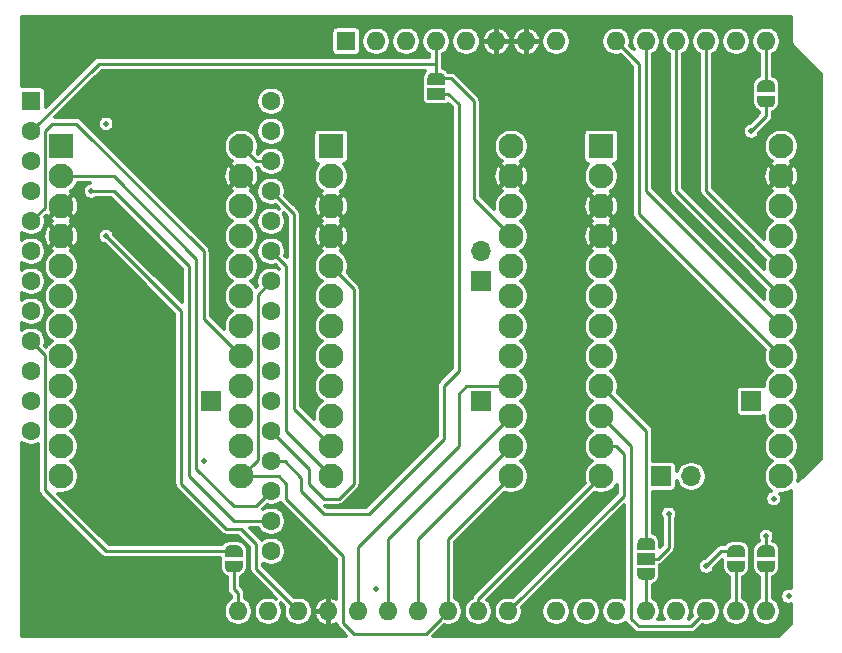
<source format=gbr>
G04 #@! TF.GenerationSoftware,KiCad,Pcbnew,5.1.5+dfsg1-2build2*
G04 #@! TF.CreationDate,2021-03-15T22:18:43+01:00*
G04 #@! TF.ProjectId,ProMicro_ADAPT,50726f4d-6963-4726-9f5f-41444150542e,v1.0*
G04 #@! TF.SameCoordinates,Original*
G04 #@! TF.FileFunction,Copper,L1,Top*
G04 #@! TF.FilePolarity,Positive*
%FSLAX46Y46*%
G04 Gerber Fmt 4.6, Leading zero omitted, Abs format (unit mm)*
G04 Created by KiCad*
%MOMM*%
%LPD*%
G04 APERTURE LIST*
%ADD10O,1.600000X1.600000*%
%ADD11R,1.600000X1.600000*%
%ADD12O,1.700000X1.700000*%
%ADD13R,1.700000X1.700000*%
%ADD14C,2.100000*%
%ADD15R,2.100000X2.100000*%
%ADD16C,0.100000*%
%ADD17R,1.500000X1.000000*%
%ADD18C,1.600000*%
%ADD19C,0.500000*%
%ADD20C,0.250000*%
%ADD21C,0.300000*%
G04 APERTURE END LIST*
D10*
X119380000Y-120650000D03*
X121920000Y-120650000D03*
X82300000Y-120650000D03*
X121920000Y-72390000D03*
X84840000Y-120650000D03*
X119380000Y-72390000D03*
X87380000Y-120650000D03*
X116840000Y-72390000D03*
X89920000Y-120650000D03*
X114300000Y-72390000D03*
X92460000Y-120650000D03*
X111760000Y-72390000D03*
X95000000Y-120650000D03*
X109220000Y-72390000D03*
X97540000Y-120650000D03*
X104140000Y-72390000D03*
X100080000Y-120650000D03*
X101600000Y-72390000D03*
X104140000Y-120650000D03*
X99060000Y-72390000D03*
X106680000Y-120650000D03*
X96520000Y-72390000D03*
X109220000Y-120650000D03*
X93980000Y-72390000D03*
X111760000Y-120650000D03*
X91440000Y-72390000D03*
X114300000Y-120650000D03*
X88900000Y-72390000D03*
X116840000Y-120650000D03*
D11*
X86360000Y-72390000D03*
D10*
X79760000Y-120650000D03*
X77220000Y-120650000D03*
D12*
X115570000Y-109220000D03*
D13*
X113030000Y-109220000D03*
D12*
X97790000Y-90170000D03*
D13*
X97790000Y-92710000D03*
D14*
X123190000Y-81280000D03*
X123190000Y-83820000D03*
X123190000Y-86360000D03*
X107950000Y-109220000D03*
X123190000Y-88900000D03*
X107950000Y-106680000D03*
X123190000Y-91440000D03*
X107950000Y-104140000D03*
X123190000Y-93980000D03*
X107950000Y-101600000D03*
X123190000Y-96520000D03*
X107950000Y-99060000D03*
X123190000Y-99060000D03*
X107950000Y-96520000D03*
X123190000Y-101600000D03*
X107950000Y-93980000D03*
X123190000Y-104140000D03*
X107950000Y-91440000D03*
X123190000Y-106680000D03*
X107950000Y-88900000D03*
X123190000Y-109220000D03*
X107950000Y-86360000D03*
X107950000Y-83820000D03*
D15*
X107950000Y-81280000D03*
D14*
X100330000Y-81280000D03*
X100330000Y-83820000D03*
X100330000Y-86360000D03*
X85090000Y-109220000D03*
X100330000Y-88900000D03*
X85090000Y-106680000D03*
X100330000Y-91440000D03*
X85090000Y-104140000D03*
X100330000Y-93980000D03*
X85090000Y-101600000D03*
X100330000Y-96520000D03*
X85090000Y-99060000D03*
X100330000Y-99060000D03*
X85090000Y-96520000D03*
X100330000Y-101600000D03*
X85090000Y-93980000D03*
X100330000Y-104140000D03*
X85090000Y-91440000D03*
X100330000Y-106680000D03*
X85090000Y-88900000D03*
X100330000Y-109220000D03*
X85090000Y-86360000D03*
X85090000Y-83820000D03*
D15*
X85090000Y-81280000D03*
D14*
X77470000Y-81280000D03*
X77470000Y-83820000D03*
X77470000Y-86360000D03*
X62230000Y-109220000D03*
X77470000Y-88900000D03*
X62230000Y-106680000D03*
X77470000Y-91440000D03*
X62230000Y-104140000D03*
X77470000Y-93980000D03*
X62230000Y-101600000D03*
X77470000Y-96520000D03*
X62230000Y-99060000D03*
X77470000Y-99060000D03*
X62230000Y-96520000D03*
X77470000Y-101600000D03*
X62230000Y-93980000D03*
X77470000Y-104140000D03*
X62230000Y-91440000D03*
X77470000Y-106680000D03*
X62230000Y-88900000D03*
X77470000Y-109220000D03*
X62230000Y-86360000D03*
X62230000Y-83820000D03*
D15*
X62230000Y-81280000D03*
G04 #@! TA.AperFunction,SMDPad,CuDef*
D16*
G36*
X77584398Y-116855000D02*
G01*
X77584398Y-116879534D01*
X77579588Y-116928365D01*
X77570016Y-116976490D01*
X77555772Y-117023445D01*
X77536995Y-117068778D01*
X77513864Y-117112051D01*
X77486604Y-117152850D01*
X77455476Y-117190779D01*
X77420779Y-117225476D01*
X77382850Y-117256604D01*
X77342051Y-117283864D01*
X77298778Y-117306995D01*
X77253445Y-117325772D01*
X77206490Y-117340016D01*
X77158365Y-117349588D01*
X77109534Y-117354398D01*
X77085000Y-117354398D01*
X77085000Y-117355000D01*
X76585000Y-117355000D01*
X76585000Y-117354398D01*
X76560466Y-117354398D01*
X76511635Y-117349588D01*
X76463510Y-117340016D01*
X76416555Y-117325772D01*
X76371222Y-117306995D01*
X76327949Y-117283864D01*
X76287150Y-117256604D01*
X76249221Y-117225476D01*
X76214524Y-117190779D01*
X76183396Y-117152850D01*
X76156136Y-117112051D01*
X76133005Y-117068778D01*
X76114228Y-117023445D01*
X76099984Y-116976490D01*
X76090412Y-116928365D01*
X76085602Y-116879534D01*
X76085602Y-116855000D01*
X76085000Y-116855000D01*
X76085000Y-116355000D01*
X77585000Y-116355000D01*
X77585000Y-116855000D01*
X77584398Y-116855000D01*
G37*
G04 #@! TD.AperFunction*
G04 #@! TA.AperFunction,SMDPad,CuDef*
G36*
X76085000Y-116055000D02*
G01*
X76085000Y-115555000D01*
X76085602Y-115555000D01*
X76085602Y-115530466D01*
X76090412Y-115481635D01*
X76099984Y-115433510D01*
X76114228Y-115386555D01*
X76133005Y-115341222D01*
X76156136Y-115297949D01*
X76183396Y-115257150D01*
X76214524Y-115219221D01*
X76249221Y-115184524D01*
X76287150Y-115153396D01*
X76327949Y-115126136D01*
X76371222Y-115103005D01*
X76416555Y-115084228D01*
X76463510Y-115069984D01*
X76511635Y-115060412D01*
X76560466Y-115055602D01*
X76585000Y-115055602D01*
X76585000Y-115055000D01*
X77085000Y-115055000D01*
X77085000Y-115055602D01*
X77109534Y-115055602D01*
X77158365Y-115060412D01*
X77206490Y-115069984D01*
X77253445Y-115084228D01*
X77298778Y-115103005D01*
X77342051Y-115126136D01*
X77382850Y-115153396D01*
X77420779Y-115184524D01*
X77455476Y-115219221D01*
X77486604Y-115257150D01*
X77513864Y-115297949D01*
X77536995Y-115341222D01*
X77555772Y-115386555D01*
X77570016Y-115433510D01*
X77579588Y-115481635D01*
X77584398Y-115530466D01*
X77584398Y-115555000D01*
X77585000Y-115555000D01*
X77585000Y-116055000D01*
X76085000Y-116055000D01*
G37*
G04 #@! TD.AperFunction*
D17*
X111760000Y-116205000D03*
G04 #@! TA.AperFunction,SMDPad,CuDef*
D16*
G36*
X111010602Y-114905000D02*
G01*
X111010602Y-114880466D01*
X111015412Y-114831635D01*
X111024984Y-114783510D01*
X111039228Y-114736555D01*
X111058005Y-114691222D01*
X111081136Y-114647949D01*
X111108396Y-114607150D01*
X111139524Y-114569221D01*
X111174221Y-114534524D01*
X111212150Y-114503396D01*
X111252949Y-114476136D01*
X111296222Y-114453005D01*
X111341555Y-114434228D01*
X111388510Y-114419984D01*
X111436635Y-114410412D01*
X111485466Y-114405602D01*
X111510000Y-114405602D01*
X111510000Y-114405000D01*
X112010000Y-114405000D01*
X112010000Y-114405602D01*
X112034534Y-114405602D01*
X112083365Y-114410412D01*
X112131490Y-114419984D01*
X112178445Y-114434228D01*
X112223778Y-114453005D01*
X112267051Y-114476136D01*
X112307850Y-114503396D01*
X112345779Y-114534524D01*
X112380476Y-114569221D01*
X112411604Y-114607150D01*
X112438864Y-114647949D01*
X112461995Y-114691222D01*
X112480772Y-114736555D01*
X112495016Y-114783510D01*
X112504588Y-114831635D01*
X112509398Y-114880466D01*
X112509398Y-114905000D01*
X112510000Y-114905000D01*
X112510000Y-115455000D01*
X111010000Y-115455000D01*
X111010000Y-114905000D01*
X111010602Y-114905000D01*
G37*
G04 #@! TD.AperFunction*
G04 #@! TA.AperFunction,SMDPad,CuDef*
G36*
X112510000Y-116955000D02*
G01*
X112510000Y-117505000D01*
X112509398Y-117505000D01*
X112509398Y-117529534D01*
X112504588Y-117578365D01*
X112495016Y-117626490D01*
X112480772Y-117673445D01*
X112461995Y-117718778D01*
X112438864Y-117762051D01*
X112411604Y-117802850D01*
X112380476Y-117840779D01*
X112345779Y-117875476D01*
X112307850Y-117906604D01*
X112267051Y-117933864D01*
X112223778Y-117956995D01*
X112178445Y-117975772D01*
X112131490Y-117990016D01*
X112083365Y-117999588D01*
X112034534Y-118004398D01*
X112010000Y-118004398D01*
X112010000Y-118005000D01*
X111510000Y-118005000D01*
X111510000Y-118004398D01*
X111485466Y-118004398D01*
X111436635Y-117999588D01*
X111388510Y-117990016D01*
X111341555Y-117975772D01*
X111296222Y-117956995D01*
X111252949Y-117933864D01*
X111212150Y-117906604D01*
X111174221Y-117875476D01*
X111139524Y-117840779D01*
X111108396Y-117802850D01*
X111081136Y-117762051D01*
X111058005Y-117718778D01*
X111039228Y-117673445D01*
X111024984Y-117626490D01*
X111015412Y-117578365D01*
X111010602Y-117529534D01*
X111010602Y-117505000D01*
X111010000Y-117505000D01*
X111010000Y-116955000D01*
X112510000Y-116955000D01*
G37*
G04 #@! TD.AperFunction*
G04 #@! TA.AperFunction,SMDPad,CuDef*
G36*
X121170602Y-76185000D02*
G01*
X121170602Y-76160466D01*
X121175412Y-76111635D01*
X121184984Y-76063510D01*
X121199228Y-76016555D01*
X121218005Y-75971222D01*
X121241136Y-75927949D01*
X121268396Y-75887150D01*
X121299524Y-75849221D01*
X121334221Y-75814524D01*
X121372150Y-75783396D01*
X121412949Y-75756136D01*
X121456222Y-75733005D01*
X121501555Y-75714228D01*
X121548510Y-75699984D01*
X121596635Y-75690412D01*
X121645466Y-75685602D01*
X121670000Y-75685602D01*
X121670000Y-75685000D01*
X122170000Y-75685000D01*
X122170000Y-75685602D01*
X122194534Y-75685602D01*
X122243365Y-75690412D01*
X122291490Y-75699984D01*
X122338445Y-75714228D01*
X122383778Y-75733005D01*
X122427051Y-75756136D01*
X122467850Y-75783396D01*
X122505779Y-75814524D01*
X122540476Y-75849221D01*
X122571604Y-75887150D01*
X122598864Y-75927949D01*
X122621995Y-75971222D01*
X122640772Y-76016555D01*
X122655016Y-76063510D01*
X122664588Y-76111635D01*
X122669398Y-76160466D01*
X122669398Y-76185000D01*
X122670000Y-76185000D01*
X122670000Y-76685000D01*
X121170000Y-76685000D01*
X121170000Y-76185000D01*
X121170602Y-76185000D01*
G37*
G04 #@! TD.AperFunction*
G04 #@! TA.AperFunction,SMDPad,CuDef*
G36*
X122670000Y-76985000D02*
G01*
X122670000Y-77485000D01*
X122669398Y-77485000D01*
X122669398Y-77509534D01*
X122664588Y-77558365D01*
X122655016Y-77606490D01*
X122640772Y-77653445D01*
X122621995Y-77698778D01*
X122598864Y-77742051D01*
X122571604Y-77782850D01*
X122540476Y-77820779D01*
X122505779Y-77855476D01*
X122467850Y-77886604D01*
X122427051Y-77913864D01*
X122383778Y-77936995D01*
X122338445Y-77955772D01*
X122291490Y-77970016D01*
X122243365Y-77979588D01*
X122194534Y-77984398D01*
X122170000Y-77984398D01*
X122170000Y-77985000D01*
X121670000Y-77985000D01*
X121670000Y-77984398D01*
X121645466Y-77984398D01*
X121596635Y-77979588D01*
X121548510Y-77970016D01*
X121501555Y-77955772D01*
X121456222Y-77936995D01*
X121412949Y-77913864D01*
X121372150Y-77886604D01*
X121334221Y-77855476D01*
X121299524Y-77820779D01*
X121268396Y-77782850D01*
X121241136Y-77742051D01*
X121218005Y-77698778D01*
X121199228Y-77653445D01*
X121184984Y-77606490D01*
X121175412Y-77558365D01*
X121170602Y-77509534D01*
X121170602Y-77485000D01*
X121170000Y-77485000D01*
X121170000Y-76985000D01*
X122670000Y-76985000D01*
G37*
G04 #@! TD.AperFunction*
D17*
X93980000Y-76835000D03*
G04 #@! TA.AperFunction,SMDPad,CuDef*
D16*
G36*
X94729398Y-78135000D02*
G01*
X94729398Y-78159534D01*
X94724588Y-78208365D01*
X94715016Y-78256490D01*
X94700772Y-78303445D01*
X94681995Y-78348778D01*
X94658864Y-78392051D01*
X94631604Y-78432850D01*
X94600476Y-78470779D01*
X94565779Y-78505476D01*
X94527850Y-78536604D01*
X94487051Y-78563864D01*
X94443778Y-78586995D01*
X94398445Y-78605772D01*
X94351490Y-78620016D01*
X94303365Y-78629588D01*
X94254534Y-78634398D01*
X94230000Y-78634398D01*
X94230000Y-78635000D01*
X93730000Y-78635000D01*
X93730000Y-78634398D01*
X93705466Y-78634398D01*
X93656635Y-78629588D01*
X93608510Y-78620016D01*
X93561555Y-78605772D01*
X93516222Y-78586995D01*
X93472949Y-78563864D01*
X93432150Y-78536604D01*
X93394221Y-78505476D01*
X93359524Y-78470779D01*
X93328396Y-78432850D01*
X93301136Y-78392051D01*
X93278005Y-78348778D01*
X93259228Y-78303445D01*
X93244984Y-78256490D01*
X93235412Y-78208365D01*
X93230602Y-78159534D01*
X93230602Y-78135000D01*
X93230000Y-78135000D01*
X93230000Y-77585000D01*
X94730000Y-77585000D01*
X94730000Y-78135000D01*
X94729398Y-78135000D01*
G37*
G04 #@! TD.AperFunction*
G04 #@! TA.AperFunction,SMDPad,CuDef*
G36*
X93230000Y-76085000D02*
G01*
X93230000Y-75535000D01*
X93230602Y-75535000D01*
X93230602Y-75510466D01*
X93235412Y-75461635D01*
X93244984Y-75413510D01*
X93259228Y-75366555D01*
X93278005Y-75321222D01*
X93301136Y-75277949D01*
X93328396Y-75237150D01*
X93359524Y-75199221D01*
X93394221Y-75164524D01*
X93432150Y-75133396D01*
X93472949Y-75106136D01*
X93516222Y-75083005D01*
X93561555Y-75064228D01*
X93608510Y-75049984D01*
X93656635Y-75040412D01*
X93705466Y-75035602D01*
X93730000Y-75035602D01*
X93730000Y-75035000D01*
X94230000Y-75035000D01*
X94230000Y-75035602D01*
X94254534Y-75035602D01*
X94303365Y-75040412D01*
X94351490Y-75049984D01*
X94398445Y-75064228D01*
X94443778Y-75083005D01*
X94487051Y-75106136D01*
X94527850Y-75133396D01*
X94565779Y-75164524D01*
X94600476Y-75199221D01*
X94631604Y-75237150D01*
X94658864Y-75277949D01*
X94681995Y-75321222D01*
X94700772Y-75366555D01*
X94715016Y-75413510D01*
X94724588Y-75461635D01*
X94729398Y-75510466D01*
X94729398Y-75535000D01*
X94730000Y-75535000D01*
X94730000Y-76085000D01*
X93230000Y-76085000D01*
G37*
G04 #@! TD.AperFunction*
G04 #@! TA.AperFunction,SMDPad,CuDef*
G36*
X121170602Y-115555000D02*
G01*
X121170602Y-115530466D01*
X121175412Y-115481635D01*
X121184984Y-115433510D01*
X121199228Y-115386555D01*
X121218005Y-115341222D01*
X121241136Y-115297949D01*
X121268396Y-115257150D01*
X121299524Y-115219221D01*
X121334221Y-115184524D01*
X121372150Y-115153396D01*
X121412949Y-115126136D01*
X121456222Y-115103005D01*
X121501555Y-115084228D01*
X121548510Y-115069984D01*
X121596635Y-115060412D01*
X121645466Y-115055602D01*
X121670000Y-115055602D01*
X121670000Y-115055000D01*
X122170000Y-115055000D01*
X122170000Y-115055602D01*
X122194534Y-115055602D01*
X122243365Y-115060412D01*
X122291490Y-115069984D01*
X122338445Y-115084228D01*
X122383778Y-115103005D01*
X122427051Y-115126136D01*
X122467850Y-115153396D01*
X122505779Y-115184524D01*
X122540476Y-115219221D01*
X122571604Y-115257150D01*
X122598864Y-115297949D01*
X122621995Y-115341222D01*
X122640772Y-115386555D01*
X122655016Y-115433510D01*
X122664588Y-115481635D01*
X122669398Y-115530466D01*
X122669398Y-115555000D01*
X122670000Y-115555000D01*
X122670000Y-116055000D01*
X121170000Y-116055000D01*
X121170000Y-115555000D01*
X121170602Y-115555000D01*
G37*
G04 #@! TD.AperFunction*
G04 #@! TA.AperFunction,SMDPad,CuDef*
G36*
X122670000Y-116355000D02*
G01*
X122670000Y-116855000D01*
X122669398Y-116855000D01*
X122669398Y-116879534D01*
X122664588Y-116928365D01*
X122655016Y-116976490D01*
X122640772Y-117023445D01*
X122621995Y-117068778D01*
X122598864Y-117112051D01*
X122571604Y-117152850D01*
X122540476Y-117190779D01*
X122505779Y-117225476D01*
X122467850Y-117256604D01*
X122427051Y-117283864D01*
X122383778Y-117306995D01*
X122338445Y-117325772D01*
X122291490Y-117340016D01*
X122243365Y-117349588D01*
X122194534Y-117354398D01*
X122170000Y-117354398D01*
X122170000Y-117355000D01*
X121670000Y-117355000D01*
X121670000Y-117354398D01*
X121645466Y-117354398D01*
X121596635Y-117349588D01*
X121548510Y-117340016D01*
X121501555Y-117325772D01*
X121456222Y-117306995D01*
X121412949Y-117283864D01*
X121372150Y-117256604D01*
X121334221Y-117225476D01*
X121299524Y-117190779D01*
X121268396Y-117152850D01*
X121241136Y-117112051D01*
X121218005Y-117068778D01*
X121199228Y-117023445D01*
X121184984Y-116976490D01*
X121175412Y-116928365D01*
X121170602Y-116879534D01*
X121170602Y-116855000D01*
X121170000Y-116855000D01*
X121170000Y-116355000D01*
X122670000Y-116355000D01*
G37*
G04 #@! TD.AperFunction*
G04 #@! TA.AperFunction,SMDPad,CuDef*
G36*
X118630602Y-115555000D02*
G01*
X118630602Y-115530466D01*
X118635412Y-115481635D01*
X118644984Y-115433510D01*
X118659228Y-115386555D01*
X118678005Y-115341222D01*
X118701136Y-115297949D01*
X118728396Y-115257150D01*
X118759524Y-115219221D01*
X118794221Y-115184524D01*
X118832150Y-115153396D01*
X118872949Y-115126136D01*
X118916222Y-115103005D01*
X118961555Y-115084228D01*
X119008510Y-115069984D01*
X119056635Y-115060412D01*
X119105466Y-115055602D01*
X119130000Y-115055602D01*
X119130000Y-115055000D01*
X119630000Y-115055000D01*
X119630000Y-115055602D01*
X119654534Y-115055602D01*
X119703365Y-115060412D01*
X119751490Y-115069984D01*
X119798445Y-115084228D01*
X119843778Y-115103005D01*
X119887051Y-115126136D01*
X119927850Y-115153396D01*
X119965779Y-115184524D01*
X120000476Y-115219221D01*
X120031604Y-115257150D01*
X120058864Y-115297949D01*
X120081995Y-115341222D01*
X120100772Y-115386555D01*
X120115016Y-115433510D01*
X120124588Y-115481635D01*
X120129398Y-115530466D01*
X120129398Y-115555000D01*
X120130000Y-115555000D01*
X120130000Y-116055000D01*
X118630000Y-116055000D01*
X118630000Y-115555000D01*
X118630602Y-115555000D01*
G37*
G04 #@! TD.AperFunction*
G04 #@! TA.AperFunction,SMDPad,CuDef*
G36*
X120130000Y-116355000D02*
G01*
X120130000Y-116855000D01*
X120129398Y-116855000D01*
X120129398Y-116879534D01*
X120124588Y-116928365D01*
X120115016Y-116976490D01*
X120100772Y-117023445D01*
X120081995Y-117068778D01*
X120058864Y-117112051D01*
X120031604Y-117152850D01*
X120000476Y-117190779D01*
X119965779Y-117225476D01*
X119927850Y-117256604D01*
X119887051Y-117283864D01*
X119843778Y-117306995D01*
X119798445Y-117325772D01*
X119751490Y-117340016D01*
X119703365Y-117349588D01*
X119654534Y-117354398D01*
X119630000Y-117354398D01*
X119630000Y-117355000D01*
X119130000Y-117355000D01*
X119130000Y-117354398D01*
X119105466Y-117354398D01*
X119056635Y-117349588D01*
X119008510Y-117340016D01*
X118961555Y-117325772D01*
X118916222Y-117306995D01*
X118872949Y-117283864D01*
X118832150Y-117256604D01*
X118794221Y-117225476D01*
X118759524Y-117190779D01*
X118728396Y-117152850D01*
X118701136Y-117112051D01*
X118678005Y-117068778D01*
X118659228Y-117023445D01*
X118644984Y-116976490D01*
X118635412Y-116928365D01*
X118630602Y-116879534D01*
X118630602Y-116855000D01*
X118630000Y-116855000D01*
X118630000Y-116355000D01*
X120130000Y-116355000D01*
G37*
G04 #@! TD.AperFunction*
D13*
X74930000Y-102870000D03*
X120650000Y-102870000D03*
X97790000Y-102870000D03*
D11*
X59690000Y-77470000D03*
D18*
X59690000Y-80010000D03*
X59690000Y-82550000D03*
X59690000Y-85090000D03*
X59690000Y-87630000D03*
X59690000Y-90170000D03*
X59690000Y-92710000D03*
X59690000Y-95250000D03*
X59690000Y-97790000D03*
X59690000Y-100330000D03*
X59690000Y-102870000D03*
X59690000Y-105410000D03*
X80010000Y-115570000D03*
X80010000Y-113030000D03*
X80010000Y-110490000D03*
X80010000Y-107950000D03*
X80010000Y-105410000D03*
X80010000Y-102870000D03*
X80010000Y-100330000D03*
X80010000Y-97790000D03*
X80010000Y-95250000D03*
X80010000Y-92710000D03*
X80010000Y-90170000D03*
X80010000Y-87630000D03*
X80010000Y-85090000D03*
X80010000Y-82550000D03*
X80010000Y-80010000D03*
X80010000Y-77470000D03*
D19*
X69850000Y-101600000D03*
X69850000Y-99695000D03*
X69850000Y-97790000D03*
X69850000Y-95885000D03*
X114935000Y-97790000D03*
X114935000Y-95885000D03*
X114935000Y-93980000D03*
X114935000Y-92075000D03*
X97155000Y-118110000D03*
X100965000Y-118110000D03*
X104775000Y-118110000D03*
X61595000Y-114935000D03*
X62865000Y-116205000D03*
X64135000Y-117475000D03*
X65405000Y-118745000D03*
X66675000Y-120015000D03*
X74295000Y-107950000D03*
X64770000Y-85090000D03*
X66040000Y-79375000D03*
X66040000Y-88900000D03*
X113665000Y-112395000D03*
X120650000Y-80010000D03*
X123825000Y-119379996D03*
X116840000Y-116840000D03*
X121920000Y-114300000D03*
X122554996Y-111125000D03*
X88900000Y-118745000D03*
D20*
X78740000Y-82550000D02*
X77470000Y-81280000D01*
X80010000Y-82550000D02*
X78740000Y-82550000D01*
X97540000Y-119630000D02*
X107950000Y-109220000D01*
X97540000Y-120650000D02*
X97540000Y-119630000D01*
X80809999Y-90969999D02*
X80010000Y-90170000D01*
X81280000Y-91440000D02*
X80809999Y-90969999D01*
X81280000Y-105410000D02*
X81280000Y-91440000D01*
X85090000Y-109220000D02*
X81280000Y-105410000D01*
X92740000Y-74295000D02*
X93980000Y-74295000D01*
X65405000Y-74295000D02*
X92740000Y-74295000D01*
X93980000Y-74295000D02*
X93980000Y-72390000D01*
X59690000Y-80010000D02*
X65405000Y-74295000D01*
X93980000Y-75535000D02*
X93980000Y-74295000D01*
X97155000Y-85725000D02*
X100330000Y-88900000D01*
X95255648Y-75535000D02*
X97155000Y-77434352D01*
X97155000Y-77434352D02*
X97155000Y-85725000D01*
X93980000Y-75535000D02*
X95255648Y-75535000D01*
X109220000Y-106680000D02*
X107950000Y-106680000D01*
X109855000Y-107315000D02*
X109220000Y-106680000D01*
X109855000Y-110875000D02*
X109855000Y-107315000D01*
X100080000Y-120650000D02*
X109855000Y-110875000D01*
X81915000Y-86995000D02*
X80010000Y-85090000D01*
X81915000Y-103505000D02*
X81915000Y-86995000D01*
X85090000Y-106680000D02*
X81915000Y-103505000D01*
X110490000Y-121285000D02*
X110490000Y-106680000D01*
X110490000Y-106680000D02*
X107950000Y-104140000D01*
X111125000Y-121920000D02*
X110490000Y-121285000D01*
X115570000Y-121920000D02*
X111125000Y-121920000D01*
X116840000Y-120650000D02*
X115570000Y-121920000D01*
X111760000Y-105410000D02*
X107950000Y-101600000D01*
X111760000Y-114905000D02*
X111760000Y-105410000D01*
X111760000Y-117505000D02*
X111760000Y-120650000D01*
X87380000Y-115185000D02*
X87380000Y-120650000D01*
X95885000Y-106680000D02*
X87380000Y-115185000D01*
X95885000Y-102235000D02*
X95885000Y-106680000D01*
X96520000Y-101600000D02*
X95885000Y-102235000D01*
X100330000Y-101600000D02*
X96520000Y-101600000D01*
X77220000Y-120650000D02*
X77220000Y-119130000D01*
X76835000Y-118745000D02*
X76835000Y-116855000D01*
X77220000Y-119130000D02*
X76835000Y-118745000D01*
X89920000Y-114550000D02*
X100330000Y-104140000D01*
X89920000Y-120650000D02*
X89920000Y-114550000D01*
X121920000Y-76185000D02*
X121920000Y-72390000D01*
X86995000Y-93345000D02*
X85090000Y-91440000D01*
X86995000Y-109855000D02*
X86995000Y-93345000D01*
X85725000Y-111125000D02*
X86995000Y-109855000D01*
X84455000Y-111125000D02*
X85725000Y-111125000D01*
X83185000Y-109855000D02*
X84455000Y-111125000D01*
X83185000Y-108585000D02*
X83185000Y-109855000D01*
X80010000Y-105410000D02*
X83185000Y-108585000D01*
X92460000Y-114550000D02*
X100330000Y-106680000D01*
X92460000Y-120650000D02*
X92460000Y-114550000D01*
X78519999Y-108170001D02*
X77470000Y-109220000D01*
X78884999Y-107805001D02*
X78519999Y-108170001D01*
X78884999Y-93835001D02*
X78884999Y-107805001D01*
X80010000Y-92710000D02*
X78884999Y-93835001D01*
X93095000Y-122555000D02*
X94200001Y-121449999D01*
X86106000Y-121666000D02*
X86995000Y-122555000D01*
X86106000Y-115951000D02*
X86106000Y-121666000D01*
X81280000Y-109856410D02*
X81280000Y-111125000D01*
X81280000Y-111125000D02*
X86106000Y-115951000D01*
X80643590Y-109220000D02*
X81280000Y-109856410D01*
X94200001Y-121449999D02*
X95000000Y-120650000D01*
X86995000Y-122555000D02*
X93095000Y-122555000D01*
X77470000Y-109220000D02*
X80643590Y-109220000D01*
X95000000Y-120650000D02*
X95000000Y-114550000D01*
X95000000Y-114550000D02*
X100330000Y-109220000D01*
X121920000Y-120650000D02*
X121920000Y-116855000D01*
X73660000Y-90805000D02*
X66675000Y-83820000D01*
X73660000Y-108585000D02*
X73660000Y-90805000D01*
X76835000Y-111760000D02*
X73660000Y-108585000D01*
X78740000Y-111760000D02*
X76835000Y-111760000D01*
X66675000Y-83820000D02*
X62230000Y-83820000D01*
X80010000Y-110490000D02*
X78740000Y-111760000D01*
X119380000Y-120650000D02*
X119380000Y-116855000D01*
X66675000Y-85090000D02*
X64770000Y-85090000D01*
X73025000Y-91440000D02*
X66675000Y-85090000D01*
X76835000Y-113030000D02*
X73025000Y-109220000D01*
X73025000Y-109220000D02*
X73025000Y-91440000D01*
X80010000Y-113030000D02*
X76835000Y-113030000D01*
X70485000Y-93345000D02*
X66040000Y-88900000D01*
X72390000Y-95250000D02*
X70485000Y-93345000D01*
X76200000Y-113665000D02*
X72390000Y-109855000D01*
X77470000Y-113665000D02*
X76200000Y-113665000D01*
X72390000Y-109855000D02*
X72390000Y-95250000D01*
X78740000Y-114935000D02*
X77470000Y-113665000D01*
X78740000Y-117090000D02*
X78740000Y-114935000D01*
X82300000Y-120650000D02*
X78740000Y-117090000D01*
X116840000Y-85090000D02*
X123190000Y-91440000D01*
X116840000Y-72390000D02*
X116840000Y-85090000D01*
X114300000Y-72390000D02*
X114300000Y-85090000D01*
X114300000Y-85090000D02*
X123190000Y-93980000D01*
X111760000Y-72390000D02*
X111760000Y-85090000D01*
X111760000Y-85090000D02*
X123190000Y-96520000D01*
X74295000Y-90170000D02*
X74295000Y-95885000D01*
X63500000Y-79375000D02*
X74295000Y-90170000D01*
X60854999Y-79969999D02*
X61449998Y-79375000D01*
X60854999Y-86465001D02*
X60854999Y-79969999D01*
X74295000Y-95885000D02*
X77470000Y-99060000D01*
X61449998Y-79375000D02*
X63500000Y-79375000D01*
X59690000Y-87630000D02*
X60854999Y-86465001D01*
X113665000Y-115300000D02*
X113665000Y-112395000D01*
X112760000Y-116205000D02*
X113665000Y-115300000D01*
X111760000Y-116205000D02*
X112760000Y-116205000D01*
X122140001Y-98010001D02*
X123190000Y-99060000D01*
X111125000Y-86995000D02*
X122140001Y-98010001D01*
X111125000Y-74295000D02*
X111125000Y-86995000D01*
X109220000Y-72390000D02*
X111125000Y-74295000D01*
X76087408Y-115555000D02*
X76835000Y-115555000D01*
X60854999Y-110384999D02*
X66025000Y-115555000D01*
X60854999Y-98954999D02*
X60854999Y-110384999D01*
X66025000Y-115555000D02*
X76087408Y-115555000D01*
X59690000Y-97790000D02*
X60854999Y-98954999D01*
X121920000Y-78740000D02*
X120650000Y-80010000D01*
X121920000Y-77485000D02*
X121920000Y-78740000D01*
X94980000Y-76835000D02*
X93980000Y-76835000D01*
X94615000Y-101600000D02*
X95885000Y-100330000D01*
X95885000Y-100330000D02*
X95885000Y-77740000D01*
X94615000Y-106045000D02*
X94615000Y-101600000D01*
X88265000Y-112395000D02*
X94615000Y-106045000D01*
X95885000Y-77740000D02*
X94980000Y-76835000D01*
X84455000Y-112395000D02*
X88265000Y-112395000D01*
X82550000Y-110490000D02*
X84455000Y-112395000D01*
X82550000Y-109358630D02*
X82550000Y-110490000D01*
X81141370Y-107950000D02*
X82550000Y-109358630D01*
X80010000Y-107950000D02*
X81141370Y-107950000D01*
X119380000Y-115555000D02*
X118125000Y-115555000D01*
X118125000Y-115555000D02*
X116840000Y-116840000D01*
X121920000Y-115555000D02*
X121920000Y-114300000D01*
D21*
G36*
X64565818Y-84416901D02*
G01*
X64438426Y-84469668D01*
X64323776Y-84546274D01*
X64226274Y-84643776D01*
X64149668Y-84758426D01*
X64096901Y-84885818D01*
X64070000Y-85021056D01*
X64070000Y-85158944D01*
X64096901Y-85294182D01*
X64149668Y-85421574D01*
X64226274Y-85536224D01*
X64323776Y-85633726D01*
X64438426Y-85710332D01*
X64565818Y-85763099D01*
X64701056Y-85790000D01*
X64838944Y-85790000D01*
X64974182Y-85763099D01*
X65101574Y-85710332D01*
X65169419Y-85665000D01*
X66436828Y-85665000D01*
X72450001Y-91678174D01*
X72450001Y-94496828D01*
X70911563Y-92958391D01*
X70911559Y-92958386D01*
X66729018Y-88775846D01*
X66713099Y-88695818D01*
X66660332Y-88568426D01*
X66583726Y-88453776D01*
X66486224Y-88356274D01*
X66371574Y-88279668D01*
X66244182Y-88226901D01*
X66108944Y-88200000D01*
X65971056Y-88200000D01*
X65835818Y-88226901D01*
X65708426Y-88279668D01*
X65593776Y-88356274D01*
X65496274Y-88453776D01*
X65419668Y-88568426D01*
X65366901Y-88695818D01*
X65340000Y-88831056D01*
X65340000Y-88968944D01*
X65366901Y-89104182D01*
X65419668Y-89231574D01*
X65496274Y-89346224D01*
X65593776Y-89443726D01*
X65708426Y-89520332D01*
X65835818Y-89573099D01*
X65915846Y-89589018D01*
X70098386Y-93771559D01*
X70098391Y-93771563D01*
X71815001Y-95488174D01*
X71815000Y-109826757D01*
X71812218Y-109855000D01*
X71815000Y-109883243D01*
X71815000Y-109883245D01*
X71823320Y-109967719D01*
X71856199Y-110076107D01*
X71909592Y-110175998D01*
X71934287Y-110206089D01*
X71981446Y-110263554D01*
X72003393Y-110281566D01*
X75773439Y-114051612D01*
X75791446Y-114073554D01*
X75879002Y-114145408D01*
X75978892Y-114198801D01*
X76087280Y-114231680D01*
X76171754Y-114240000D01*
X76171757Y-114240000D01*
X76200000Y-114242782D01*
X76228243Y-114240000D01*
X77231828Y-114240000D01*
X78165001Y-115173174D01*
X78165000Y-117061757D01*
X78162218Y-117090000D01*
X78165000Y-117118243D01*
X78165000Y-117118245D01*
X78173320Y-117202719D01*
X78197944Y-117283893D01*
X78206199Y-117311107D01*
X78259592Y-117410998D01*
X78265160Y-117417782D01*
X78331446Y-117498554D01*
X78353393Y-117516565D01*
X80433452Y-119596625D01*
X80352097Y-119542265D01*
X80124611Y-119448037D01*
X79883114Y-119400000D01*
X79636886Y-119400000D01*
X79395389Y-119448037D01*
X79167903Y-119542265D01*
X78963172Y-119679062D01*
X78789062Y-119853172D01*
X78652265Y-120057903D01*
X78558037Y-120285389D01*
X78510000Y-120526886D01*
X78510000Y-120773114D01*
X78558037Y-121014611D01*
X78652265Y-121242097D01*
X78789062Y-121446828D01*
X78963172Y-121620938D01*
X79167903Y-121757735D01*
X79395389Y-121851963D01*
X79636886Y-121900000D01*
X79883114Y-121900000D01*
X80124611Y-121851963D01*
X80352097Y-121757735D01*
X80556828Y-121620938D01*
X80730938Y-121446828D01*
X80867735Y-121242097D01*
X80961963Y-121014611D01*
X81010000Y-120773114D01*
X81010000Y-120526886D01*
X80961963Y-120285389D01*
X80867735Y-120057903D01*
X80813375Y-119976548D01*
X81105119Y-120268292D01*
X81098037Y-120285389D01*
X81050000Y-120526886D01*
X81050000Y-120773114D01*
X81098037Y-121014611D01*
X81192265Y-121242097D01*
X81329062Y-121446828D01*
X81503172Y-121620938D01*
X81707903Y-121757735D01*
X81935389Y-121851963D01*
X82176886Y-121900000D01*
X82423114Y-121900000D01*
X82664611Y-121851963D01*
X82892097Y-121757735D01*
X83096828Y-121620938D01*
X83270938Y-121446828D01*
X83407735Y-121242097D01*
X83501963Y-121014611D01*
X83525800Y-120894771D01*
X83614197Y-120894771D01*
X83685503Y-121129210D01*
X83801176Y-121345233D01*
X83956770Y-121534539D01*
X84146306Y-121689852D01*
X84362500Y-121805205D01*
X84595229Y-121875801D01*
X84790000Y-121786401D01*
X84790000Y-120700000D01*
X83703498Y-120700000D01*
X83614197Y-120894771D01*
X83525800Y-120894771D01*
X83550000Y-120773114D01*
X83550000Y-120526886D01*
X83525801Y-120405229D01*
X83614197Y-120405229D01*
X83703498Y-120600000D01*
X84790000Y-120600000D01*
X84790000Y-119513599D01*
X84595229Y-119424199D01*
X84362500Y-119494795D01*
X84146306Y-119610148D01*
X83956770Y-119765461D01*
X83801176Y-119954767D01*
X83685503Y-120170790D01*
X83614197Y-120405229D01*
X83525801Y-120405229D01*
X83501963Y-120285389D01*
X83407735Y-120057903D01*
X83270938Y-119853172D01*
X83096828Y-119679062D01*
X82892097Y-119542265D01*
X82664611Y-119448037D01*
X82423114Y-119400000D01*
X82176886Y-119400000D01*
X81935389Y-119448037D01*
X81918292Y-119455119D01*
X79315000Y-116851828D01*
X79315000Y-116608977D01*
X79417903Y-116677735D01*
X79645389Y-116771963D01*
X79886886Y-116820000D01*
X80133114Y-116820000D01*
X80374611Y-116771963D01*
X80602097Y-116677735D01*
X80806828Y-116540938D01*
X80980938Y-116366828D01*
X81117735Y-116162097D01*
X81211963Y-115934611D01*
X81260000Y-115693114D01*
X81260000Y-115446886D01*
X81211963Y-115205389D01*
X81117735Y-114977903D01*
X80980938Y-114773172D01*
X80806828Y-114599062D01*
X80602097Y-114462265D01*
X80374611Y-114368037D01*
X80133114Y-114320000D01*
X79886886Y-114320000D01*
X79645389Y-114368037D01*
X79417903Y-114462265D01*
X79213172Y-114599062D01*
X79210413Y-114601821D01*
X79166559Y-114548386D01*
X79148554Y-114526446D01*
X79126612Y-114508439D01*
X78223172Y-113605000D01*
X78895183Y-113605000D01*
X78902265Y-113622097D01*
X79039062Y-113826828D01*
X79213172Y-114000938D01*
X79417903Y-114137735D01*
X79645389Y-114231963D01*
X79886886Y-114280000D01*
X80133114Y-114280000D01*
X80374611Y-114231963D01*
X80602097Y-114137735D01*
X80806828Y-114000938D01*
X80980938Y-113826828D01*
X81117735Y-113622097D01*
X81211963Y-113394611D01*
X81260000Y-113153114D01*
X81260000Y-112906886D01*
X81211963Y-112665389D01*
X81117735Y-112437903D01*
X80980938Y-112233172D01*
X80806828Y-112059062D01*
X80602097Y-111922265D01*
X80374611Y-111828037D01*
X80133114Y-111780000D01*
X79886886Y-111780000D01*
X79645389Y-111828037D01*
X79417903Y-111922265D01*
X79336546Y-111976626D01*
X79628291Y-111684881D01*
X79645389Y-111691963D01*
X79886886Y-111740000D01*
X80133114Y-111740000D01*
X80374611Y-111691963D01*
X80602097Y-111597735D01*
X80806828Y-111460938D01*
X80809588Y-111458178D01*
X80845441Y-111501865D01*
X80871447Y-111533554D01*
X80893387Y-111551559D01*
X85531000Y-116189173D01*
X85531001Y-119608711D01*
X85317500Y-119494795D01*
X85084771Y-119424199D01*
X84890000Y-119513599D01*
X84890000Y-120600000D01*
X84910000Y-120600000D01*
X84910000Y-120700000D01*
X84890000Y-120700000D01*
X84890000Y-121786401D01*
X85084771Y-121875801D01*
X85317500Y-121805205D01*
X85530724Y-121691437D01*
X85539321Y-121778719D01*
X85572199Y-121887107D01*
X85625592Y-121986998D01*
X85663115Y-122032720D01*
X85697447Y-122074554D01*
X85719389Y-122092561D01*
X86341827Y-122715000D01*
X58895000Y-122715000D01*
X58895000Y-106382159D01*
X59097903Y-106517735D01*
X59325389Y-106611963D01*
X59566886Y-106660000D01*
X59813114Y-106660000D01*
X60054611Y-106611963D01*
X60280000Y-106518604D01*
X60280000Y-110356746D01*
X60277217Y-110384999D01*
X60288320Y-110497718D01*
X60321198Y-110606106D01*
X60374591Y-110705997D01*
X60401172Y-110738386D01*
X60446446Y-110793553D01*
X60468388Y-110811560D01*
X65598439Y-115941612D01*
X65616446Y-115963554D01*
X65704002Y-116035408D01*
X65803892Y-116088801D01*
X65912280Y-116121680D01*
X65996754Y-116130000D01*
X65996757Y-116130000D01*
X66025000Y-116132782D01*
X66053243Y-116130000D01*
X75640209Y-116130000D01*
X75641511Y-116143215D01*
X75660254Y-116205000D01*
X75641511Y-116266785D01*
X75632823Y-116355000D01*
X75632823Y-116855000D01*
X75635231Y-116879450D01*
X75635231Y-116904009D01*
X75643919Y-116992224D01*
X75663041Y-117088357D01*
X75688772Y-117173181D01*
X75726281Y-117263737D01*
X75768068Y-117341914D01*
X75822524Y-117423413D01*
X75878758Y-117491934D01*
X75948066Y-117561242D01*
X76016587Y-117617476D01*
X76098086Y-117671932D01*
X76176263Y-117713719D01*
X76260001Y-117748404D01*
X76260000Y-118716757D01*
X76257218Y-118745000D01*
X76260000Y-118773243D01*
X76260000Y-118773245D01*
X76268320Y-118857719D01*
X76296065Y-118949182D01*
X76301199Y-118966107D01*
X76354592Y-119065998D01*
X76363272Y-119076574D01*
X76426446Y-119153554D01*
X76448394Y-119171566D01*
X76645001Y-119368173D01*
X76645001Y-119535183D01*
X76627903Y-119542265D01*
X76423172Y-119679062D01*
X76249062Y-119853172D01*
X76112265Y-120057903D01*
X76018037Y-120285389D01*
X75970000Y-120526886D01*
X75970000Y-120773114D01*
X76018037Y-121014611D01*
X76112265Y-121242097D01*
X76249062Y-121446828D01*
X76423172Y-121620938D01*
X76627903Y-121757735D01*
X76855389Y-121851963D01*
X77096886Y-121900000D01*
X77343114Y-121900000D01*
X77584611Y-121851963D01*
X77812097Y-121757735D01*
X78016828Y-121620938D01*
X78190938Y-121446828D01*
X78327735Y-121242097D01*
X78421963Y-121014611D01*
X78470000Y-120773114D01*
X78470000Y-120526886D01*
X78421963Y-120285389D01*
X78327735Y-120057903D01*
X78190938Y-119853172D01*
X78016828Y-119679062D01*
X77812097Y-119542265D01*
X77795000Y-119535183D01*
X77795000Y-119158242D01*
X77797782Y-119129999D01*
X77791478Y-119065997D01*
X77786680Y-119017280D01*
X77753801Y-118908892D01*
X77726448Y-118857719D01*
X77700408Y-118809001D01*
X77671064Y-118773246D01*
X77628554Y-118721446D01*
X77606606Y-118703434D01*
X77410000Y-118506828D01*
X77410000Y-117748404D01*
X77493737Y-117713719D01*
X77571914Y-117671932D01*
X77653413Y-117617476D01*
X77721934Y-117561242D01*
X77791242Y-117491934D01*
X77847476Y-117423413D01*
X77901932Y-117341914D01*
X77943719Y-117263737D01*
X77981228Y-117173181D01*
X78006959Y-117088357D01*
X78026081Y-116992224D01*
X78034769Y-116904009D01*
X78034769Y-116879450D01*
X78037177Y-116855000D01*
X78037177Y-116355000D01*
X78028489Y-116266785D01*
X78009746Y-116205000D01*
X78028489Y-116143215D01*
X78037177Y-116055000D01*
X78037177Y-115555000D01*
X78034769Y-115530550D01*
X78034769Y-115505991D01*
X78026081Y-115417776D01*
X78006959Y-115321643D01*
X77981228Y-115236819D01*
X77943719Y-115146263D01*
X77901932Y-115068086D01*
X77847476Y-114986587D01*
X77791242Y-114918066D01*
X77721934Y-114848758D01*
X77653413Y-114792524D01*
X77571914Y-114738068D01*
X77493737Y-114696281D01*
X77403181Y-114658772D01*
X77318357Y-114633041D01*
X77222224Y-114613919D01*
X77134009Y-114605231D01*
X77109450Y-114605231D01*
X77085000Y-114602823D01*
X76585000Y-114602823D01*
X76560550Y-114605231D01*
X76535991Y-114605231D01*
X76447776Y-114613919D01*
X76351643Y-114633041D01*
X76266819Y-114658772D01*
X76176263Y-114696281D01*
X76098086Y-114738068D01*
X76016587Y-114792524D01*
X75948066Y-114848758D01*
X75878758Y-114918066D01*
X75827930Y-114980000D01*
X66263173Y-114980000D01*
X61983534Y-110700362D01*
X62082263Y-110720000D01*
X62377737Y-110720000D01*
X62667534Y-110662356D01*
X62940517Y-110549283D01*
X63186194Y-110385126D01*
X63395126Y-110176194D01*
X63559283Y-109930517D01*
X63672356Y-109657534D01*
X63730000Y-109367737D01*
X63730000Y-109072263D01*
X63672356Y-108782466D01*
X63559283Y-108509483D01*
X63395126Y-108263806D01*
X63186194Y-108054874D01*
X63029240Y-107950000D01*
X63186194Y-107845126D01*
X63395126Y-107636194D01*
X63559283Y-107390517D01*
X63672356Y-107117534D01*
X63730000Y-106827737D01*
X63730000Y-106532263D01*
X63672356Y-106242466D01*
X63559283Y-105969483D01*
X63395126Y-105723806D01*
X63186194Y-105514874D01*
X63029240Y-105410000D01*
X63186194Y-105305126D01*
X63395126Y-105096194D01*
X63559283Y-104850517D01*
X63672356Y-104577534D01*
X63730000Y-104287737D01*
X63730000Y-103992263D01*
X63672356Y-103702466D01*
X63559283Y-103429483D01*
X63395126Y-103183806D01*
X63186194Y-102974874D01*
X63029240Y-102870000D01*
X63186194Y-102765126D01*
X63395126Y-102556194D01*
X63559283Y-102310517D01*
X63672356Y-102037534D01*
X63730000Y-101747737D01*
X63730000Y-101452263D01*
X63672356Y-101162466D01*
X63559283Y-100889483D01*
X63395126Y-100643806D01*
X63186194Y-100434874D01*
X63029240Y-100330000D01*
X63186194Y-100225126D01*
X63395126Y-100016194D01*
X63559283Y-99770517D01*
X63672356Y-99497534D01*
X63730000Y-99207737D01*
X63730000Y-98912263D01*
X63672356Y-98622466D01*
X63559283Y-98349483D01*
X63395126Y-98103806D01*
X63186194Y-97894874D01*
X63029240Y-97790000D01*
X63186194Y-97685126D01*
X63395126Y-97476194D01*
X63559283Y-97230517D01*
X63672356Y-96957534D01*
X63730000Y-96667737D01*
X63730000Y-96372263D01*
X63672356Y-96082466D01*
X63559283Y-95809483D01*
X63395126Y-95563806D01*
X63186194Y-95354874D01*
X63029240Y-95250000D01*
X63186194Y-95145126D01*
X63395126Y-94936194D01*
X63559283Y-94690517D01*
X63672356Y-94417534D01*
X63730000Y-94127737D01*
X63730000Y-93832263D01*
X63672356Y-93542466D01*
X63559283Y-93269483D01*
X63395126Y-93023806D01*
X63186194Y-92814874D01*
X63029240Y-92710000D01*
X63186194Y-92605126D01*
X63395126Y-92396194D01*
X63559283Y-92150517D01*
X63672356Y-91877534D01*
X63730000Y-91587737D01*
X63730000Y-91292263D01*
X63672356Y-91002466D01*
X63559283Y-90729483D01*
X63395126Y-90483806D01*
X63186194Y-90274874D01*
X63032906Y-90172450D01*
X63059740Y-90158316D01*
X63075005Y-90148116D01*
X63180253Y-89920964D01*
X62230000Y-88970711D01*
X61279747Y-89920964D01*
X61384995Y-90148116D01*
X61428334Y-90171621D01*
X61273806Y-90274874D01*
X61064874Y-90483806D01*
X60900717Y-90729483D01*
X60787644Y-91002466D01*
X60730000Y-91292263D01*
X60730000Y-91587737D01*
X60787644Y-91877534D01*
X60900717Y-92150517D01*
X61064874Y-92396194D01*
X61273806Y-92605126D01*
X61430760Y-92710000D01*
X61273806Y-92814874D01*
X61064874Y-93023806D01*
X60900717Y-93269483D01*
X60787644Y-93542466D01*
X60730000Y-93832263D01*
X60730000Y-94127737D01*
X60787644Y-94417534D01*
X60900717Y-94690517D01*
X61064874Y-94936194D01*
X61273806Y-95145126D01*
X61430760Y-95250000D01*
X61273806Y-95354874D01*
X61064874Y-95563806D01*
X60900717Y-95809483D01*
X60787644Y-96082466D01*
X60730000Y-96372263D01*
X60730000Y-96667737D01*
X60787644Y-96957534D01*
X60900717Y-97230517D01*
X61064874Y-97476194D01*
X61273806Y-97685126D01*
X61430760Y-97790000D01*
X61273806Y-97894874D01*
X61064874Y-98103806D01*
X60965581Y-98252408D01*
X60884881Y-98171708D01*
X60891963Y-98154611D01*
X60940000Y-97913114D01*
X60940000Y-97666886D01*
X60891963Y-97425389D01*
X60797735Y-97197903D01*
X60660938Y-96993172D01*
X60486828Y-96819062D01*
X60282097Y-96682265D01*
X60054611Y-96588037D01*
X59813114Y-96540000D01*
X59566886Y-96540000D01*
X59325389Y-96588037D01*
X59097903Y-96682265D01*
X58895000Y-96817841D01*
X58895000Y-96222159D01*
X59097903Y-96357735D01*
X59325389Y-96451963D01*
X59566886Y-96500000D01*
X59813114Y-96500000D01*
X60054611Y-96451963D01*
X60282097Y-96357735D01*
X60486828Y-96220938D01*
X60660938Y-96046828D01*
X60797735Y-95842097D01*
X60891963Y-95614611D01*
X60940000Y-95373114D01*
X60940000Y-95126886D01*
X60891963Y-94885389D01*
X60797735Y-94657903D01*
X60660938Y-94453172D01*
X60486828Y-94279062D01*
X60282097Y-94142265D01*
X60054611Y-94048037D01*
X59813114Y-94000000D01*
X59566886Y-94000000D01*
X59325389Y-94048037D01*
X59097903Y-94142265D01*
X58895000Y-94277841D01*
X58895000Y-93682159D01*
X59097903Y-93817735D01*
X59325389Y-93911963D01*
X59566886Y-93960000D01*
X59813114Y-93960000D01*
X60054611Y-93911963D01*
X60282097Y-93817735D01*
X60486828Y-93680938D01*
X60660938Y-93506828D01*
X60797735Y-93302097D01*
X60891963Y-93074611D01*
X60940000Y-92833114D01*
X60940000Y-92586886D01*
X60891963Y-92345389D01*
X60797735Y-92117903D01*
X60660938Y-91913172D01*
X60486828Y-91739062D01*
X60282097Y-91602265D01*
X60054611Y-91508037D01*
X59813114Y-91460000D01*
X59566886Y-91460000D01*
X59325389Y-91508037D01*
X59097903Y-91602265D01*
X58895000Y-91737841D01*
X58895000Y-91142159D01*
X59097903Y-91277735D01*
X59325389Y-91371963D01*
X59566886Y-91420000D01*
X59813114Y-91420000D01*
X60054611Y-91371963D01*
X60282097Y-91277735D01*
X60486828Y-91140938D01*
X60660938Y-90966828D01*
X60797735Y-90762097D01*
X60891963Y-90534611D01*
X60940000Y-90293114D01*
X60940000Y-90046886D01*
X60891963Y-89805389D01*
X60797735Y-89577903D01*
X60660938Y-89373172D01*
X60486828Y-89199062D01*
X60282097Y-89062265D01*
X60054611Y-88968037D01*
X59813114Y-88920000D01*
X59566886Y-88920000D01*
X59325389Y-88968037D01*
X59097903Y-89062265D01*
X58895000Y-89197841D01*
X58895000Y-88890820D01*
X60722770Y-88890820D01*
X60749940Y-89185043D01*
X60833988Y-89468311D01*
X60971684Y-89729740D01*
X60981884Y-89745005D01*
X61209036Y-89850253D01*
X62159289Y-88900000D01*
X62300711Y-88900000D01*
X63250964Y-89850253D01*
X63478116Y-89745005D01*
X63618985Y-89485274D01*
X63706478Y-89203050D01*
X63737230Y-88909180D01*
X63710060Y-88614957D01*
X63626012Y-88331689D01*
X63488316Y-88070260D01*
X63478116Y-88054995D01*
X63250964Y-87949747D01*
X62300711Y-88900000D01*
X62159289Y-88900000D01*
X61209036Y-87949747D01*
X60981884Y-88054995D01*
X60841015Y-88314726D01*
X60753522Y-88596950D01*
X60722770Y-88890820D01*
X58895000Y-88890820D01*
X58895000Y-88602159D01*
X59097903Y-88737735D01*
X59325389Y-88831963D01*
X59566886Y-88880000D01*
X59813114Y-88880000D01*
X60054611Y-88831963D01*
X60282097Y-88737735D01*
X60486828Y-88600938D01*
X60660938Y-88426828D01*
X60797735Y-88222097D01*
X60891963Y-87994611D01*
X60940000Y-87753114D01*
X60940000Y-87506886D01*
X60914953Y-87380964D01*
X61279747Y-87380964D01*
X61384995Y-87608116D01*
X61423915Y-87629225D01*
X61400260Y-87641684D01*
X61384995Y-87651884D01*
X61279747Y-87879036D01*
X62230000Y-88829289D01*
X63180253Y-87879036D01*
X63075005Y-87651884D01*
X63036085Y-87630775D01*
X63059740Y-87618316D01*
X63075005Y-87608116D01*
X63180253Y-87380964D01*
X62230000Y-86430711D01*
X61279747Y-87380964D01*
X60914953Y-87380964D01*
X60891963Y-87265389D01*
X60884881Y-87248292D01*
X60961937Y-87171235D01*
X60971684Y-87189740D01*
X60981884Y-87205005D01*
X61209036Y-87310253D01*
X62159289Y-86360000D01*
X62300711Y-86360000D01*
X63250964Y-87310253D01*
X63478116Y-87205005D01*
X63618985Y-86945274D01*
X63706478Y-86663050D01*
X63737230Y-86369180D01*
X63710060Y-86074957D01*
X63626012Y-85791689D01*
X63488316Y-85530260D01*
X63478116Y-85514995D01*
X63250964Y-85409747D01*
X62300711Y-86360000D01*
X62159289Y-86360000D01*
X62145147Y-86345858D01*
X62215858Y-86275147D01*
X62230000Y-86289289D01*
X63180253Y-85339036D01*
X63075005Y-85111884D01*
X63031666Y-85088379D01*
X63186194Y-84985126D01*
X63395126Y-84776194D01*
X63559283Y-84530517D01*
X63615416Y-84395000D01*
X64675920Y-84395000D01*
X64565818Y-84416901D01*
G37*
X64565818Y-84416901D02*
X64438426Y-84469668D01*
X64323776Y-84546274D01*
X64226274Y-84643776D01*
X64149668Y-84758426D01*
X64096901Y-84885818D01*
X64070000Y-85021056D01*
X64070000Y-85158944D01*
X64096901Y-85294182D01*
X64149668Y-85421574D01*
X64226274Y-85536224D01*
X64323776Y-85633726D01*
X64438426Y-85710332D01*
X64565818Y-85763099D01*
X64701056Y-85790000D01*
X64838944Y-85790000D01*
X64974182Y-85763099D01*
X65101574Y-85710332D01*
X65169419Y-85665000D01*
X66436828Y-85665000D01*
X72450001Y-91678174D01*
X72450001Y-94496828D01*
X70911563Y-92958391D01*
X70911559Y-92958386D01*
X66729018Y-88775846D01*
X66713099Y-88695818D01*
X66660332Y-88568426D01*
X66583726Y-88453776D01*
X66486224Y-88356274D01*
X66371574Y-88279668D01*
X66244182Y-88226901D01*
X66108944Y-88200000D01*
X65971056Y-88200000D01*
X65835818Y-88226901D01*
X65708426Y-88279668D01*
X65593776Y-88356274D01*
X65496274Y-88453776D01*
X65419668Y-88568426D01*
X65366901Y-88695818D01*
X65340000Y-88831056D01*
X65340000Y-88968944D01*
X65366901Y-89104182D01*
X65419668Y-89231574D01*
X65496274Y-89346224D01*
X65593776Y-89443726D01*
X65708426Y-89520332D01*
X65835818Y-89573099D01*
X65915846Y-89589018D01*
X70098386Y-93771559D01*
X70098391Y-93771563D01*
X71815001Y-95488174D01*
X71815000Y-109826757D01*
X71812218Y-109855000D01*
X71815000Y-109883243D01*
X71815000Y-109883245D01*
X71823320Y-109967719D01*
X71856199Y-110076107D01*
X71909592Y-110175998D01*
X71934287Y-110206089D01*
X71981446Y-110263554D01*
X72003393Y-110281566D01*
X75773439Y-114051612D01*
X75791446Y-114073554D01*
X75879002Y-114145408D01*
X75978892Y-114198801D01*
X76087280Y-114231680D01*
X76171754Y-114240000D01*
X76171757Y-114240000D01*
X76200000Y-114242782D01*
X76228243Y-114240000D01*
X77231828Y-114240000D01*
X78165001Y-115173174D01*
X78165000Y-117061757D01*
X78162218Y-117090000D01*
X78165000Y-117118243D01*
X78165000Y-117118245D01*
X78173320Y-117202719D01*
X78197944Y-117283893D01*
X78206199Y-117311107D01*
X78259592Y-117410998D01*
X78265160Y-117417782D01*
X78331446Y-117498554D01*
X78353393Y-117516565D01*
X80433452Y-119596625D01*
X80352097Y-119542265D01*
X80124611Y-119448037D01*
X79883114Y-119400000D01*
X79636886Y-119400000D01*
X79395389Y-119448037D01*
X79167903Y-119542265D01*
X78963172Y-119679062D01*
X78789062Y-119853172D01*
X78652265Y-120057903D01*
X78558037Y-120285389D01*
X78510000Y-120526886D01*
X78510000Y-120773114D01*
X78558037Y-121014611D01*
X78652265Y-121242097D01*
X78789062Y-121446828D01*
X78963172Y-121620938D01*
X79167903Y-121757735D01*
X79395389Y-121851963D01*
X79636886Y-121900000D01*
X79883114Y-121900000D01*
X80124611Y-121851963D01*
X80352097Y-121757735D01*
X80556828Y-121620938D01*
X80730938Y-121446828D01*
X80867735Y-121242097D01*
X80961963Y-121014611D01*
X81010000Y-120773114D01*
X81010000Y-120526886D01*
X80961963Y-120285389D01*
X80867735Y-120057903D01*
X80813375Y-119976548D01*
X81105119Y-120268292D01*
X81098037Y-120285389D01*
X81050000Y-120526886D01*
X81050000Y-120773114D01*
X81098037Y-121014611D01*
X81192265Y-121242097D01*
X81329062Y-121446828D01*
X81503172Y-121620938D01*
X81707903Y-121757735D01*
X81935389Y-121851963D01*
X82176886Y-121900000D01*
X82423114Y-121900000D01*
X82664611Y-121851963D01*
X82892097Y-121757735D01*
X83096828Y-121620938D01*
X83270938Y-121446828D01*
X83407735Y-121242097D01*
X83501963Y-121014611D01*
X83525800Y-120894771D01*
X83614197Y-120894771D01*
X83685503Y-121129210D01*
X83801176Y-121345233D01*
X83956770Y-121534539D01*
X84146306Y-121689852D01*
X84362500Y-121805205D01*
X84595229Y-121875801D01*
X84790000Y-121786401D01*
X84790000Y-120700000D01*
X83703498Y-120700000D01*
X83614197Y-120894771D01*
X83525800Y-120894771D01*
X83550000Y-120773114D01*
X83550000Y-120526886D01*
X83525801Y-120405229D01*
X83614197Y-120405229D01*
X83703498Y-120600000D01*
X84790000Y-120600000D01*
X84790000Y-119513599D01*
X84595229Y-119424199D01*
X84362500Y-119494795D01*
X84146306Y-119610148D01*
X83956770Y-119765461D01*
X83801176Y-119954767D01*
X83685503Y-120170790D01*
X83614197Y-120405229D01*
X83525801Y-120405229D01*
X83501963Y-120285389D01*
X83407735Y-120057903D01*
X83270938Y-119853172D01*
X83096828Y-119679062D01*
X82892097Y-119542265D01*
X82664611Y-119448037D01*
X82423114Y-119400000D01*
X82176886Y-119400000D01*
X81935389Y-119448037D01*
X81918292Y-119455119D01*
X79315000Y-116851828D01*
X79315000Y-116608977D01*
X79417903Y-116677735D01*
X79645389Y-116771963D01*
X79886886Y-116820000D01*
X80133114Y-116820000D01*
X80374611Y-116771963D01*
X80602097Y-116677735D01*
X80806828Y-116540938D01*
X80980938Y-116366828D01*
X81117735Y-116162097D01*
X81211963Y-115934611D01*
X81260000Y-115693114D01*
X81260000Y-115446886D01*
X81211963Y-115205389D01*
X81117735Y-114977903D01*
X80980938Y-114773172D01*
X80806828Y-114599062D01*
X80602097Y-114462265D01*
X80374611Y-114368037D01*
X80133114Y-114320000D01*
X79886886Y-114320000D01*
X79645389Y-114368037D01*
X79417903Y-114462265D01*
X79213172Y-114599062D01*
X79210413Y-114601821D01*
X79166559Y-114548386D01*
X79148554Y-114526446D01*
X79126612Y-114508439D01*
X78223172Y-113605000D01*
X78895183Y-113605000D01*
X78902265Y-113622097D01*
X79039062Y-113826828D01*
X79213172Y-114000938D01*
X79417903Y-114137735D01*
X79645389Y-114231963D01*
X79886886Y-114280000D01*
X80133114Y-114280000D01*
X80374611Y-114231963D01*
X80602097Y-114137735D01*
X80806828Y-114000938D01*
X80980938Y-113826828D01*
X81117735Y-113622097D01*
X81211963Y-113394611D01*
X81260000Y-113153114D01*
X81260000Y-112906886D01*
X81211963Y-112665389D01*
X81117735Y-112437903D01*
X80980938Y-112233172D01*
X80806828Y-112059062D01*
X80602097Y-111922265D01*
X80374611Y-111828037D01*
X80133114Y-111780000D01*
X79886886Y-111780000D01*
X79645389Y-111828037D01*
X79417903Y-111922265D01*
X79336546Y-111976626D01*
X79628291Y-111684881D01*
X79645389Y-111691963D01*
X79886886Y-111740000D01*
X80133114Y-111740000D01*
X80374611Y-111691963D01*
X80602097Y-111597735D01*
X80806828Y-111460938D01*
X80809588Y-111458178D01*
X80845441Y-111501865D01*
X80871447Y-111533554D01*
X80893387Y-111551559D01*
X85531000Y-116189173D01*
X85531001Y-119608711D01*
X85317500Y-119494795D01*
X85084771Y-119424199D01*
X84890000Y-119513599D01*
X84890000Y-120600000D01*
X84910000Y-120600000D01*
X84910000Y-120700000D01*
X84890000Y-120700000D01*
X84890000Y-121786401D01*
X85084771Y-121875801D01*
X85317500Y-121805205D01*
X85530724Y-121691437D01*
X85539321Y-121778719D01*
X85572199Y-121887107D01*
X85625592Y-121986998D01*
X85663115Y-122032720D01*
X85697447Y-122074554D01*
X85719389Y-122092561D01*
X86341827Y-122715000D01*
X58895000Y-122715000D01*
X58895000Y-106382159D01*
X59097903Y-106517735D01*
X59325389Y-106611963D01*
X59566886Y-106660000D01*
X59813114Y-106660000D01*
X60054611Y-106611963D01*
X60280000Y-106518604D01*
X60280000Y-110356746D01*
X60277217Y-110384999D01*
X60288320Y-110497718D01*
X60321198Y-110606106D01*
X60374591Y-110705997D01*
X60401172Y-110738386D01*
X60446446Y-110793553D01*
X60468388Y-110811560D01*
X65598439Y-115941612D01*
X65616446Y-115963554D01*
X65704002Y-116035408D01*
X65803892Y-116088801D01*
X65912280Y-116121680D01*
X65996754Y-116130000D01*
X65996757Y-116130000D01*
X66025000Y-116132782D01*
X66053243Y-116130000D01*
X75640209Y-116130000D01*
X75641511Y-116143215D01*
X75660254Y-116205000D01*
X75641511Y-116266785D01*
X75632823Y-116355000D01*
X75632823Y-116855000D01*
X75635231Y-116879450D01*
X75635231Y-116904009D01*
X75643919Y-116992224D01*
X75663041Y-117088357D01*
X75688772Y-117173181D01*
X75726281Y-117263737D01*
X75768068Y-117341914D01*
X75822524Y-117423413D01*
X75878758Y-117491934D01*
X75948066Y-117561242D01*
X76016587Y-117617476D01*
X76098086Y-117671932D01*
X76176263Y-117713719D01*
X76260001Y-117748404D01*
X76260000Y-118716757D01*
X76257218Y-118745000D01*
X76260000Y-118773243D01*
X76260000Y-118773245D01*
X76268320Y-118857719D01*
X76296065Y-118949182D01*
X76301199Y-118966107D01*
X76354592Y-119065998D01*
X76363272Y-119076574D01*
X76426446Y-119153554D01*
X76448394Y-119171566D01*
X76645001Y-119368173D01*
X76645001Y-119535183D01*
X76627903Y-119542265D01*
X76423172Y-119679062D01*
X76249062Y-119853172D01*
X76112265Y-120057903D01*
X76018037Y-120285389D01*
X75970000Y-120526886D01*
X75970000Y-120773114D01*
X76018037Y-121014611D01*
X76112265Y-121242097D01*
X76249062Y-121446828D01*
X76423172Y-121620938D01*
X76627903Y-121757735D01*
X76855389Y-121851963D01*
X77096886Y-121900000D01*
X77343114Y-121900000D01*
X77584611Y-121851963D01*
X77812097Y-121757735D01*
X78016828Y-121620938D01*
X78190938Y-121446828D01*
X78327735Y-121242097D01*
X78421963Y-121014611D01*
X78470000Y-120773114D01*
X78470000Y-120526886D01*
X78421963Y-120285389D01*
X78327735Y-120057903D01*
X78190938Y-119853172D01*
X78016828Y-119679062D01*
X77812097Y-119542265D01*
X77795000Y-119535183D01*
X77795000Y-119158242D01*
X77797782Y-119129999D01*
X77791478Y-119065997D01*
X77786680Y-119017280D01*
X77753801Y-118908892D01*
X77726448Y-118857719D01*
X77700408Y-118809001D01*
X77671064Y-118773246D01*
X77628554Y-118721446D01*
X77606606Y-118703434D01*
X77410000Y-118506828D01*
X77410000Y-117748404D01*
X77493737Y-117713719D01*
X77571914Y-117671932D01*
X77653413Y-117617476D01*
X77721934Y-117561242D01*
X77791242Y-117491934D01*
X77847476Y-117423413D01*
X77901932Y-117341914D01*
X77943719Y-117263737D01*
X77981228Y-117173181D01*
X78006959Y-117088357D01*
X78026081Y-116992224D01*
X78034769Y-116904009D01*
X78034769Y-116879450D01*
X78037177Y-116855000D01*
X78037177Y-116355000D01*
X78028489Y-116266785D01*
X78009746Y-116205000D01*
X78028489Y-116143215D01*
X78037177Y-116055000D01*
X78037177Y-115555000D01*
X78034769Y-115530550D01*
X78034769Y-115505991D01*
X78026081Y-115417776D01*
X78006959Y-115321643D01*
X77981228Y-115236819D01*
X77943719Y-115146263D01*
X77901932Y-115068086D01*
X77847476Y-114986587D01*
X77791242Y-114918066D01*
X77721934Y-114848758D01*
X77653413Y-114792524D01*
X77571914Y-114738068D01*
X77493737Y-114696281D01*
X77403181Y-114658772D01*
X77318357Y-114633041D01*
X77222224Y-114613919D01*
X77134009Y-114605231D01*
X77109450Y-114605231D01*
X77085000Y-114602823D01*
X76585000Y-114602823D01*
X76560550Y-114605231D01*
X76535991Y-114605231D01*
X76447776Y-114613919D01*
X76351643Y-114633041D01*
X76266819Y-114658772D01*
X76176263Y-114696281D01*
X76098086Y-114738068D01*
X76016587Y-114792524D01*
X75948066Y-114848758D01*
X75878758Y-114918066D01*
X75827930Y-114980000D01*
X66263173Y-114980000D01*
X61983534Y-110700362D01*
X62082263Y-110720000D01*
X62377737Y-110720000D01*
X62667534Y-110662356D01*
X62940517Y-110549283D01*
X63186194Y-110385126D01*
X63395126Y-110176194D01*
X63559283Y-109930517D01*
X63672356Y-109657534D01*
X63730000Y-109367737D01*
X63730000Y-109072263D01*
X63672356Y-108782466D01*
X63559283Y-108509483D01*
X63395126Y-108263806D01*
X63186194Y-108054874D01*
X63029240Y-107950000D01*
X63186194Y-107845126D01*
X63395126Y-107636194D01*
X63559283Y-107390517D01*
X63672356Y-107117534D01*
X63730000Y-106827737D01*
X63730000Y-106532263D01*
X63672356Y-106242466D01*
X63559283Y-105969483D01*
X63395126Y-105723806D01*
X63186194Y-105514874D01*
X63029240Y-105410000D01*
X63186194Y-105305126D01*
X63395126Y-105096194D01*
X63559283Y-104850517D01*
X63672356Y-104577534D01*
X63730000Y-104287737D01*
X63730000Y-103992263D01*
X63672356Y-103702466D01*
X63559283Y-103429483D01*
X63395126Y-103183806D01*
X63186194Y-102974874D01*
X63029240Y-102870000D01*
X63186194Y-102765126D01*
X63395126Y-102556194D01*
X63559283Y-102310517D01*
X63672356Y-102037534D01*
X63730000Y-101747737D01*
X63730000Y-101452263D01*
X63672356Y-101162466D01*
X63559283Y-100889483D01*
X63395126Y-100643806D01*
X63186194Y-100434874D01*
X63029240Y-100330000D01*
X63186194Y-100225126D01*
X63395126Y-100016194D01*
X63559283Y-99770517D01*
X63672356Y-99497534D01*
X63730000Y-99207737D01*
X63730000Y-98912263D01*
X63672356Y-98622466D01*
X63559283Y-98349483D01*
X63395126Y-98103806D01*
X63186194Y-97894874D01*
X63029240Y-97790000D01*
X63186194Y-97685126D01*
X63395126Y-97476194D01*
X63559283Y-97230517D01*
X63672356Y-96957534D01*
X63730000Y-96667737D01*
X63730000Y-96372263D01*
X63672356Y-96082466D01*
X63559283Y-95809483D01*
X63395126Y-95563806D01*
X63186194Y-95354874D01*
X63029240Y-95250000D01*
X63186194Y-95145126D01*
X63395126Y-94936194D01*
X63559283Y-94690517D01*
X63672356Y-94417534D01*
X63730000Y-94127737D01*
X63730000Y-93832263D01*
X63672356Y-93542466D01*
X63559283Y-93269483D01*
X63395126Y-93023806D01*
X63186194Y-92814874D01*
X63029240Y-92710000D01*
X63186194Y-92605126D01*
X63395126Y-92396194D01*
X63559283Y-92150517D01*
X63672356Y-91877534D01*
X63730000Y-91587737D01*
X63730000Y-91292263D01*
X63672356Y-91002466D01*
X63559283Y-90729483D01*
X63395126Y-90483806D01*
X63186194Y-90274874D01*
X63032906Y-90172450D01*
X63059740Y-90158316D01*
X63075005Y-90148116D01*
X63180253Y-89920964D01*
X62230000Y-88970711D01*
X61279747Y-89920964D01*
X61384995Y-90148116D01*
X61428334Y-90171621D01*
X61273806Y-90274874D01*
X61064874Y-90483806D01*
X60900717Y-90729483D01*
X60787644Y-91002466D01*
X60730000Y-91292263D01*
X60730000Y-91587737D01*
X60787644Y-91877534D01*
X60900717Y-92150517D01*
X61064874Y-92396194D01*
X61273806Y-92605126D01*
X61430760Y-92710000D01*
X61273806Y-92814874D01*
X61064874Y-93023806D01*
X60900717Y-93269483D01*
X60787644Y-93542466D01*
X60730000Y-93832263D01*
X60730000Y-94127737D01*
X60787644Y-94417534D01*
X60900717Y-94690517D01*
X61064874Y-94936194D01*
X61273806Y-95145126D01*
X61430760Y-95250000D01*
X61273806Y-95354874D01*
X61064874Y-95563806D01*
X60900717Y-95809483D01*
X60787644Y-96082466D01*
X60730000Y-96372263D01*
X60730000Y-96667737D01*
X60787644Y-96957534D01*
X60900717Y-97230517D01*
X61064874Y-97476194D01*
X61273806Y-97685126D01*
X61430760Y-97790000D01*
X61273806Y-97894874D01*
X61064874Y-98103806D01*
X60965581Y-98252408D01*
X60884881Y-98171708D01*
X60891963Y-98154611D01*
X60940000Y-97913114D01*
X60940000Y-97666886D01*
X60891963Y-97425389D01*
X60797735Y-97197903D01*
X60660938Y-96993172D01*
X60486828Y-96819062D01*
X60282097Y-96682265D01*
X60054611Y-96588037D01*
X59813114Y-96540000D01*
X59566886Y-96540000D01*
X59325389Y-96588037D01*
X59097903Y-96682265D01*
X58895000Y-96817841D01*
X58895000Y-96222159D01*
X59097903Y-96357735D01*
X59325389Y-96451963D01*
X59566886Y-96500000D01*
X59813114Y-96500000D01*
X60054611Y-96451963D01*
X60282097Y-96357735D01*
X60486828Y-96220938D01*
X60660938Y-96046828D01*
X60797735Y-95842097D01*
X60891963Y-95614611D01*
X60940000Y-95373114D01*
X60940000Y-95126886D01*
X60891963Y-94885389D01*
X60797735Y-94657903D01*
X60660938Y-94453172D01*
X60486828Y-94279062D01*
X60282097Y-94142265D01*
X60054611Y-94048037D01*
X59813114Y-94000000D01*
X59566886Y-94000000D01*
X59325389Y-94048037D01*
X59097903Y-94142265D01*
X58895000Y-94277841D01*
X58895000Y-93682159D01*
X59097903Y-93817735D01*
X59325389Y-93911963D01*
X59566886Y-93960000D01*
X59813114Y-93960000D01*
X60054611Y-93911963D01*
X60282097Y-93817735D01*
X60486828Y-93680938D01*
X60660938Y-93506828D01*
X60797735Y-93302097D01*
X60891963Y-93074611D01*
X60940000Y-92833114D01*
X60940000Y-92586886D01*
X60891963Y-92345389D01*
X60797735Y-92117903D01*
X60660938Y-91913172D01*
X60486828Y-91739062D01*
X60282097Y-91602265D01*
X60054611Y-91508037D01*
X59813114Y-91460000D01*
X59566886Y-91460000D01*
X59325389Y-91508037D01*
X59097903Y-91602265D01*
X58895000Y-91737841D01*
X58895000Y-91142159D01*
X59097903Y-91277735D01*
X59325389Y-91371963D01*
X59566886Y-91420000D01*
X59813114Y-91420000D01*
X60054611Y-91371963D01*
X60282097Y-91277735D01*
X60486828Y-91140938D01*
X60660938Y-90966828D01*
X60797735Y-90762097D01*
X60891963Y-90534611D01*
X60940000Y-90293114D01*
X60940000Y-90046886D01*
X60891963Y-89805389D01*
X60797735Y-89577903D01*
X60660938Y-89373172D01*
X60486828Y-89199062D01*
X60282097Y-89062265D01*
X60054611Y-88968037D01*
X59813114Y-88920000D01*
X59566886Y-88920000D01*
X59325389Y-88968037D01*
X59097903Y-89062265D01*
X58895000Y-89197841D01*
X58895000Y-88890820D01*
X60722770Y-88890820D01*
X60749940Y-89185043D01*
X60833988Y-89468311D01*
X60971684Y-89729740D01*
X60981884Y-89745005D01*
X61209036Y-89850253D01*
X62159289Y-88900000D01*
X62300711Y-88900000D01*
X63250964Y-89850253D01*
X63478116Y-89745005D01*
X63618985Y-89485274D01*
X63706478Y-89203050D01*
X63737230Y-88909180D01*
X63710060Y-88614957D01*
X63626012Y-88331689D01*
X63488316Y-88070260D01*
X63478116Y-88054995D01*
X63250964Y-87949747D01*
X62300711Y-88900000D01*
X62159289Y-88900000D01*
X61209036Y-87949747D01*
X60981884Y-88054995D01*
X60841015Y-88314726D01*
X60753522Y-88596950D01*
X60722770Y-88890820D01*
X58895000Y-88890820D01*
X58895000Y-88602159D01*
X59097903Y-88737735D01*
X59325389Y-88831963D01*
X59566886Y-88880000D01*
X59813114Y-88880000D01*
X60054611Y-88831963D01*
X60282097Y-88737735D01*
X60486828Y-88600938D01*
X60660938Y-88426828D01*
X60797735Y-88222097D01*
X60891963Y-87994611D01*
X60940000Y-87753114D01*
X60940000Y-87506886D01*
X60914953Y-87380964D01*
X61279747Y-87380964D01*
X61384995Y-87608116D01*
X61423915Y-87629225D01*
X61400260Y-87641684D01*
X61384995Y-87651884D01*
X61279747Y-87879036D01*
X62230000Y-88829289D01*
X63180253Y-87879036D01*
X63075005Y-87651884D01*
X63036085Y-87630775D01*
X63059740Y-87618316D01*
X63075005Y-87608116D01*
X63180253Y-87380964D01*
X62230000Y-86430711D01*
X61279747Y-87380964D01*
X60914953Y-87380964D01*
X60891963Y-87265389D01*
X60884881Y-87248292D01*
X60961937Y-87171235D01*
X60971684Y-87189740D01*
X60981884Y-87205005D01*
X61209036Y-87310253D01*
X62159289Y-86360000D01*
X62300711Y-86360000D01*
X63250964Y-87310253D01*
X63478116Y-87205005D01*
X63618985Y-86945274D01*
X63706478Y-86663050D01*
X63737230Y-86369180D01*
X63710060Y-86074957D01*
X63626012Y-85791689D01*
X63488316Y-85530260D01*
X63478116Y-85514995D01*
X63250964Y-85409747D01*
X62300711Y-86360000D01*
X62159289Y-86360000D01*
X62145147Y-86345858D01*
X62215858Y-86275147D01*
X62230000Y-86289289D01*
X63180253Y-85339036D01*
X63075005Y-85111884D01*
X63031666Y-85088379D01*
X63186194Y-84985126D01*
X63395126Y-84776194D01*
X63559283Y-84530517D01*
X63615416Y-84395000D01*
X64675920Y-84395000D01*
X64565818Y-84416901D01*
G36*
X123985000Y-72366668D02*
G01*
X123982702Y-72390000D01*
X123985000Y-72413331D01*
X123991873Y-72483115D01*
X124019034Y-72572653D01*
X124063141Y-72655173D01*
X124122499Y-72727501D01*
X124140634Y-72742384D01*
X126525001Y-75126752D01*
X126525000Y-107753249D01*
X124635246Y-109643004D01*
X124690000Y-109367737D01*
X124690000Y-109072263D01*
X124632356Y-108782466D01*
X124519283Y-108509483D01*
X124355126Y-108263806D01*
X124146194Y-108054874D01*
X123989240Y-107950000D01*
X124146194Y-107845126D01*
X124355126Y-107636194D01*
X124519283Y-107390517D01*
X124632356Y-107117534D01*
X124690000Y-106827737D01*
X124690000Y-106532263D01*
X124632356Y-106242466D01*
X124519283Y-105969483D01*
X124355126Y-105723806D01*
X124146194Y-105514874D01*
X123989240Y-105410000D01*
X124146194Y-105305126D01*
X124355126Y-105096194D01*
X124519283Y-104850517D01*
X124632356Y-104577534D01*
X124690000Y-104287737D01*
X124690000Y-103992263D01*
X124632356Y-103702466D01*
X124519283Y-103429483D01*
X124355126Y-103183806D01*
X124146194Y-102974874D01*
X123989240Y-102870000D01*
X124146194Y-102765126D01*
X124355126Y-102556194D01*
X124519283Y-102310517D01*
X124632356Y-102037534D01*
X124690000Y-101747737D01*
X124690000Y-101452263D01*
X124632356Y-101162466D01*
X124519283Y-100889483D01*
X124355126Y-100643806D01*
X124146194Y-100434874D01*
X123989240Y-100330000D01*
X124146194Y-100225126D01*
X124355126Y-100016194D01*
X124519283Y-99770517D01*
X124632356Y-99497534D01*
X124690000Y-99207737D01*
X124690000Y-98912263D01*
X124632356Y-98622466D01*
X124519283Y-98349483D01*
X124355126Y-98103806D01*
X124146194Y-97894874D01*
X123989240Y-97790000D01*
X124146194Y-97685126D01*
X124355126Y-97476194D01*
X124519283Y-97230517D01*
X124632356Y-96957534D01*
X124690000Y-96667737D01*
X124690000Y-96372263D01*
X124632356Y-96082466D01*
X124519283Y-95809483D01*
X124355126Y-95563806D01*
X124146194Y-95354874D01*
X123989240Y-95250000D01*
X124146194Y-95145126D01*
X124355126Y-94936194D01*
X124519283Y-94690517D01*
X124632356Y-94417534D01*
X124690000Y-94127737D01*
X124690000Y-93832263D01*
X124632356Y-93542466D01*
X124519283Y-93269483D01*
X124355126Y-93023806D01*
X124146194Y-92814874D01*
X123989240Y-92710000D01*
X124146194Y-92605126D01*
X124355126Y-92396194D01*
X124519283Y-92150517D01*
X124632356Y-91877534D01*
X124690000Y-91587737D01*
X124690000Y-91292263D01*
X124632356Y-91002466D01*
X124519283Y-90729483D01*
X124355126Y-90483806D01*
X124146194Y-90274874D01*
X123989240Y-90170000D01*
X124146194Y-90065126D01*
X124355126Y-89856194D01*
X124519283Y-89610517D01*
X124632356Y-89337534D01*
X124690000Y-89047737D01*
X124690000Y-88752263D01*
X124632356Y-88462466D01*
X124519283Y-88189483D01*
X124355126Y-87943806D01*
X124146194Y-87734874D01*
X123989240Y-87630000D01*
X124146194Y-87525126D01*
X124355126Y-87316194D01*
X124519283Y-87070517D01*
X124632356Y-86797534D01*
X124690000Y-86507737D01*
X124690000Y-86212263D01*
X124632356Y-85922466D01*
X124519283Y-85649483D01*
X124355126Y-85403806D01*
X124146194Y-85194874D01*
X123992906Y-85092450D01*
X124019740Y-85078316D01*
X124035005Y-85068116D01*
X124140253Y-84840964D01*
X123190000Y-83890711D01*
X122239747Y-84840964D01*
X122344995Y-85068116D01*
X122388334Y-85091621D01*
X122233806Y-85194874D01*
X122024874Y-85403806D01*
X121860717Y-85649483D01*
X121747644Y-85922466D01*
X121690000Y-86212263D01*
X121690000Y-86507737D01*
X121747644Y-86797534D01*
X121860717Y-87070517D01*
X122024874Y-87316194D01*
X122233806Y-87525126D01*
X122390760Y-87630000D01*
X122233806Y-87734874D01*
X122024874Y-87943806D01*
X121860717Y-88189483D01*
X121747644Y-88462466D01*
X121690000Y-88752263D01*
X121690000Y-89047737D01*
X121709638Y-89146466D01*
X117415000Y-84851828D01*
X117415000Y-83810820D01*
X121682770Y-83810820D01*
X121709940Y-84105043D01*
X121793988Y-84388311D01*
X121931684Y-84649740D01*
X121941884Y-84665005D01*
X122169036Y-84770253D01*
X123119289Y-83820000D01*
X123260711Y-83820000D01*
X124210964Y-84770253D01*
X124438116Y-84665005D01*
X124578985Y-84405274D01*
X124666478Y-84123050D01*
X124697230Y-83829180D01*
X124670060Y-83534957D01*
X124586012Y-83251689D01*
X124448316Y-82990260D01*
X124438116Y-82974995D01*
X124210964Y-82869747D01*
X123260711Y-83820000D01*
X123119289Y-83820000D01*
X122169036Y-82869747D01*
X121941884Y-82974995D01*
X121801015Y-83234726D01*
X121713522Y-83516950D01*
X121682770Y-83810820D01*
X117415000Y-83810820D01*
X117415000Y-81132263D01*
X121690000Y-81132263D01*
X121690000Y-81427737D01*
X121747644Y-81717534D01*
X121860717Y-81990517D01*
X122024874Y-82236194D01*
X122233806Y-82445126D01*
X122387094Y-82547550D01*
X122360260Y-82561684D01*
X122344995Y-82571884D01*
X122239747Y-82799036D01*
X123190000Y-83749289D01*
X124140253Y-82799036D01*
X124035005Y-82571884D01*
X123991666Y-82548379D01*
X124146194Y-82445126D01*
X124355126Y-82236194D01*
X124519283Y-81990517D01*
X124632356Y-81717534D01*
X124690000Y-81427737D01*
X124690000Y-81132263D01*
X124632356Y-80842466D01*
X124519283Y-80569483D01*
X124355126Y-80323806D01*
X124146194Y-80114874D01*
X123900517Y-79950717D01*
X123627534Y-79837644D01*
X123337737Y-79780000D01*
X123042263Y-79780000D01*
X122752466Y-79837644D01*
X122479483Y-79950717D01*
X122233806Y-80114874D01*
X122024874Y-80323806D01*
X121860717Y-80569483D01*
X121747644Y-80842466D01*
X121690000Y-81132263D01*
X117415000Y-81132263D01*
X117415000Y-79941056D01*
X119950000Y-79941056D01*
X119950000Y-80078944D01*
X119976901Y-80214182D01*
X120029668Y-80341574D01*
X120106274Y-80456224D01*
X120203776Y-80553726D01*
X120318426Y-80630332D01*
X120445818Y-80683099D01*
X120581056Y-80710000D01*
X120718944Y-80710000D01*
X120854182Y-80683099D01*
X120981574Y-80630332D01*
X121096224Y-80553726D01*
X121193726Y-80456224D01*
X121270332Y-80341574D01*
X121323099Y-80214182D01*
X121339018Y-80134154D01*
X122306612Y-79166561D01*
X122328554Y-79148554D01*
X122362782Y-79106847D01*
X122400408Y-79060999D01*
X122453801Y-78961108D01*
X122463609Y-78928776D01*
X122486680Y-78852720D01*
X122495000Y-78768246D01*
X122495000Y-78768244D01*
X122497782Y-78740001D01*
X122495000Y-78711758D01*
X122495000Y-78378404D01*
X122578737Y-78343719D01*
X122656914Y-78301932D01*
X122738413Y-78247476D01*
X122806934Y-78191242D01*
X122876242Y-78121934D01*
X122932476Y-78053413D01*
X122986932Y-77971914D01*
X123028719Y-77893737D01*
X123066228Y-77803181D01*
X123091959Y-77718357D01*
X123111081Y-77622224D01*
X123119769Y-77534009D01*
X123119769Y-77509450D01*
X123122177Y-77485000D01*
X123122177Y-76985000D01*
X123113489Y-76896785D01*
X123094746Y-76835000D01*
X123113489Y-76773215D01*
X123122177Y-76685000D01*
X123122177Y-76185000D01*
X123119769Y-76160550D01*
X123119769Y-76135991D01*
X123111081Y-76047776D01*
X123091959Y-75951643D01*
X123066228Y-75866819D01*
X123028719Y-75776263D01*
X122986932Y-75698086D01*
X122932476Y-75616587D01*
X122876242Y-75548066D01*
X122806934Y-75478758D01*
X122738413Y-75422524D01*
X122656914Y-75368068D01*
X122578737Y-75326281D01*
X122495000Y-75291596D01*
X122495000Y-73504817D01*
X122512097Y-73497735D01*
X122716828Y-73360938D01*
X122890938Y-73186828D01*
X123027735Y-72982097D01*
X123121963Y-72754611D01*
X123170000Y-72513114D01*
X123170000Y-72266886D01*
X123121963Y-72025389D01*
X123027735Y-71797903D01*
X122890938Y-71593172D01*
X122716828Y-71419062D01*
X122512097Y-71282265D01*
X122284611Y-71188037D01*
X122043114Y-71140000D01*
X121796886Y-71140000D01*
X121555389Y-71188037D01*
X121327903Y-71282265D01*
X121123172Y-71419062D01*
X120949062Y-71593172D01*
X120812265Y-71797903D01*
X120718037Y-72025389D01*
X120670000Y-72266886D01*
X120670000Y-72513114D01*
X120718037Y-72754611D01*
X120812265Y-72982097D01*
X120949062Y-73186828D01*
X121123172Y-73360938D01*
X121327903Y-73497735D01*
X121345001Y-73504817D01*
X121345000Y-75291596D01*
X121261263Y-75326281D01*
X121183086Y-75368068D01*
X121101587Y-75422524D01*
X121033066Y-75478758D01*
X120963758Y-75548066D01*
X120907524Y-75616587D01*
X120853068Y-75698086D01*
X120811281Y-75776263D01*
X120773772Y-75866819D01*
X120748041Y-75951643D01*
X120728919Y-76047776D01*
X120720231Y-76135991D01*
X120720231Y-76160550D01*
X120717823Y-76185000D01*
X120717823Y-76685000D01*
X120726511Y-76773215D01*
X120745254Y-76835000D01*
X120726511Y-76896785D01*
X120717823Y-76985000D01*
X120717823Y-77485000D01*
X120720231Y-77509450D01*
X120720231Y-77534009D01*
X120728919Y-77622224D01*
X120748041Y-77718357D01*
X120773772Y-77803181D01*
X120811281Y-77893737D01*
X120853068Y-77971914D01*
X120907524Y-78053413D01*
X120963758Y-78121934D01*
X121033066Y-78191242D01*
X121101587Y-78247476D01*
X121183086Y-78301932D01*
X121261263Y-78343719D01*
X121345001Y-78378404D01*
X121345001Y-78501826D01*
X120525846Y-79320982D01*
X120445818Y-79336901D01*
X120318426Y-79389668D01*
X120203776Y-79466274D01*
X120106274Y-79563776D01*
X120029668Y-79678426D01*
X119976901Y-79805818D01*
X119950000Y-79941056D01*
X117415000Y-79941056D01*
X117415000Y-73504817D01*
X117432097Y-73497735D01*
X117636828Y-73360938D01*
X117810938Y-73186828D01*
X117947735Y-72982097D01*
X118041963Y-72754611D01*
X118090000Y-72513114D01*
X118090000Y-72266886D01*
X118130000Y-72266886D01*
X118130000Y-72513114D01*
X118178037Y-72754611D01*
X118272265Y-72982097D01*
X118409062Y-73186828D01*
X118583172Y-73360938D01*
X118787903Y-73497735D01*
X119015389Y-73591963D01*
X119256886Y-73640000D01*
X119503114Y-73640000D01*
X119744611Y-73591963D01*
X119972097Y-73497735D01*
X120176828Y-73360938D01*
X120350938Y-73186828D01*
X120487735Y-72982097D01*
X120581963Y-72754611D01*
X120630000Y-72513114D01*
X120630000Y-72266886D01*
X120581963Y-72025389D01*
X120487735Y-71797903D01*
X120350938Y-71593172D01*
X120176828Y-71419062D01*
X119972097Y-71282265D01*
X119744611Y-71188037D01*
X119503114Y-71140000D01*
X119256886Y-71140000D01*
X119015389Y-71188037D01*
X118787903Y-71282265D01*
X118583172Y-71419062D01*
X118409062Y-71593172D01*
X118272265Y-71797903D01*
X118178037Y-72025389D01*
X118130000Y-72266886D01*
X118090000Y-72266886D01*
X118041963Y-72025389D01*
X117947735Y-71797903D01*
X117810938Y-71593172D01*
X117636828Y-71419062D01*
X117432097Y-71282265D01*
X117204611Y-71188037D01*
X116963114Y-71140000D01*
X116716886Y-71140000D01*
X116475389Y-71188037D01*
X116247903Y-71282265D01*
X116043172Y-71419062D01*
X115869062Y-71593172D01*
X115732265Y-71797903D01*
X115638037Y-72025389D01*
X115590000Y-72266886D01*
X115590000Y-72513114D01*
X115638037Y-72754611D01*
X115732265Y-72982097D01*
X115869062Y-73186828D01*
X116043172Y-73360938D01*
X116247903Y-73497735D01*
X116265000Y-73504817D01*
X116265001Y-85061747D01*
X116262218Y-85090000D01*
X116268948Y-85158321D01*
X116273321Y-85202720D01*
X116276474Y-85213114D01*
X116306199Y-85311107D01*
X116359592Y-85410998D01*
X116405441Y-85466865D01*
X116431447Y-85498554D01*
X116453389Y-85516561D01*
X121803777Y-90866949D01*
X121747644Y-91002466D01*
X121690000Y-91292263D01*
X121690000Y-91587737D01*
X121709638Y-91686465D01*
X114875000Y-84851828D01*
X114875000Y-73504817D01*
X114892097Y-73497735D01*
X115096828Y-73360938D01*
X115270938Y-73186828D01*
X115407735Y-72982097D01*
X115501963Y-72754611D01*
X115550000Y-72513114D01*
X115550000Y-72266886D01*
X115501963Y-72025389D01*
X115407735Y-71797903D01*
X115270938Y-71593172D01*
X115096828Y-71419062D01*
X114892097Y-71282265D01*
X114664611Y-71188037D01*
X114423114Y-71140000D01*
X114176886Y-71140000D01*
X113935389Y-71188037D01*
X113707903Y-71282265D01*
X113503172Y-71419062D01*
X113329062Y-71593172D01*
X113192265Y-71797903D01*
X113098037Y-72025389D01*
X113050000Y-72266886D01*
X113050000Y-72513114D01*
X113098037Y-72754611D01*
X113192265Y-72982097D01*
X113329062Y-73186828D01*
X113503172Y-73360938D01*
X113707903Y-73497735D01*
X113725000Y-73504817D01*
X113725001Y-85061747D01*
X113722218Y-85090000D01*
X113728948Y-85158321D01*
X113733321Y-85202720D01*
X113736474Y-85213114D01*
X113766199Y-85311107D01*
X113819592Y-85410998D01*
X113865441Y-85466865D01*
X113891447Y-85498554D01*
X113913389Y-85516561D01*
X121803777Y-93406950D01*
X121747644Y-93542466D01*
X121690000Y-93832263D01*
X121690000Y-94127737D01*
X121709638Y-94226465D01*
X112335000Y-84851828D01*
X112335000Y-73504817D01*
X112352097Y-73497735D01*
X112556828Y-73360938D01*
X112730938Y-73186828D01*
X112867735Y-72982097D01*
X112961963Y-72754611D01*
X113010000Y-72513114D01*
X113010000Y-72266886D01*
X112961963Y-72025389D01*
X112867735Y-71797903D01*
X112730938Y-71593172D01*
X112556828Y-71419062D01*
X112352097Y-71282265D01*
X112124611Y-71188037D01*
X111883114Y-71140000D01*
X111636886Y-71140000D01*
X111395389Y-71188037D01*
X111167903Y-71282265D01*
X110963172Y-71419062D01*
X110789062Y-71593172D01*
X110652265Y-71797903D01*
X110558037Y-72025389D01*
X110510000Y-72266886D01*
X110510000Y-72513114D01*
X110558037Y-72754611D01*
X110652265Y-72982097D01*
X110706625Y-73063452D01*
X110414881Y-72771709D01*
X110421963Y-72754611D01*
X110470000Y-72513114D01*
X110470000Y-72266886D01*
X110421963Y-72025389D01*
X110327735Y-71797903D01*
X110190938Y-71593172D01*
X110016828Y-71419062D01*
X109812097Y-71282265D01*
X109584611Y-71188037D01*
X109343114Y-71140000D01*
X109096886Y-71140000D01*
X108855389Y-71188037D01*
X108627903Y-71282265D01*
X108423172Y-71419062D01*
X108249062Y-71593172D01*
X108112265Y-71797903D01*
X108018037Y-72025389D01*
X107970000Y-72266886D01*
X107970000Y-72513114D01*
X108018037Y-72754611D01*
X108112265Y-72982097D01*
X108249062Y-73186828D01*
X108423172Y-73360938D01*
X108627903Y-73497735D01*
X108855389Y-73591963D01*
X109096886Y-73640000D01*
X109343114Y-73640000D01*
X109584611Y-73591963D01*
X109601709Y-73584881D01*
X110550000Y-74533173D01*
X110550001Y-86966747D01*
X110547218Y-86995000D01*
X110558321Y-87107719D01*
X110591199Y-87216107D01*
X110644592Y-87315998D01*
X110690441Y-87371865D01*
X110716447Y-87403554D01*
X110738387Y-87421559D01*
X121753387Y-98436560D01*
X121753392Y-98436564D01*
X121803777Y-98486949D01*
X121747644Y-98622466D01*
X121690000Y-98912263D01*
X121690000Y-99207737D01*
X121747644Y-99497534D01*
X121860717Y-99770517D01*
X122024874Y-100016194D01*
X122233806Y-100225126D01*
X122390760Y-100330000D01*
X122233806Y-100434874D01*
X122024874Y-100643806D01*
X121860717Y-100889483D01*
X121747644Y-101162466D01*
X121690000Y-101452263D01*
X121690000Y-101611308D01*
X121673041Y-101602243D01*
X121588215Y-101576511D01*
X121500000Y-101567823D01*
X119800000Y-101567823D01*
X119711785Y-101576511D01*
X119626959Y-101602243D01*
X119548784Y-101644029D01*
X119480263Y-101700263D01*
X119424029Y-101768784D01*
X119382243Y-101846959D01*
X119356511Y-101931785D01*
X119347823Y-102020000D01*
X119347823Y-103720000D01*
X119356511Y-103808215D01*
X119382243Y-103893041D01*
X119424029Y-103971216D01*
X119480263Y-104039737D01*
X119548784Y-104095971D01*
X119626959Y-104137757D01*
X119711785Y-104163489D01*
X119800000Y-104172177D01*
X121500000Y-104172177D01*
X121588215Y-104163489D01*
X121673041Y-104137757D01*
X121690000Y-104128692D01*
X121690000Y-104287737D01*
X121747644Y-104577534D01*
X121860717Y-104850517D01*
X122024874Y-105096194D01*
X122233806Y-105305126D01*
X122390760Y-105410000D01*
X122233806Y-105514874D01*
X122024874Y-105723806D01*
X121860717Y-105969483D01*
X121747644Y-106242466D01*
X121690000Y-106532263D01*
X121690000Y-106827737D01*
X121747644Y-107117534D01*
X121860717Y-107390517D01*
X122024874Y-107636194D01*
X122233806Y-107845126D01*
X122390760Y-107950000D01*
X122233806Y-108054874D01*
X122024874Y-108263806D01*
X121860717Y-108509483D01*
X121747644Y-108782466D01*
X121690000Y-109072263D01*
X121690000Y-109367737D01*
X121747644Y-109657534D01*
X121860717Y-109930517D01*
X122024874Y-110176194D01*
X122233806Y-110385126D01*
X122340275Y-110456266D01*
X122223422Y-110504668D01*
X122108772Y-110581274D01*
X122011270Y-110678776D01*
X121934664Y-110793426D01*
X121881897Y-110920818D01*
X121854996Y-111056056D01*
X121854996Y-111193944D01*
X121881897Y-111329182D01*
X121934664Y-111456574D01*
X122011270Y-111571224D01*
X122108772Y-111668726D01*
X122223422Y-111745332D01*
X122350814Y-111798099D01*
X122486052Y-111825000D01*
X122623940Y-111825000D01*
X122759178Y-111798099D01*
X122886570Y-111745332D01*
X123001220Y-111668726D01*
X123098722Y-111571224D01*
X123175328Y-111456574D01*
X123228095Y-111329182D01*
X123254996Y-111193944D01*
X123254996Y-111056056D01*
X123228095Y-110920818D01*
X123175328Y-110793426D01*
X123126267Y-110720000D01*
X123337737Y-110720000D01*
X123627534Y-110662356D01*
X123900517Y-110549283D01*
X123983106Y-110494099D01*
X123985001Y-110513342D01*
X123985000Y-118698109D01*
X123893944Y-118679996D01*
X123756056Y-118679996D01*
X123620818Y-118706897D01*
X123493426Y-118759664D01*
X123378776Y-118836270D01*
X123281274Y-118933772D01*
X123204668Y-119048422D01*
X123151901Y-119175814D01*
X123125000Y-119311052D01*
X123125000Y-119448940D01*
X123151901Y-119584178D01*
X123204668Y-119711570D01*
X123281274Y-119826220D01*
X123378776Y-119923722D01*
X123493426Y-120000328D01*
X123620818Y-120053095D01*
X123756056Y-120079996D01*
X123893944Y-120079996D01*
X123985000Y-120061883D01*
X123985000Y-121723249D01*
X122993250Y-122715000D01*
X93748172Y-122715000D01*
X94618292Y-121844881D01*
X94635389Y-121851963D01*
X94876886Y-121900000D01*
X95123114Y-121900000D01*
X95364611Y-121851963D01*
X95592097Y-121757735D01*
X95796828Y-121620938D01*
X95970938Y-121446828D01*
X96107735Y-121242097D01*
X96201963Y-121014611D01*
X96250000Y-120773114D01*
X96250000Y-120526886D01*
X96290000Y-120526886D01*
X96290000Y-120773114D01*
X96338037Y-121014611D01*
X96432265Y-121242097D01*
X96569062Y-121446828D01*
X96743172Y-121620938D01*
X96947903Y-121757735D01*
X97175389Y-121851963D01*
X97416886Y-121900000D01*
X97663114Y-121900000D01*
X97904611Y-121851963D01*
X98132097Y-121757735D01*
X98336828Y-121620938D01*
X98510938Y-121446828D01*
X98647735Y-121242097D01*
X98741963Y-121014611D01*
X98790000Y-120773114D01*
X98790000Y-120526886D01*
X98741963Y-120285389D01*
X98647735Y-120057903D01*
X98510938Y-119853172D01*
X98336828Y-119679062D01*
X98317215Y-119665957D01*
X107376950Y-110606223D01*
X107512466Y-110662356D01*
X107802263Y-110720000D01*
X108097737Y-110720000D01*
X108387534Y-110662356D01*
X108660517Y-110549283D01*
X108906194Y-110385126D01*
X109115126Y-110176194D01*
X109279283Y-109930517D01*
X109280000Y-109928785D01*
X109280000Y-110636827D01*
X100461709Y-119455119D01*
X100444611Y-119448037D01*
X100203114Y-119400000D01*
X99956886Y-119400000D01*
X99715389Y-119448037D01*
X99487903Y-119542265D01*
X99283172Y-119679062D01*
X99109062Y-119853172D01*
X98972265Y-120057903D01*
X98878037Y-120285389D01*
X98830000Y-120526886D01*
X98830000Y-120773114D01*
X98878037Y-121014611D01*
X98972265Y-121242097D01*
X99109062Y-121446828D01*
X99283172Y-121620938D01*
X99487903Y-121757735D01*
X99715389Y-121851963D01*
X99956886Y-121900000D01*
X100203114Y-121900000D01*
X100444611Y-121851963D01*
X100672097Y-121757735D01*
X100876828Y-121620938D01*
X101050938Y-121446828D01*
X101187735Y-121242097D01*
X101281963Y-121014611D01*
X101330000Y-120773114D01*
X101330000Y-120526886D01*
X102890000Y-120526886D01*
X102890000Y-120773114D01*
X102938037Y-121014611D01*
X103032265Y-121242097D01*
X103169062Y-121446828D01*
X103343172Y-121620938D01*
X103547903Y-121757735D01*
X103775389Y-121851963D01*
X104016886Y-121900000D01*
X104263114Y-121900000D01*
X104504611Y-121851963D01*
X104732097Y-121757735D01*
X104936828Y-121620938D01*
X105110938Y-121446828D01*
X105247735Y-121242097D01*
X105341963Y-121014611D01*
X105390000Y-120773114D01*
X105390000Y-120526886D01*
X105430000Y-120526886D01*
X105430000Y-120773114D01*
X105478037Y-121014611D01*
X105572265Y-121242097D01*
X105709062Y-121446828D01*
X105883172Y-121620938D01*
X106087903Y-121757735D01*
X106315389Y-121851963D01*
X106556886Y-121900000D01*
X106803114Y-121900000D01*
X107044611Y-121851963D01*
X107272097Y-121757735D01*
X107476828Y-121620938D01*
X107650938Y-121446828D01*
X107787735Y-121242097D01*
X107881963Y-121014611D01*
X107930000Y-120773114D01*
X107930000Y-120526886D01*
X107881963Y-120285389D01*
X107787735Y-120057903D01*
X107650938Y-119853172D01*
X107476828Y-119679062D01*
X107272097Y-119542265D01*
X107044611Y-119448037D01*
X106803114Y-119400000D01*
X106556886Y-119400000D01*
X106315389Y-119448037D01*
X106087903Y-119542265D01*
X105883172Y-119679062D01*
X105709062Y-119853172D01*
X105572265Y-120057903D01*
X105478037Y-120285389D01*
X105430000Y-120526886D01*
X105390000Y-120526886D01*
X105341963Y-120285389D01*
X105247735Y-120057903D01*
X105110938Y-119853172D01*
X104936828Y-119679062D01*
X104732097Y-119542265D01*
X104504611Y-119448037D01*
X104263114Y-119400000D01*
X104016886Y-119400000D01*
X103775389Y-119448037D01*
X103547903Y-119542265D01*
X103343172Y-119679062D01*
X103169062Y-119853172D01*
X103032265Y-120057903D01*
X102938037Y-120285389D01*
X102890000Y-120526886D01*
X101330000Y-120526886D01*
X101281963Y-120285389D01*
X101274881Y-120268291D01*
X109915001Y-111628172D01*
X109915000Y-119611023D01*
X109812097Y-119542265D01*
X109584611Y-119448037D01*
X109343114Y-119400000D01*
X109096886Y-119400000D01*
X108855389Y-119448037D01*
X108627903Y-119542265D01*
X108423172Y-119679062D01*
X108249062Y-119853172D01*
X108112265Y-120057903D01*
X108018037Y-120285389D01*
X107970000Y-120526886D01*
X107970000Y-120773114D01*
X108018037Y-121014611D01*
X108112265Y-121242097D01*
X108249062Y-121446828D01*
X108423172Y-121620938D01*
X108627903Y-121757735D01*
X108855389Y-121851963D01*
X109096886Y-121900000D01*
X109343114Y-121900000D01*
X109584611Y-121851963D01*
X109812097Y-121757735D01*
X110016828Y-121620938D01*
X110019588Y-121618178D01*
X110021853Y-121620938D01*
X110081446Y-121693554D01*
X110103393Y-121711565D01*
X110698439Y-122306612D01*
X110716446Y-122328554D01*
X110804002Y-122400408D01*
X110903892Y-122453801D01*
X111012280Y-122486680D01*
X111096754Y-122495000D01*
X111096757Y-122495000D01*
X111125000Y-122497782D01*
X111153243Y-122495000D01*
X115541757Y-122495000D01*
X115570000Y-122497782D01*
X115598243Y-122495000D01*
X115598246Y-122495000D01*
X115682720Y-122486680D01*
X115791108Y-122453801D01*
X115890998Y-122400408D01*
X115978554Y-122328554D01*
X115996565Y-122306607D01*
X116458291Y-121844881D01*
X116475389Y-121851963D01*
X116716886Y-121900000D01*
X116963114Y-121900000D01*
X117204611Y-121851963D01*
X117432097Y-121757735D01*
X117636828Y-121620938D01*
X117810938Y-121446828D01*
X117947735Y-121242097D01*
X118041963Y-121014611D01*
X118090000Y-120773114D01*
X118090000Y-120526886D01*
X118041963Y-120285389D01*
X117947735Y-120057903D01*
X117810938Y-119853172D01*
X117636828Y-119679062D01*
X117432097Y-119542265D01*
X117204611Y-119448037D01*
X116963114Y-119400000D01*
X116716886Y-119400000D01*
X116475389Y-119448037D01*
X116247903Y-119542265D01*
X116043172Y-119679062D01*
X115869062Y-119853172D01*
X115732265Y-120057903D01*
X115638037Y-120285389D01*
X115590000Y-120526886D01*
X115590000Y-120773114D01*
X115638037Y-121014611D01*
X115645119Y-121031709D01*
X115353374Y-121323454D01*
X115407735Y-121242097D01*
X115501963Y-121014611D01*
X115550000Y-120773114D01*
X115550000Y-120526886D01*
X115501963Y-120285389D01*
X115407735Y-120057903D01*
X115270938Y-119853172D01*
X115096828Y-119679062D01*
X114892097Y-119542265D01*
X114664611Y-119448037D01*
X114423114Y-119400000D01*
X114176886Y-119400000D01*
X113935389Y-119448037D01*
X113707903Y-119542265D01*
X113503172Y-119679062D01*
X113329062Y-119853172D01*
X113192265Y-120057903D01*
X113098037Y-120285389D01*
X113050000Y-120526886D01*
X113050000Y-120773114D01*
X113098037Y-121014611D01*
X113192265Y-121242097D01*
X113261023Y-121345000D01*
X112798977Y-121345000D01*
X112867735Y-121242097D01*
X112961963Y-121014611D01*
X113010000Y-120773114D01*
X113010000Y-120526886D01*
X112961963Y-120285389D01*
X112867735Y-120057903D01*
X112730938Y-119853172D01*
X112556828Y-119679062D01*
X112352097Y-119542265D01*
X112335000Y-119535183D01*
X112335000Y-118398404D01*
X112418737Y-118363719D01*
X112496914Y-118321932D01*
X112578413Y-118267476D01*
X112646934Y-118211242D01*
X112716242Y-118141934D01*
X112772476Y-118073413D01*
X112826932Y-117991914D01*
X112868719Y-117913737D01*
X112906228Y-117823181D01*
X112931959Y-117738357D01*
X112951081Y-117642224D01*
X112959769Y-117554009D01*
X112959769Y-117529450D01*
X112962177Y-117505000D01*
X112962177Y-116955000D01*
X112953489Y-116866785D01*
X112942330Y-116830000D01*
X112953489Y-116793215D01*
X112955671Y-116771056D01*
X116140000Y-116771056D01*
X116140000Y-116908944D01*
X116166901Y-117044182D01*
X116219668Y-117171574D01*
X116296274Y-117286224D01*
X116393776Y-117383726D01*
X116508426Y-117460332D01*
X116635818Y-117513099D01*
X116771056Y-117540000D01*
X116908944Y-117540000D01*
X117044182Y-117513099D01*
X117171574Y-117460332D01*
X117286224Y-117383726D01*
X117383726Y-117286224D01*
X117460332Y-117171574D01*
X117513099Y-117044182D01*
X117529018Y-116964154D01*
X118182155Y-116311018D01*
X118177823Y-116355000D01*
X118177823Y-116855000D01*
X118180231Y-116879450D01*
X118180231Y-116904009D01*
X118188919Y-116992224D01*
X118208041Y-117088357D01*
X118233772Y-117173181D01*
X118271281Y-117263737D01*
X118313068Y-117341914D01*
X118367524Y-117423413D01*
X118423758Y-117491934D01*
X118493066Y-117561242D01*
X118561587Y-117617476D01*
X118643086Y-117671932D01*
X118721263Y-117713719D01*
X118805001Y-117748404D01*
X118805000Y-119535183D01*
X118787903Y-119542265D01*
X118583172Y-119679062D01*
X118409062Y-119853172D01*
X118272265Y-120057903D01*
X118178037Y-120285389D01*
X118130000Y-120526886D01*
X118130000Y-120773114D01*
X118178037Y-121014611D01*
X118272265Y-121242097D01*
X118409062Y-121446828D01*
X118583172Y-121620938D01*
X118787903Y-121757735D01*
X119015389Y-121851963D01*
X119256886Y-121900000D01*
X119503114Y-121900000D01*
X119744611Y-121851963D01*
X119972097Y-121757735D01*
X120176828Y-121620938D01*
X120350938Y-121446828D01*
X120487735Y-121242097D01*
X120581963Y-121014611D01*
X120630000Y-120773114D01*
X120630000Y-120526886D01*
X120670000Y-120526886D01*
X120670000Y-120773114D01*
X120718037Y-121014611D01*
X120812265Y-121242097D01*
X120949062Y-121446828D01*
X121123172Y-121620938D01*
X121327903Y-121757735D01*
X121555389Y-121851963D01*
X121796886Y-121900000D01*
X122043114Y-121900000D01*
X122284611Y-121851963D01*
X122512097Y-121757735D01*
X122716828Y-121620938D01*
X122890938Y-121446828D01*
X123027735Y-121242097D01*
X123121963Y-121014611D01*
X123170000Y-120773114D01*
X123170000Y-120526886D01*
X123121963Y-120285389D01*
X123027735Y-120057903D01*
X122890938Y-119853172D01*
X122716828Y-119679062D01*
X122512097Y-119542265D01*
X122495000Y-119535183D01*
X122495000Y-117748404D01*
X122578737Y-117713719D01*
X122656914Y-117671932D01*
X122738413Y-117617476D01*
X122806934Y-117561242D01*
X122876242Y-117491934D01*
X122932476Y-117423413D01*
X122986932Y-117341914D01*
X123028719Y-117263737D01*
X123066228Y-117173181D01*
X123091959Y-117088357D01*
X123111081Y-116992224D01*
X123119769Y-116904009D01*
X123119769Y-116879450D01*
X123122177Y-116855000D01*
X123122177Y-116355000D01*
X123113489Y-116266785D01*
X123094746Y-116205000D01*
X123113489Y-116143215D01*
X123122177Y-116055000D01*
X123122177Y-115555000D01*
X123119769Y-115530550D01*
X123119769Y-115505991D01*
X123111081Y-115417776D01*
X123091959Y-115321643D01*
X123066228Y-115236819D01*
X123028719Y-115146263D01*
X122986932Y-115068086D01*
X122932476Y-114986587D01*
X122876242Y-114918066D01*
X122806934Y-114848758D01*
X122738413Y-114792524D01*
X122656914Y-114738068D01*
X122578737Y-114696281D01*
X122514794Y-114669795D01*
X122540332Y-114631574D01*
X122593099Y-114504182D01*
X122620000Y-114368944D01*
X122620000Y-114231056D01*
X122593099Y-114095818D01*
X122540332Y-113968426D01*
X122463726Y-113853776D01*
X122366224Y-113756274D01*
X122251574Y-113679668D01*
X122124182Y-113626901D01*
X121988944Y-113600000D01*
X121851056Y-113600000D01*
X121715818Y-113626901D01*
X121588426Y-113679668D01*
X121473776Y-113756274D01*
X121376274Y-113853776D01*
X121299668Y-113968426D01*
X121246901Y-114095818D01*
X121220000Y-114231056D01*
X121220000Y-114368944D01*
X121246901Y-114504182D01*
X121299668Y-114631574D01*
X121325206Y-114669795D01*
X121261263Y-114696281D01*
X121183086Y-114738068D01*
X121101587Y-114792524D01*
X121033066Y-114848758D01*
X120963758Y-114918066D01*
X120907524Y-114986587D01*
X120853068Y-115068086D01*
X120811281Y-115146263D01*
X120773772Y-115236819D01*
X120748041Y-115321643D01*
X120728919Y-115417776D01*
X120720231Y-115505991D01*
X120720231Y-115530550D01*
X120717823Y-115555000D01*
X120717823Y-116055000D01*
X120726511Y-116143215D01*
X120745254Y-116205000D01*
X120726511Y-116266785D01*
X120717823Y-116355000D01*
X120717823Y-116855000D01*
X120720231Y-116879450D01*
X120720231Y-116904009D01*
X120728919Y-116992224D01*
X120748041Y-117088357D01*
X120773772Y-117173181D01*
X120811281Y-117263737D01*
X120853068Y-117341914D01*
X120907524Y-117423413D01*
X120963758Y-117491934D01*
X121033066Y-117561242D01*
X121101587Y-117617476D01*
X121183086Y-117671932D01*
X121261263Y-117713719D01*
X121345001Y-117748404D01*
X121345000Y-119535183D01*
X121327903Y-119542265D01*
X121123172Y-119679062D01*
X120949062Y-119853172D01*
X120812265Y-120057903D01*
X120718037Y-120285389D01*
X120670000Y-120526886D01*
X120630000Y-120526886D01*
X120581963Y-120285389D01*
X120487735Y-120057903D01*
X120350938Y-119853172D01*
X120176828Y-119679062D01*
X119972097Y-119542265D01*
X119955000Y-119535183D01*
X119955000Y-117748404D01*
X120038737Y-117713719D01*
X120116914Y-117671932D01*
X120198413Y-117617476D01*
X120266934Y-117561242D01*
X120336242Y-117491934D01*
X120392476Y-117423413D01*
X120446932Y-117341914D01*
X120488719Y-117263737D01*
X120526228Y-117173181D01*
X120551959Y-117088357D01*
X120571081Y-116992224D01*
X120579769Y-116904009D01*
X120579769Y-116879450D01*
X120582177Y-116855000D01*
X120582177Y-116355000D01*
X120573489Y-116266785D01*
X120554746Y-116205000D01*
X120573489Y-116143215D01*
X120582177Y-116055000D01*
X120582177Y-115555000D01*
X120579769Y-115530550D01*
X120579769Y-115505991D01*
X120571081Y-115417776D01*
X120551959Y-115321643D01*
X120526228Y-115236819D01*
X120488719Y-115146263D01*
X120446932Y-115068086D01*
X120392476Y-114986587D01*
X120336242Y-114918066D01*
X120266934Y-114848758D01*
X120198413Y-114792524D01*
X120116914Y-114738068D01*
X120038737Y-114696281D01*
X119948181Y-114658772D01*
X119863357Y-114633041D01*
X119767224Y-114613919D01*
X119679009Y-114605231D01*
X119654450Y-114605231D01*
X119630000Y-114602823D01*
X119130000Y-114602823D01*
X119105550Y-114605231D01*
X119080991Y-114605231D01*
X118992776Y-114613919D01*
X118896643Y-114633041D01*
X118811819Y-114658772D01*
X118721263Y-114696281D01*
X118643086Y-114738068D01*
X118561587Y-114792524D01*
X118493066Y-114848758D01*
X118423758Y-114918066D01*
X118372930Y-114980000D01*
X118153242Y-114980000D01*
X118124999Y-114977218D01*
X118096756Y-114980000D01*
X118096754Y-114980000D01*
X118012280Y-114988320D01*
X117903892Y-115021199D01*
X117838796Y-115055994D01*
X117804001Y-115074592D01*
X117758153Y-115112218D01*
X117716446Y-115146446D01*
X117698441Y-115168386D01*
X116715846Y-116150982D01*
X116635818Y-116166901D01*
X116508426Y-116219668D01*
X116393776Y-116296274D01*
X116296274Y-116393776D01*
X116219668Y-116508426D01*
X116166901Y-116635818D01*
X116140000Y-116771056D01*
X112955671Y-116771056D01*
X112958163Y-116745761D01*
X112981108Y-116738801D01*
X113080998Y-116685408D01*
X113168554Y-116613554D01*
X113186565Y-116591607D01*
X114051613Y-115726560D01*
X114073554Y-115708554D01*
X114108962Y-115665408D01*
X114145408Y-115620999D01*
X114198801Y-115521108D01*
X114201327Y-115512782D01*
X114231680Y-115412720D01*
X114240000Y-115328246D01*
X114240000Y-115328244D01*
X114242782Y-115300001D01*
X114240000Y-115271758D01*
X114240000Y-112794419D01*
X114285332Y-112726574D01*
X114338099Y-112599182D01*
X114365000Y-112463944D01*
X114365000Y-112326056D01*
X114338099Y-112190818D01*
X114285332Y-112063426D01*
X114208726Y-111948776D01*
X114111224Y-111851274D01*
X113996574Y-111774668D01*
X113869182Y-111721901D01*
X113733944Y-111695000D01*
X113596056Y-111695000D01*
X113460818Y-111721901D01*
X113333426Y-111774668D01*
X113218776Y-111851274D01*
X113121274Y-111948776D01*
X113044668Y-112063426D01*
X112991901Y-112190818D01*
X112965000Y-112326056D01*
X112965000Y-112463944D01*
X112991901Y-112599182D01*
X113044668Y-112726574D01*
X113090001Y-112794420D01*
X113090000Y-115061827D01*
X112962177Y-115189650D01*
X112962177Y-114905000D01*
X112959769Y-114880550D01*
X112959769Y-114855991D01*
X112951081Y-114767776D01*
X112931959Y-114671643D01*
X112906228Y-114586819D01*
X112868719Y-114496263D01*
X112826932Y-114418086D01*
X112772476Y-114336587D01*
X112716242Y-114268066D01*
X112646934Y-114198758D01*
X112578413Y-114142524D01*
X112496914Y-114088068D01*
X112418737Y-114046281D01*
X112335000Y-114011596D01*
X112335000Y-110522177D01*
X113880000Y-110522177D01*
X113968215Y-110513489D01*
X114053041Y-110487757D01*
X114131216Y-110445971D01*
X114199737Y-110389737D01*
X114255971Y-110321216D01*
X114297757Y-110243041D01*
X114323489Y-110158215D01*
X114332177Y-110070000D01*
X114332177Y-109628695D01*
X114417955Y-109835781D01*
X114560224Y-110048702D01*
X114741298Y-110229776D01*
X114954219Y-110372045D01*
X115190804Y-110470042D01*
X115441961Y-110520000D01*
X115698039Y-110520000D01*
X115949196Y-110470042D01*
X116185781Y-110372045D01*
X116398702Y-110229776D01*
X116579776Y-110048702D01*
X116722045Y-109835781D01*
X116820042Y-109599196D01*
X116870000Y-109348039D01*
X116870000Y-109091961D01*
X116820042Y-108840804D01*
X116722045Y-108604219D01*
X116579776Y-108391298D01*
X116398702Y-108210224D01*
X116185781Y-108067955D01*
X115949196Y-107969958D01*
X115698039Y-107920000D01*
X115441961Y-107920000D01*
X115190804Y-107969958D01*
X114954219Y-108067955D01*
X114741298Y-108210224D01*
X114560224Y-108391298D01*
X114417955Y-108604219D01*
X114332177Y-108811305D01*
X114332177Y-108370000D01*
X114323489Y-108281785D01*
X114297757Y-108196959D01*
X114255971Y-108118784D01*
X114199737Y-108050263D01*
X114131216Y-107994029D01*
X114053041Y-107952243D01*
X113968215Y-107926511D01*
X113880000Y-107917823D01*
X112335000Y-107917823D01*
X112335000Y-105438243D01*
X112337782Y-105410000D01*
X112331943Y-105350717D01*
X112326680Y-105297280D01*
X112293801Y-105188892D01*
X112240408Y-105089002D01*
X112168554Y-105001446D01*
X112146612Y-104983439D01*
X109336223Y-102173051D01*
X109392356Y-102037534D01*
X109450000Y-101747737D01*
X109450000Y-101452263D01*
X109392356Y-101162466D01*
X109279283Y-100889483D01*
X109115126Y-100643806D01*
X108906194Y-100434874D01*
X108749240Y-100330000D01*
X108906194Y-100225126D01*
X109115126Y-100016194D01*
X109279283Y-99770517D01*
X109392356Y-99497534D01*
X109450000Y-99207737D01*
X109450000Y-98912263D01*
X109392356Y-98622466D01*
X109279283Y-98349483D01*
X109115126Y-98103806D01*
X108906194Y-97894874D01*
X108749240Y-97790000D01*
X108906194Y-97685126D01*
X109115126Y-97476194D01*
X109279283Y-97230517D01*
X109392356Y-96957534D01*
X109450000Y-96667737D01*
X109450000Y-96372263D01*
X109392356Y-96082466D01*
X109279283Y-95809483D01*
X109115126Y-95563806D01*
X108906194Y-95354874D01*
X108749240Y-95250000D01*
X108906194Y-95145126D01*
X109115126Y-94936194D01*
X109279283Y-94690517D01*
X109392356Y-94417534D01*
X109450000Y-94127737D01*
X109450000Y-93832263D01*
X109392356Y-93542466D01*
X109279283Y-93269483D01*
X109115126Y-93023806D01*
X108906194Y-92814874D01*
X108749240Y-92710000D01*
X108906194Y-92605126D01*
X109115126Y-92396194D01*
X109279283Y-92150517D01*
X109392356Y-91877534D01*
X109450000Y-91587737D01*
X109450000Y-91292263D01*
X109392356Y-91002466D01*
X109279283Y-90729483D01*
X109115126Y-90483806D01*
X108906194Y-90274874D01*
X108752906Y-90172450D01*
X108779740Y-90158316D01*
X108795005Y-90148116D01*
X108900253Y-89920964D01*
X107950000Y-88970711D01*
X106999747Y-89920964D01*
X107104995Y-90148116D01*
X107148334Y-90171621D01*
X106993806Y-90274874D01*
X106784874Y-90483806D01*
X106620717Y-90729483D01*
X106507644Y-91002466D01*
X106450000Y-91292263D01*
X106450000Y-91587737D01*
X106507644Y-91877534D01*
X106620717Y-92150517D01*
X106784874Y-92396194D01*
X106993806Y-92605126D01*
X107150760Y-92710000D01*
X106993806Y-92814874D01*
X106784874Y-93023806D01*
X106620717Y-93269483D01*
X106507644Y-93542466D01*
X106450000Y-93832263D01*
X106450000Y-94127737D01*
X106507644Y-94417534D01*
X106620717Y-94690517D01*
X106784874Y-94936194D01*
X106993806Y-95145126D01*
X107150760Y-95250000D01*
X106993806Y-95354874D01*
X106784874Y-95563806D01*
X106620717Y-95809483D01*
X106507644Y-96082466D01*
X106450000Y-96372263D01*
X106450000Y-96667737D01*
X106507644Y-96957534D01*
X106620717Y-97230517D01*
X106784874Y-97476194D01*
X106993806Y-97685126D01*
X107150760Y-97790000D01*
X106993806Y-97894874D01*
X106784874Y-98103806D01*
X106620717Y-98349483D01*
X106507644Y-98622466D01*
X106450000Y-98912263D01*
X106450000Y-99207737D01*
X106507644Y-99497534D01*
X106620717Y-99770517D01*
X106784874Y-100016194D01*
X106993806Y-100225126D01*
X107150760Y-100330000D01*
X106993806Y-100434874D01*
X106784874Y-100643806D01*
X106620717Y-100889483D01*
X106507644Y-101162466D01*
X106450000Y-101452263D01*
X106450000Y-101747737D01*
X106507644Y-102037534D01*
X106620717Y-102310517D01*
X106784874Y-102556194D01*
X106993806Y-102765126D01*
X107150760Y-102870000D01*
X106993806Y-102974874D01*
X106784874Y-103183806D01*
X106620717Y-103429483D01*
X106507644Y-103702466D01*
X106450000Y-103992263D01*
X106450000Y-104287737D01*
X106507644Y-104577534D01*
X106620717Y-104850517D01*
X106784874Y-105096194D01*
X106993806Y-105305126D01*
X107150760Y-105410000D01*
X106993806Y-105514874D01*
X106784874Y-105723806D01*
X106620717Y-105969483D01*
X106507644Y-106242466D01*
X106450000Y-106532263D01*
X106450000Y-106827737D01*
X106507644Y-107117534D01*
X106620717Y-107390517D01*
X106784874Y-107636194D01*
X106993806Y-107845126D01*
X107150760Y-107950000D01*
X106993806Y-108054874D01*
X106784874Y-108263806D01*
X106620717Y-108509483D01*
X106507644Y-108782466D01*
X106450000Y-109072263D01*
X106450000Y-109367737D01*
X106507644Y-109657534D01*
X106563777Y-109793050D01*
X97153389Y-119203439D01*
X97131447Y-119221446D01*
X97113441Y-119243387D01*
X97059592Y-119309002D01*
X97006199Y-119408893D01*
X96973321Y-119517281D01*
X96971837Y-119532351D01*
X96947903Y-119542265D01*
X96743172Y-119679062D01*
X96569062Y-119853172D01*
X96432265Y-120057903D01*
X96338037Y-120285389D01*
X96290000Y-120526886D01*
X96250000Y-120526886D01*
X96201963Y-120285389D01*
X96107735Y-120057903D01*
X95970938Y-119853172D01*
X95796828Y-119679062D01*
X95592097Y-119542265D01*
X95575000Y-119535183D01*
X95575000Y-114788172D01*
X99756949Y-110606223D01*
X99892466Y-110662356D01*
X100182263Y-110720000D01*
X100477737Y-110720000D01*
X100767534Y-110662356D01*
X101040517Y-110549283D01*
X101286194Y-110385126D01*
X101495126Y-110176194D01*
X101659283Y-109930517D01*
X101772356Y-109657534D01*
X101830000Y-109367737D01*
X101830000Y-109072263D01*
X101772356Y-108782466D01*
X101659283Y-108509483D01*
X101495126Y-108263806D01*
X101286194Y-108054874D01*
X101129240Y-107950000D01*
X101286194Y-107845126D01*
X101495126Y-107636194D01*
X101659283Y-107390517D01*
X101772356Y-107117534D01*
X101830000Y-106827737D01*
X101830000Y-106532263D01*
X101772356Y-106242466D01*
X101659283Y-105969483D01*
X101495126Y-105723806D01*
X101286194Y-105514874D01*
X101129240Y-105410000D01*
X101286194Y-105305126D01*
X101495126Y-105096194D01*
X101659283Y-104850517D01*
X101772356Y-104577534D01*
X101830000Y-104287737D01*
X101830000Y-103992263D01*
X101772356Y-103702466D01*
X101659283Y-103429483D01*
X101495126Y-103183806D01*
X101286194Y-102974874D01*
X101129240Y-102870000D01*
X101286194Y-102765126D01*
X101495126Y-102556194D01*
X101659283Y-102310517D01*
X101772356Y-102037534D01*
X101830000Y-101747737D01*
X101830000Y-101452263D01*
X101772356Y-101162466D01*
X101659283Y-100889483D01*
X101495126Y-100643806D01*
X101286194Y-100434874D01*
X101129240Y-100330000D01*
X101286194Y-100225126D01*
X101495126Y-100016194D01*
X101659283Y-99770517D01*
X101772356Y-99497534D01*
X101830000Y-99207737D01*
X101830000Y-98912263D01*
X101772356Y-98622466D01*
X101659283Y-98349483D01*
X101495126Y-98103806D01*
X101286194Y-97894874D01*
X101129240Y-97790000D01*
X101286194Y-97685126D01*
X101495126Y-97476194D01*
X101659283Y-97230517D01*
X101772356Y-96957534D01*
X101830000Y-96667737D01*
X101830000Y-96372263D01*
X101772356Y-96082466D01*
X101659283Y-95809483D01*
X101495126Y-95563806D01*
X101286194Y-95354874D01*
X101129240Y-95250000D01*
X101286194Y-95145126D01*
X101495126Y-94936194D01*
X101659283Y-94690517D01*
X101772356Y-94417534D01*
X101830000Y-94127737D01*
X101830000Y-93832263D01*
X101772356Y-93542466D01*
X101659283Y-93269483D01*
X101495126Y-93023806D01*
X101286194Y-92814874D01*
X101129240Y-92710000D01*
X101286194Y-92605126D01*
X101495126Y-92396194D01*
X101659283Y-92150517D01*
X101772356Y-91877534D01*
X101830000Y-91587737D01*
X101830000Y-91292263D01*
X101772356Y-91002466D01*
X101659283Y-90729483D01*
X101495126Y-90483806D01*
X101286194Y-90274874D01*
X101129240Y-90170000D01*
X101286194Y-90065126D01*
X101495126Y-89856194D01*
X101659283Y-89610517D01*
X101772356Y-89337534D01*
X101830000Y-89047737D01*
X101830000Y-88890820D01*
X106442770Y-88890820D01*
X106469940Y-89185043D01*
X106553988Y-89468311D01*
X106691684Y-89729740D01*
X106701884Y-89745005D01*
X106929036Y-89850253D01*
X107879289Y-88900000D01*
X108020711Y-88900000D01*
X108970964Y-89850253D01*
X109198116Y-89745005D01*
X109338985Y-89485274D01*
X109426478Y-89203050D01*
X109457230Y-88909180D01*
X109430060Y-88614957D01*
X109346012Y-88331689D01*
X109208316Y-88070260D01*
X109198116Y-88054995D01*
X108970964Y-87949747D01*
X108020711Y-88900000D01*
X107879289Y-88900000D01*
X106929036Y-87949747D01*
X106701884Y-88054995D01*
X106561015Y-88314726D01*
X106473522Y-88596950D01*
X106442770Y-88890820D01*
X101830000Y-88890820D01*
X101830000Y-88752263D01*
X101772356Y-88462466D01*
X101659283Y-88189483D01*
X101495126Y-87943806D01*
X101286194Y-87734874D01*
X101129240Y-87630000D01*
X101286194Y-87525126D01*
X101430356Y-87380964D01*
X106999747Y-87380964D01*
X107104995Y-87608116D01*
X107143915Y-87629225D01*
X107120260Y-87641684D01*
X107104995Y-87651884D01*
X106999747Y-87879036D01*
X107950000Y-88829289D01*
X108900253Y-87879036D01*
X108795005Y-87651884D01*
X108756085Y-87630775D01*
X108779740Y-87618316D01*
X108795005Y-87608116D01*
X108900253Y-87380964D01*
X107950000Y-86430711D01*
X106999747Y-87380964D01*
X101430356Y-87380964D01*
X101495126Y-87316194D01*
X101659283Y-87070517D01*
X101772356Y-86797534D01*
X101830000Y-86507737D01*
X101830000Y-86350820D01*
X106442770Y-86350820D01*
X106469940Y-86645043D01*
X106553988Y-86928311D01*
X106691684Y-87189740D01*
X106701884Y-87205005D01*
X106929036Y-87310253D01*
X107879289Y-86360000D01*
X108020711Y-86360000D01*
X108970964Y-87310253D01*
X109198116Y-87205005D01*
X109338985Y-86945274D01*
X109426478Y-86663050D01*
X109457230Y-86369180D01*
X109430060Y-86074957D01*
X109346012Y-85791689D01*
X109208316Y-85530260D01*
X109198116Y-85514995D01*
X108970964Y-85409747D01*
X108020711Y-86360000D01*
X107879289Y-86360000D01*
X106929036Y-85409747D01*
X106701884Y-85514995D01*
X106561015Y-85774726D01*
X106473522Y-86056950D01*
X106442770Y-86350820D01*
X101830000Y-86350820D01*
X101830000Y-86212263D01*
X101772356Y-85922466D01*
X101659283Y-85649483D01*
X101495126Y-85403806D01*
X101286194Y-85194874D01*
X101132906Y-85092450D01*
X101159740Y-85078316D01*
X101175005Y-85068116D01*
X101280253Y-84840964D01*
X100330000Y-83890711D01*
X99379747Y-84840964D01*
X99484995Y-85068116D01*
X99528334Y-85091621D01*
X99373806Y-85194874D01*
X99164874Y-85403806D01*
X99000717Y-85649483D01*
X98887644Y-85922466D01*
X98830000Y-86212263D01*
X98830000Y-86507737D01*
X98849638Y-86606466D01*
X97730000Y-85486828D01*
X97730000Y-83810820D01*
X98822770Y-83810820D01*
X98849940Y-84105043D01*
X98933988Y-84388311D01*
X99071684Y-84649740D01*
X99081884Y-84665005D01*
X99309036Y-84770253D01*
X100259289Y-83820000D01*
X100400711Y-83820000D01*
X101350964Y-84770253D01*
X101578116Y-84665005D01*
X101718985Y-84405274D01*
X101806478Y-84123050D01*
X101837230Y-83829180D01*
X101810060Y-83534957D01*
X101726012Y-83251689D01*
X101588316Y-82990260D01*
X101578116Y-82974995D01*
X101350964Y-82869747D01*
X100400711Y-83820000D01*
X100259289Y-83820000D01*
X99309036Y-82869747D01*
X99081884Y-82974995D01*
X98941015Y-83234726D01*
X98853522Y-83516950D01*
X98822770Y-83810820D01*
X97730000Y-83810820D01*
X97730000Y-81132263D01*
X98830000Y-81132263D01*
X98830000Y-81427737D01*
X98887644Y-81717534D01*
X99000717Y-81990517D01*
X99164874Y-82236194D01*
X99373806Y-82445126D01*
X99527094Y-82547550D01*
X99500260Y-82561684D01*
X99484995Y-82571884D01*
X99379747Y-82799036D01*
X100330000Y-83749289D01*
X101280253Y-82799036D01*
X101175005Y-82571884D01*
X101131666Y-82548379D01*
X101286194Y-82445126D01*
X101495126Y-82236194D01*
X101659283Y-81990517D01*
X101772356Y-81717534D01*
X101830000Y-81427737D01*
X101830000Y-81132263D01*
X101772356Y-80842466D01*
X101659283Y-80569483D01*
X101495126Y-80323806D01*
X101401320Y-80230000D01*
X106447823Y-80230000D01*
X106447823Y-82330000D01*
X106456511Y-82418215D01*
X106482243Y-82503041D01*
X106524029Y-82581216D01*
X106580263Y-82649737D01*
X106648784Y-82705971D01*
X106726959Y-82747757D01*
X106811785Y-82773489D01*
X106869506Y-82779174D01*
X106784874Y-82863806D01*
X106620717Y-83109483D01*
X106507644Y-83382466D01*
X106450000Y-83672263D01*
X106450000Y-83967737D01*
X106507644Y-84257534D01*
X106620717Y-84530517D01*
X106784874Y-84776194D01*
X106993806Y-84985126D01*
X107147094Y-85087550D01*
X107120260Y-85101684D01*
X107104995Y-85111884D01*
X106999747Y-85339036D01*
X107950000Y-86289289D01*
X108900253Y-85339036D01*
X108795005Y-85111884D01*
X108751666Y-85088379D01*
X108906194Y-84985126D01*
X109115126Y-84776194D01*
X109279283Y-84530517D01*
X109392356Y-84257534D01*
X109450000Y-83967737D01*
X109450000Y-83672263D01*
X109392356Y-83382466D01*
X109279283Y-83109483D01*
X109115126Y-82863806D01*
X109030494Y-82779174D01*
X109088215Y-82773489D01*
X109173041Y-82747757D01*
X109251216Y-82705971D01*
X109319737Y-82649737D01*
X109375971Y-82581216D01*
X109417757Y-82503041D01*
X109443489Y-82418215D01*
X109452177Y-82330000D01*
X109452177Y-80230000D01*
X109443489Y-80141785D01*
X109417757Y-80056959D01*
X109375971Y-79978784D01*
X109319737Y-79910263D01*
X109251216Y-79854029D01*
X109173041Y-79812243D01*
X109088215Y-79786511D01*
X109000000Y-79777823D01*
X106900000Y-79777823D01*
X106811785Y-79786511D01*
X106726959Y-79812243D01*
X106648784Y-79854029D01*
X106580263Y-79910263D01*
X106524029Y-79978784D01*
X106482243Y-80056959D01*
X106456511Y-80141785D01*
X106447823Y-80230000D01*
X101401320Y-80230000D01*
X101286194Y-80114874D01*
X101040517Y-79950717D01*
X100767534Y-79837644D01*
X100477737Y-79780000D01*
X100182263Y-79780000D01*
X99892466Y-79837644D01*
X99619483Y-79950717D01*
X99373806Y-80114874D01*
X99164874Y-80323806D01*
X99000717Y-80569483D01*
X98887644Y-80842466D01*
X98830000Y-81132263D01*
X97730000Y-81132263D01*
X97730000Y-77462594D01*
X97732782Y-77434351D01*
X97729564Y-77401680D01*
X97721680Y-77321632D01*
X97688801Y-77213244D01*
X97662481Y-77164003D01*
X97635408Y-77113353D01*
X97581559Y-77047738D01*
X97563554Y-77025798D01*
X97541613Y-77007792D01*
X95682213Y-75148393D01*
X95664202Y-75126446D01*
X95576646Y-75054592D01*
X95476756Y-75001199D01*
X95368368Y-74968320D01*
X95283894Y-74960000D01*
X95283891Y-74960000D01*
X95255648Y-74957218D01*
X95227405Y-74960000D01*
X94987070Y-74960000D01*
X94936242Y-74898066D01*
X94866934Y-74828758D01*
X94798413Y-74772524D01*
X94716914Y-74718068D01*
X94638737Y-74676281D01*
X94555000Y-74641596D01*
X94555000Y-74323245D01*
X94557782Y-74295000D01*
X94555000Y-74266754D01*
X94555000Y-73504817D01*
X94572097Y-73497735D01*
X94776828Y-73360938D01*
X94950938Y-73186828D01*
X95087735Y-72982097D01*
X95181963Y-72754611D01*
X95230000Y-72513114D01*
X95230000Y-72266886D01*
X95270000Y-72266886D01*
X95270000Y-72513114D01*
X95318037Y-72754611D01*
X95412265Y-72982097D01*
X95549062Y-73186828D01*
X95723172Y-73360938D01*
X95927903Y-73497735D01*
X96155389Y-73591963D01*
X96396886Y-73640000D01*
X96643114Y-73640000D01*
X96884611Y-73591963D01*
X97112097Y-73497735D01*
X97316828Y-73360938D01*
X97490938Y-73186828D01*
X97627735Y-72982097D01*
X97721963Y-72754611D01*
X97745800Y-72634771D01*
X97834197Y-72634771D01*
X97905503Y-72869210D01*
X98021176Y-73085233D01*
X98176770Y-73274539D01*
X98366306Y-73429852D01*
X98582500Y-73545205D01*
X98815229Y-73615801D01*
X99010000Y-73526401D01*
X99010000Y-72440000D01*
X99110000Y-72440000D01*
X99110000Y-73526401D01*
X99304771Y-73615801D01*
X99537500Y-73545205D01*
X99753694Y-73429852D01*
X99943230Y-73274539D01*
X100098824Y-73085233D01*
X100214497Y-72869210D01*
X100285803Y-72634771D01*
X100374197Y-72634771D01*
X100445503Y-72869210D01*
X100561176Y-73085233D01*
X100716770Y-73274539D01*
X100906306Y-73429852D01*
X101122500Y-73545205D01*
X101355229Y-73615801D01*
X101550000Y-73526401D01*
X101550000Y-72440000D01*
X101650000Y-72440000D01*
X101650000Y-73526401D01*
X101844771Y-73615801D01*
X102077500Y-73545205D01*
X102293694Y-73429852D01*
X102483230Y-73274539D01*
X102638824Y-73085233D01*
X102754497Y-72869210D01*
X102825803Y-72634771D01*
X102736502Y-72440000D01*
X101650000Y-72440000D01*
X101550000Y-72440000D01*
X100463498Y-72440000D01*
X100374197Y-72634771D01*
X100285803Y-72634771D01*
X100196502Y-72440000D01*
X99110000Y-72440000D01*
X99010000Y-72440000D01*
X97923498Y-72440000D01*
X97834197Y-72634771D01*
X97745800Y-72634771D01*
X97770000Y-72513114D01*
X97770000Y-72266886D01*
X97745801Y-72145229D01*
X97834197Y-72145229D01*
X97923498Y-72340000D01*
X99010000Y-72340000D01*
X99010000Y-71253599D01*
X99110000Y-71253599D01*
X99110000Y-72340000D01*
X100196502Y-72340000D01*
X100285803Y-72145229D01*
X100374197Y-72145229D01*
X100463498Y-72340000D01*
X101550000Y-72340000D01*
X101550000Y-71253599D01*
X101650000Y-71253599D01*
X101650000Y-72340000D01*
X102736502Y-72340000D01*
X102770024Y-72266886D01*
X102890000Y-72266886D01*
X102890000Y-72513114D01*
X102938037Y-72754611D01*
X103032265Y-72982097D01*
X103169062Y-73186828D01*
X103343172Y-73360938D01*
X103547903Y-73497735D01*
X103775389Y-73591963D01*
X104016886Y-73640000D01*
X104263114Y-73640000D01*
X104504611Y-73591963D01*
X104732097Y-73497735D01*
X104936828Y-73360938D01*
X105110938Y-73186828D01*
X105247735Y-72982097D01*
X105341963Y-72754611D01*
X105390000Y-72513114D01*
X105390000Y-72266886D01*
X105341963Y-72025389D01*
X105247735Y-71797903D01*
X105110938Y-71593172D01*
X104936828Y-71419062D01*
X104732097Y-71282265D01*
X104504611Y-71188037D01*
X104263114Y-71140000D01*
X104016886Y-71140000D01*
X103775389Y-71188037D01*
X103547903Y-71282265D01*
X103343172Y-71419062D01*
X103169062Y-71593172D01*
X103032265Y-71797903D01*
X102938037Y-72025389D01*
X102890000Y-72266886D01*
X102770024Y-72266886D01*
X102825803Y-72145229D01*
X102754497Y-71910790D01*
X102638824Y-71694767D01*
X102483230Y-71505461D01*
X102293694Y-71350148D01*
X102077500Y-71234795D01*
X101844771Y-71164199D01*
X101650000Y-71253599D01*
X101550000Y-71253599D01*
X101355229Y-71164199D01*
X101122500Y-71234795D01*
X100906306Y-71350148D01*
X100716770Y-71505461D01*
X100561176Y-71694767D01*
X100445503Y-71910790D01*
X100374197Y-72145229D01*
X100285803Y-72145229D01*
X100214497Y-71910790D01*
X100098824Y-71694767D01*
X99943230Y-71505461D01*
X99753694Y-71350148D01*
X99537500Y-71234795D01*
X99304771Y-71164199D01*
X99110000Y-71253599D01*
X99010000Y-71253599D01*
X98815229Y-71164199D01*
X98582500Y-71234795D01*
X98366306Y-71350148D01*
X98176770Y-71505461D01*
X98021176Y-71694767D01*
X97905503Y-71910790D01*
X97834197Y-72145229D01*
X97745801Y-72145229D01*
X97721963Y-72025389D01*
X97627735Y-71797903D01*
X97490938Y-71593172D01*
X97316828Y-71419062D01*
X97112097Y-71282265D01*
X96884611Y-71188037D01*
X96643114Y-71140000D01*
X96396886Y-71140000D01*
X96155389Y-71188037D01*
X95927903Y-71282265D01*
X95723172Y-71419062D01*
X95549062Y-71593172D01*
X95412265Y-71797903D01*
X95318037Y-72025389D01*
X95270000Y-72266886D01*
X95230000Y-72266886D01*
X95181963Y-72025389D01*
X95087735Y-71797903D01*
X94950938Y-71593172D01*
X94776828Y-71419062D01*
X94572097Y-71282265D01*
X94344611Y-71188037D01*
X94103114Y-71140000D01*
X93856886Y-71140000D01*
X93615389Y-71188037D01*
X93387903Y-71282265D01*
X93183172Y-71419062D01*
X93009062Y-71593172D01*
X92872265Y-71797903D01*
X92778037Y-72025389D01*
X92730000Y-72266886D01*
X92730000Y-72513114D01*
X92778037Y-72754611D01*
X92872265Y-72982097D01*
X93009062Y-73186828D01*
X93183172Y-73360938D01*
X93387903Y-73497735D01*
X93405000Y-73504817D01*
X93405000Y-73720000D01*
X65433243Y-73720000D01*
X65405000Y-73717218D01*
X65376757Y-73720000D01*
X65376754Y-73720000D01*
X65292280Y-73728320D01*
X65183892Y-73761199D01*
X65084002Y-73814592D01*
X64996446Y-73886446D01*
X64978441Y-73908386D01*
X60942177Y-77944651D01*
X60942177Y-76670000D01*
X60933489Y-76581785D01*
X60907757Y-76496959D01*
X60865971Y-76418784D01*
X60809737Y-76350263D01*
X60741216Y-76294029D01*
X60663041Y-76252243D01*
X60578215Y-76226511D01*
X60490000Y-76217823D01*
X58895000Y-76217823D01*
X58895000Y-71590000D01*
X85107823Y-71590000D01*
X85107823Y-73190000D01*
X85116511Y-73278215D01*
X85142243Y-73363041D01*
X85184029Y-73441216D01*
X85240263Y-73509737D01*
X85308784Y-73565971D01*
X85386959Y-73607757D01*
X85471785Y-73633489D01*
X85560000Y-73642177D01*
X87160000Y-73642177D01*
X87248215Y-73633489D01*
X87333041Y-73607757D01*
X87411216Y-73565971D01*
X87479737Y-73509737D01*
X87535971Y-73441216D01*
X87577757Y-73363041D01*
X87603489Y-73278215D01*
X87612177Y-73190000D01*
X87612177Y-72266886D01*
X87650000Y-72266886D01*
X87650000Y-72513114D01*
X87698037Y-72754611D01*
X87792265Y-72982097D01*
X87929062Y-73186828D01*
X88103172Y-73360938D01*
X88307903Y-73497735D01*
X88535389Y-73591963D01*
X88776886Y-73640000D01*
X89023114Y-73640000D01*
X89264611Y-73591963D01*
X89492097Y-73497735D01*
X89696828Y-73360938D01*
X89870938Y-73186828D01*
X90007735Y-72982097D01*
X90101963Y-72754611D01*
X90150000Y-72513114D01*
X90150000Y-72266886D01*
X90190000Y-72266886D01*
X90190000Y-72513114D01*
X90238037Y-72754611D01*
X90332265Y-72982097D01*
X90469062Y-73186828D01*
X90643172Y-73360938D01*
X90847903Y-73497735D01*
X91075389Y-73591963D01*
X91316886Y-73640000D01*
X91563114Y-73640000D01*
X91804611Y-73591963D01*
X92032097Y-73497735D01*
X92236828Y-73360938D01*
X92410938Y-73186828D01*
X92547735Y-72982097D01*
X92641963Y-72754611D01*
X92690000Y-72513114D01*
X92690000Y-72266886D01*
X92641963Y-72025389D01*
X92547735Y-71797903D01*
X92410938Y-71593172D01*
X92236828Y-71419062D01*
X92032097Y-71282265D01*
X91804611Y-71188037D01*
X91563114Y-71140000D01*
X91316886Y-71140000D01*
X91075389Y-71188037D01*
X90847903Y-71282265D01*
X90643172Y-71419062D01*
X90469062Y-71593172D01*
X90332265Y-71797903D01*
X90238037Y-72025389D01*
X90190000Y-72266886D01*
X90150000Y-72266886D01*
X90101963Y-72025389D01*
X90007735Y-71797903D01*
X89870938Y-71593172D01*
X89696828Y-71419062D01*
X89492097Y-71282265D01*
X89264611Y-71188037D01*
X89023114Y-71140000D01*
X88776886Y-71140000D01*
X88535389Y-71188037D01*
X88307903Y-71282265D01*
X88103172Y-71419062D01*
X87929062Y-71593172D01*
X87792265Y-71797903D01*
X87698037Y-72025389D01*
X87650000Y-72266886D01*
X87612177Y-72266886D01*
X87612177Y-71590000D01*
X87603489Y-71501785D01*
X87577757Y-71416959D01*
X87535971Y-71338784D01*
X87479737Y-71270263D01*
X87411216Y-71214029D01*
X87333041Y-71172243D01*
X87248215Y-71146511D01*
X87160000Y-71137823D01*
X85560000Y-71137823D01*
X85471785Y-71146511D01*
X85386959Y-71172243D01*
X85308784Y-71214029D01*
X85240263Y-71270263D01*
X85184029Y-71338784D01*
X85142243Y-71416959D01*
X85116511Y-71501785D01*
X85107823Y-71590000D01*
X58895000Y-71590000D01*
X58895000Y-70325000D01*
X123985001Y-70325000D01*
X123985000Y-72366668D01*
G37*
X123985000Y-72366668D02*
X123982702Y-72390000D01*
X123985000Y-72413331D01*
X123991873Y-72483115D01*
X124019034Y-72572653D01*
X124063141Y-72655173D01*
X124122499Y-72727501D01*
X124140634Y-72742384D01*
X126525001Y-75126752D01*
X126525000Y-107753249D01*
X124635246Y-109643004D01*
X124690000Y-109367737D01*
X124690000Y-109072263D01*
X124632356Y-108782466D01*
X124519283Y-108509483D01*
X124355126Y-108263806D01*
X124146194Y-108054874D01*
X123989240Y-107950000D01*
X124146194Y-107845126D01*
X124355126Y-107636194D01*
X124519283Y-107390517D01*
X124632356Y-107117534D01*
X124690000Y-106827737D01*
X124690000Y-106532263D01*
X124632356Y-106242466D01*
X124519283Y-105969483D01*
X124355126Y-105723806D01*
X124146194Y-105514874D01*
X123989240Y-105410000D01*
X124146194Y-105305126D01*
X124355126Y-105096194D01*
X124519283Y-104850517D01*
X124632356Y-104577534D01*
X124690000Y-104287737D01*
X124690000Y-103992263D01*
X124632356Y-103702466D01*
X124519283Y-103429483D01*
X124355126Y-103183806D01*
X124146194Y-102974874D01*
X123989240Y-102870000D01*
X124146194Y-102765126D01*
X124355126Y-102556194D01*
X124519283Y-102310517D01*
X124632356Y-102037534D01*
X124690000Y-101747737D01*
X124690000Y-101452263D01*
X124632356Y-101162466D01*
X124519283Y-100889483D01*
X124355126Y-100643806D01*
X124146194Y-100434874D01*
X123989240Y-100330000D01*
X124146194Y-100225126D01*
X124355126Y-100016194D01*
X124519283Y-99770517D01*
X124632356Y-99497534D01*
X124690000Y-99207737D01*
X124690000Y-98912263D01*
X124632356Y-98622466D01*
X124519283Y-98349483D01*
X124355126Y-98103806D01*
X124146194Y-97894874D01*
X123989240Y-97790000D01*
X124146194Y-97685126D01*
X124355126Y-97476194D01*
X124519283Y-97230517D01*
X124632356Y-96957534D01*
X124690000Y-96667737D01*
X124690000Y-96372263D01*
X124632356Y-96082466D01*
X124519283Y-95809483D01*
X124355126Y-95563806D01*
X124146194Y-95354874D01*
X123989240Y-95250000D01*
X124146194Y-95145126D01*
X124355126Y-94936194D01*
X124519283Y-94690517D01*
X124632356Y-94417534D01*
X124690000Y-94127737D01*
X124690000Y-93832263D01*
X124632356Y-93542466D01*
X124519283Y-93269483D01*
X124355126Y-93023806D01*
X124146194Y-92814874D01*
X123989240Y-92710000D01*
X124146194Y-92605126D01*
X124355126Y-92396194D01*
X124519283Y-92150517D01*
X124632356Y-91877534D01*
X124690000Y-91587737D01*
X124690000Y-91292263D01*
X124632356Y-91002466D01*
X124519283Y-90729483D01*
X124355126Y-90483806D01*
X124146194Y-90274874D01*
X123989240Y-90170000D01*
X124146194Y-90065126D01*
X124355126Y-89856194D01*
X124519283Y-89610517D01*
X124632356Y-89337534D01*
X124690000Y-89047737D01*
X124690000Y-88752263D01*
X124632356Y-88462466D01*
X124519283Y-88189483D01*
X124355126Y-87943806D01*
X124146194Y-87734874D01*
X123989240Y-87630000D01*
X124146194Y-87525126D01*
X124355126Y-87316194D01*
X124519283Y-87070517D01*
X124632356Y-86797534D01*
X124690000Y-86507737D01*
X124690000Y-86212263D01*
X124632356Y-85922466D01*
X124519283Y-85649483D01*
X124355126Y-85403806D01*
X124146194Y-85194874D01*
X123992906Y-85092450D01*
X124019740Y-85078316D01*
X124035005Y-85068116D01*
X124140253Y-84840964D01*
X123190000Y-83890711D01*
X122239747Y-84840964D01*
X122344995Y-85068116D01*
X122388334Y-85091621D01*
X122233806Y-85194874D01*
X122024874Y-85403806D01*
X121860717Y-85649483D01*
X121747644Y-85922466D01*
X121690000Y-86212263D01*
X121690000Y-86507737D01*
X121747644Y-86797534D01*
X121860717Y-87070517D01*
X122024874Y-87316194D01*
X122233806Y-87525126D01*
X122390760Y-87630000D01*
X122233806Y-87734874D01*
X122024874Y-87943806D01*
X121860717Y-88189483D01*
X121747644Y-88462466D01*
X121690000Y-88752263D01*
X121690000Y-89047737D01*
X121709638Y-89146466D01*
X117415000Y-84851828D01*
X117415000Y-83810820D01*
X121682770Y-83810820D01*
X121709940Y-84105043D01*
X121793988Y-84388311D01*
X121931684Y-84649740D01*
X121941884Y-84665005D01*
X122169036Y-84770253D01*
X123119289Y-83820000D01*
X123260711Y-83820000D01*
X124210964Y-84770253D01*
X124438116Y-84665005D01*
X124578985Y-84405274D01*
X124666478Y-84123050D01*
X124697230Y-83829180D01*
X124670060Y-83534957D01*
X124586012Y-83251689D01*
X124448316Y-82990260D01*
X124438116Y-82974995D01*
X124210964Y-82869747D01*
X123260711Y-83820000D01*
X123119289Y-83820000D01*
X122169036Y-82869747D01*
X121941884Y-82974995D01*
X121801015Y-83234726D01*
X121713522Y-83516950D01*
X121682770Y-83810820D01*
X117415000Y-83810820D01*
X117415000Y-81132263D01*
X121690000Y-81132263D01*
X121690000Y-81427737D01*
X121747644Y-81717534D01*
X121860717Y-81990517D01*
X122024874Y-82236194D01*
X122233806Y-82445126D01*
X122387094Y-82547550D01*
X122360260Y-82561684D01*
X122344995Y-82571884D01*
X122239747Y-82799036D01*
X123190000Y-83749289D01*
X124140253Y-82799036D01*
X124035005Y-82571884D01*
X123991666Y-82548379D01*
X124146194Y-82445126D01*
X124355126Y-82236194D01*
X124519283Y-81990517D01*
X124632356Y-81717534D01*
X124690000Y-81427737D01*
X124690000Y-81132263D01*
X124632356Y-80842466D01*
X124519283Y-80569483D01*
X124355126Y-80323806D01*
X124146194Y-80114874D01*
X123900517Y-79950717D01*
X123627534Y-79837644D01*
X123337737Y-79780000D01*
X123042263Y-79780000D01*
X122752466Y-79837644D01*
X122479483Y-79950717D01*
X122233806Y-80114874D01*
X122024874Y-80323806D01*
X121860717Y-80569483D01*
X121747644Y-80842466D01*
X121690000Y-81132263D01*
X117415000Y-81132263D01*
X117415000Y-79941056D01*
X119950000Y-79941056D01*
X119950000Y-80078944D01*
X119976901Y-80214182D01*
X120029668Y-80341574D01*
X120106274Y-80456224D01*
X120203776Y-80553726D01*
X120318426Y-80630332D01*
X120445818Y-80683099D01*
X120581056Y-80710000D01*
X120718944Y-80710000D01*
X120854182Y-80683099D01*
X120981574Y-80630332D01*
X121096224Y-80553726D01*
X121193726Y-80456224D01*
X121270332Y-80341574D01*
X121323099Y-80214182D01*
X121339018Y-80134154D01*
X122306612Y-79166561D01*
X122328554Y-79148554D01*
X122362782Y-79106847D01*
X122400408Y-79060999D01*
X122453801Y-78961108D01*
X122463609Y-78928776D01*
X122486680Y-78852720D01*
X122495000Y-78768246D01*
X122495000Y-78768244D01*
X122497782Y-78740001D01*
X122495000Y-78711758D01*
X122495000Y-78378404D01*
X122578737Y-78343719D01*
X122656914Y-78301932D01*
X122738413Y-78247476D01*
X122806934Y-78191242D01*
X122876242Y-78121934D01*
X122932476Y-78053413D01*
X122986932Y-77971914D01*
X123028719Y-77893737D01*
X123066228Y-77803181D01*
X123091959Y-77718357D01*
X123111081Y-77622224D01*
X123119769Y-77534009D01*
X123119769Y-77509450D01*
X123122177Y-77485000D01*
X123122177Y-76985000D01*
X123113489Y-76896785D01*
X123094746Y-76835000D01*
X123113489Y-76773215D01*
X123122177Y-76685000D01*
X123122177Y-76185000D01*
X123119769Y-76160550D01*
X123119769Y-76135991D01*
X123111081Y-76047776D01*
X123091959Y-75951643D01*
X123066228Y-75866819D01*
X123028719Y-75776263D01*
X122986932Y-75698086D01*
X122932476Y-75616587D01*
X122876242Y-75548066D01*
X122806934Y-75478758D01*
X122738413Y-75422524D01*
X122656914Y-75368068D01*
X122578737Y-75326281D01*
X122495000Y-75291596D01*
X122495000Y-73504817D01*
X122512097Y-73497735D01*
X122716828Y-73360938D01*
X122890938Y-73186828D01*
X123027735Y-72982097D01*
X123121963Y-72754611D01*
X123170000Y-72513114D01*
X123170000Y-72266886D01*
X123121963Y-72025389D01*
X123027735Y-71797903D01*
X122890938Y-71593172D01*
X122716828Y-71419062D01*
X122512097Y-71282265D01*
X122284611Y-71188037D01*
X122043114Y-71140000D01*
X121796886Y-71140000D01*
X121555389Y-71188037D01*
X121327903Y-71282265D01*
X121123172Y-71419062D01*
X120949062Y-71593172D01*
X120812265Y-71797903D01*
X120718037Y-72025389D01*
X120670000Y-72266886D01*
X120670000Y-72513114D01*
X120718037Y-72754611D01*
X120812265Y-72982097D01*
X120949062Y-73186828D01*
X121123172Y-73360938D01*
X121327903Y-73497735D01*
X121345001Y-73504817D01*
X121345000Y-75291596D01*
X121261263Y-75326281D01*
X121183086Y-75368068D01*
X121101587Y-75422524D01*
X121033066Y-75478758D01*
X120963758Y-75548066D01*
X120907524Y-75616587D01*
X120853068Y-75698086D01*
X120811281Y-75776263D01*
X120773772Y-75866819D01*
X120748041Y-75951643D01*
X120728919Y-76047776D01*
X120720231Y-76135991D01*
X120720231Y-76160550D01*
X120717823Y-76185000D01*
X120717823Y-76685000D01*
X120726511Y-76773215D01*
X120745254Y-76835000D01*
X120726511Y-76896785D01*
X120717823Y-76985000D01*
X120717823Y-77485000D01*
X120720231Y-77509450D01*
X120720231Y-77534009D01*
X120728919Y-77622224D01*
X120748041Y-77718357D01*
X120773772Y-77803181D01*
X120811281Y-77893737D01*
X120853068Y-77971914D01*
X120907524Y-78053413D01*
X120963758Y-78121934D01*
X121033066Y-78191242D01*
X121101587Y-78247476D01*
X121183086Y-78301932D01*
X121261263Y-78343719D01*
X121345001Y-78378404D01*
X121345001Y-78501826D01*
X120525846Y-79320982D01*
X120445818Y-79336901D01*
X120318426Y-79389668D01*
X120203776Y-79466274D01*
X120106274Y-79563776D01*
X120029668Y-79678426D01*
X119976901Y-79805818D01*
X119950000Y-79941056D01*
X117415000Y-79941056D01*
X117415000Y-73504817D01*
X117432097Y-73497735D01*
X117636828Y-73360938D01*
X117810938Y-73186828D01*
X117947735Y-72982097D01*
X118041963Y-72754611D01*
X118090000Y-72513114D01*
X118090000Y-72266886D01*
X118130000Y-72266886D01*
X118130000Y-72513114D01*
X118178037Y-72754611D01*
X118272265Y-72982097D01*
X118409062Y-73186828D01*
X118583172Y-73360938D01*
X118787903Y-73497735D01*
X119015389Y-73591963D01*
X119256886Y-73640000D01*
X119503114Y-73640000D01*
X119744611Y-73591963D01*
X119972097Y-73497735D01*
X120176828Y-73360938D01*
X120350938Y-73186828D01*
X120487735Y-72982097D01*
X120581963Y-72754611D01*
X120630000Y-72513114D01*
X120630000Y-72266886D01*
X120581963Y-72025389D01*
X120487735Y-71797903D01*
X120350938Y-71593172D01*
X120176828Y-71419062D01*
X119972097Y-71282265D01*
X119744611Y-71188037D01*
X119503114Y-71140000D01*
X119256886Y-71140000D01*
X119015389Y-71188037D01*
X118787903Y-71282265D01*
X118583172Y-71419062D01*
X118409062Y-71593172D01*
X118272265Y-71797903D01*
X118178037Y-72025389D01*
X118130000Y-72266886D01*
X118090000Y-72266886D01*
X118041963Y-72025389D01*
X117947735Y-71797903D01*
X117810938Y-71593172D01*
X117636828Y-71419062D01*
X117432097Y-71282265D01*
X117204611Y-71188037D01*
X116963114Y-71140000D01*
X116716886Y-71140000D01*
X116475389Y-71188037D01*
X116247903Y-71282265D01*
X116043172Y-71419062D01*
X115869062Y-71593172D01*
X115732265Y-71797903D01*
X115638037Y-72025389D01*
X115590000Y-72266886D01*
X115590000Y-72513114D01*
X115638037Y-72754611D01*
X115732265Y-72982097D01*
X115869062Y-73186828D01*
X116043172Y-73360938D01*
X116247903Y-73497735D01*
X116265000Y-73504817D01*
X116265001Y-85061747D01*
X116262218Y-85090000D01*
X116268948Y-85158321D01*
X116273321Y-85202720D01*
X116276474Y-85213114D01*
X116306199Y-85311107D01*
X116359592Y-85410998D01*
X116405441Y-85466865D01*
X116431447Y-85498554D01*
X116453389Y-85516561D01*
X121803777Y-90866949D01*
X121747644Y-91002466D01*
X121690000Y-91292263D01*
X121690000Y-91587737D01*
X121709638Y-91686465D01*
X114875000Y-84851828D01*
X114875000Y-73504817D01*
X114892097Y-73497735D01*
X115096828Y-73360938D01*
X115270938Y-73186828D01*
X115407735Y-72982097D01*
X115501963Y-72754611D01*
X115550000Y-72513114D01*
X115550000Y-72266886D01*
X115501963Y-72025389D01*
X115407735Y-71797903D01*
X115270938Y-71593172D01*
X115096828Y-71419062D01*
X114892097Y-71282265D01*
X114664611Y-71188037D01*
X114423114Y-71140000D01*
X114176886Y-71140000D01*
X113935389Y-71188037D01*
X113707903Y-71282265D01*
X113503172Y-71419062D01*
X113329062Y-71593172D01*
X113192265Y-71797903D01*
X113098037Y-72025389D01*
X113050000Y-72266886D01*
X113050000Y-72513114D01*
X113098037Y-72754611D01*
X113192265Y-72982097D01*
X113329062Y-73186828D01*
X113503172Y-73360938D01*
X113707903Y-73497735D01*
X113725000Y-73504817D01*
X113725001Y-85061747D01*
X113722218Y-85090000D01*
X113728948Y-85158321D01*
X113733321Y-85202720D01*
X113736474Y-85213114D01*
X113766199Y-85311107D01*
X113819592Y-85410998D01*
X113865441Y-85466865D01*
X113891447Y-85498554D01*
X113913389Y-85516561D01*
X121803777Y-93406950D01*
X121747644Y-93542466D01*
X121690000Y-93832263D01*
X121690000Y-94127737D01*
X121709638Y-94226465D01*
X112335000Y-84851828D01*
X112335000Y-73504817D01*
X112352097Y-73497735D01*
X112556828Y-73360938D01*
X112730938Y-73186828D01*
X112867735Y-72982097D01*
X112961963Y-72754611D01*
X113010000Y-72513114D01*
X113010000Y-72266886D01*
X112961963Y-72025389D01*
X112867735Y-71797903D01*
X112730938Y-71593172D01*
X112556828Y-71419062D01*
X112352097Y-71282265D01*
X112124611Y-71188037D01*
X111883114Y-71140000D01*
X111636886Y-71140000D01*
X111395389Y-71188037D01*
X111167903Y-71282265D01*
X110963172Y-71419062D01*
X110789062Y-71593172D01*
X110652265Y-71797903D01*
X110558037Y-72025389D01*
X110510000Y-72266886D01*
X110510000Y-72513114D01*
X110558037Y-72754611D01*
X110652265Y-72982097D01*
X110706625Y-73063452D01*
X110414881Y-72771709D01*
X110421963Y-72754611D01*
X110470000Y-72513114D01*
X110470000Y-72266886D01*
X110421963Y-72025389D01*
X110327735Y-71797903D01*
X110190938Y-71593172D01*
X110016828Y-71419062D01*
X109812097Y-71282265D01*
X109584611Y-71188037D01*
X109343114Y-71140000D01*
X109096886Y-71140000D01*
X108855389Y-71188037D01*
X108627903Y-71282265D01*
X108423172Y-71419062D01*
X108249062Y-71593172D01*
X108112265Y-71797903D01*
X108018037Y-72025389D01*
X107970000Y-72266886D01*
X107970000Y-72513114D01*
X108018037Y-72754611D01*
X108112265Y-72982097D01*
X108249062Y-73186828D01*
X108423172Y-73360938D01*
X108627903Y-73497735D01*
X108855389Y-73591963D01*
X109096886Y-73640000D01*
X109343114Y-73640000D01*
X109584611Y-73591963D01*
X109601709Y-73584881D01*
X110550000Y-74533173D01*
X110550001Y-86966747D01*
X110547218Y-86995000D01*
X110558321Y-87107719D01*
X110591199Y-87216107D01*
X110644592Y-87315998D01*
X110690441Y-87371865D01*
X110716447Y-87403554D01*
X110738387Y-87421559D01*
X121753387Y-98436560D01*
X121753392Y-98436564D01*
X121803777Y-98486949D01*
X121747644Y-98622466D01*
X121690000Y-98912263D01*
X121690000Y-99207737D01*
X121747644Y-99497534D01*
X121860717Y-99770517D01*
X122024874Y-100016194D01*
X122233806Y-100225126D01*
X122390760Y-100330000D01*
X122233806Y-100434874D01*
X122024874Y-100643806D01*
X121860717Y-100889483D01*
X121747644Y-101162466D01*
X121690000Y-101452263D01*
X121690000Y-101611308D01*
X121673041Y-101602243D01*
X121588215Y-101576511D01*
X121500000Y-101567823D01*
X119800000Y-101567823D01*
X119711785Y-101576511D01*
X119626959Y-101602243D01*
X119548784Y-101644029D01*
X119480263Y-101700263D01*
X119424029Y-101768784D01*
X119382243Y-101846959D01*
X119356511Y-101931785D01*
X119347823Y-102020000D01*
X119347823Y-103720000D01*
X119356511Y-103808215D01*
X119382243Y-103893041D01*
X119424029Y-103971216D01*
X119480263Y-104039737D01*
X119548784Y-104095971D01*
X119626959Y-104137757D01*
X119711785Y-104163489D01*
X119800000Y-104172177D01*
X121500000Y-104172177D01*
X121588215Y-104163489D01*
X121673041Y-104137757D01*
X121690000Y-104128692D01*
X121690000Y-104287737D01*
X121747644Y-104577534D01*
X121860717Y-104850517D01*
X122024874Y-105096194D01*
X122233806Y-105305126D01*
X122390760Y-105410000D01*
X122233806Y-105514874D01*
X122024874Y-105723806D01*
X121860717Y-105969483D01*
X121747644Y-106242466D01*
X121690000Y-106532263D01*
X121690000Y-106827737D01*
X121747644Y-107117534D01*
X121860717Y-107390517D01*
X122024874Y-107636194D01*
X122233806Y-107845126D01*
X122390760Y-107950000D01*
X122233806Y-108054874D01*
X122024874Y-108263806D01*
X121860717Y-108509483D01*
X121747644Y-108782466D01*
X121690000Y-109072263D01*
X121690000Y-109367737D01*
X121747644Y-109657534D01*
X121860717Y-109930517D01*
X122024874Y-110176194D01*
X122233806Y-110385126D01*
X122340275Y-110456266D01*
X122223422Y-110504668D01*
X122108772Y-110581274D01*
X122011270Y-110678776D01*
X121934664Y-110793426D01*
X121881897Y-110920818D01*
X121854996Y-111056056D01*
X121854996Y-111193944D01*
X121881897Y-111329182D01*
X121934664Y-111456574D01*
X122011270Y-111571224D01*
X122108772Y-111668726D01*
X122223422Y-111745332D01*
X122350814Y-111798099D01*
X122486052Y-111825000D01*
X122623940Y-111825000D01*
X122759178Y-111798099D01*
X122886570Y-111745332D01*
X123001220Y-111668726D01*
X123098722Y-111571224D01*
X123175328Y-111456574D01*
X123228095Y-111329182D01*
X123254996Y-111193944D01*
X123254996Y-111056056D01*
X123228095Y-110920818D01*
X123175328Y-110793426D01*
X123126267Y-110720000D01*
X123337737Y-110720000D01*
X123627534Y-110662356D01*
X123900517Y-110549283D01*
X123983106Y-110494099D01*
X123985001Y-110513342D01*
X123985000Y-118698109D01*
X123893944Y-118679996D01*
X123756056Y-118679996D01*
X123620818Y-118706897D01*
X123493426Y-118759664D01*
X123378776Y-118836270D01*
X123281274Y-118933772D01*
X123204668Y-119048422D01*
X123151901Y-119175814D01*
X123125000Y-119311052D01*
X123125000Y-119448940D01*
X123151901Y-119584178D01*
X123204668Y-119711570D01*
X123281274Y-119826220D01*
X123378776Y-119923722D01*
X123493426Y-120000328D01*
X123620818Y-120053095D01*
X123756056Y-120079996D01*
X123893944Y-120079996D01*
X123985000Y-120061883D01*
X123985000Y-121723249D01*
X122993250Y-122715000D01*
X93748172Y-122715000D01*
X94618292Y-121844881D01*
X94635389Y-121851963D01*
X94876886Y-121900000D01*
X95123114Y-121900000D01*
X95364611Y-121851963D01*
X95592097Y-121757735D01*
X95796828Y-121620938D01*
X95970938Y-121446828D01*
X96107735Y-121242097D01*
X96201963Y-121014611D01*
X96250000Y-120773114D01*
X96250000Y-120526886D01*
X96290000Y-120526886D01*
X96290000Y-120773114D01*
X96338037Y-121014611D01*
X96432265Y-121242097D01*
X96569062Y-121446828D01*
X96743172Y-121620938D01*
X96947903Y-121757735D01*
X97175389Y-121851963D01*
X97416886Y-121900000D01*
X97663114Y-121900000D01*
X97904611Y-121851963D01*
X98132097Y-121757735D01*
X98336828Y-121620938D01*
X98510938Y-121446828D01*
X98647735Y-121242097D01*
X98741963Y-121014611D01*
X98790000Y-120773114D01*
X98790000Y-120526886D01*
X98741963Y-120285389D01*
X98647735Y-120057903D01*
X98510938Y-119853172D01*
X98336828Y-119679062D01*
X98317215Y-119665957D01*
X107376950Y-110606223D01*
X107512466Y-110662356D01*
X107802263Y-110720000D01*
X108097737Y-110720000D01*
X108387534Y-110662356D01*
X108660517Y-110549283D01*
X108906194Y-110385126D01*
X109115126Y-110176194D01*
X109279283Y-109930517D01*
X109280000Y-109928785D01*
X109280000Y-110636827D01*
X100461709Y-119455119D01*
X100444611Y-119448037D01*
X100203114Y-119400000D01*
X99956886Y-119400000D01*
X99715389Y-119448037D01*
X99487903Y-119542265D01*
X99283172Y-119679062D01*
X99109062Y-119853172D01*
X98972265Y-120057903D01*
X98878037Y-120285389D01*
X98830000Y-120526886D01*
X98830000Y-120773114D01*
X98878037Y-121014611D01*
X98972265Y-121242097D01*
X99109062Y-121446828D01*
X99283172Y-121620938D01*
X99487903Y-121757735D01*
X99715389Y-121851963D01*
X99956886Y-121900000D01*
X100203114Y-121900000D01*
X100444611Y-121851963D01*
X100672097Y-121757735D01*
X100876828Y-121620938D01*
X101050938Y-121446828D01*
X101187735Y-121242097D01*
X101281963Y-121014611D01*
X101330000Y-120773114D01*
X101330000Y-120526886D01*
X102890000Y-120526886D01*
X102890000Y-120773114D01*
X102938037Y-121014611D01*
X103032265Y-121242097D01*
X103169062Y-121446828D01*
X103343172Y-121620938D01*
X103547903Y-121757735D01*
X103775389Y-121851963D01*
X104016886Y-121900000D01*
X104263114Y-121900000D01*
X104504611Y-121851963D01*
X104732097Y-121757735D01*
X104936828Y-121620938D01*
X105110938Y-121446828D01*
X105247735Y-121242097D01*
X105341963Y-121014611D01*
X105390000Y-120773114D01*
X105390000Y-120526886D01*
X105430000Y-120526886D01*
X105430000Y-120773114D01*
X105478037Y-121014611D01*
X105572265Y-121242097D01*
X105709062Y-121446828D01*
X105883172Y-121620938D01*
X106087903Y-121757735D01*
X106315389Y-121851963D01*
X106556886Y-121900000D01*
X106803114Y-121900000D01*
X107044611Y-121851963D01*
X107272097Y-121757735D01*
X107476828Y-121620938D01*
X107650938Y-121446828D01*
X107787735Y-121242097D01*
X107881963Y-121014611D01*
X107930000Y-120773114D01*
X107930000Y-120526886D01*
X107881963Y-120285389D01*
X107787735Y-120057903D01*
X107650938Y-119853172D01*
X107476828Y-119679062D01*
X107272097Y-119542265D01*
X107044611Y-119448037D01*
X106803114Y-119400000D01*
X106556886Y-119400000D01*
X106315389Y-119448037D01*
X106087903Y-119542265D01*
X105883172Y-119679062D01*
X105709062Y-119853172D01*
X105572265Y-120057903D01*
X105478037Y-120285389D01*
X105430000Y-120526886D01*
X105390000Y-120526886D01*
X105341963Y-120285389D01*
X105247735Y-120057903D01*
X105110938Y-119853172D01*
X104936828Y-119679062D01*
X104732097Y-119542265D01*
X104504611Y-119448037D01*
X104263114Y-119400000D01*
X104016886Y-119400000D01*
X103775389Y-119448037D01*
X103547903Y-119542265D01*
X103343172Y-119679062D01*
X103169062Y-119853172D01*
X103032265Y-120057903D01*
X102938037Y-120285389D01*
X102890000Y-120526886D01*
X101330000Y-120526886D01*
X101281963Y-120285389D01*
X101274881Y-120268291D01*
X109915001Y-111628172D01*
X109915000Y-119611023D01*
X109812097Y-119542265D01*
X109584611Y-119448037D01*
X109343114Y-119400000D01*
X109096886Y-119400000D01*
X108855389Y-119448037D01*
X108627903Y-119542265D01*
X108423172Y-119679062D01*
X108249062Y-119853172D01*
X108112265Y-120057903D01*
X108018037Y-120285389D01*
X107970000Y-120526886D01*
X107970000Y-120773114D01*
X108018037Y-121014611D01*
X108112265Y-121242097D01*
X108249062Y-121446828D01*
X108423172Y-121620938D01*
X108627903Y-121757735D01*
X108855389Y-121851963D01*
X109096886Y-121900000D01*
X109343114Y-121900000D01*
X109584611Y-121851963D01*
X109812097Y-121757735D01*
X110016828Y-121620938D01*
X110019588Y-121618178D01*
X110021853Y-121620938D01*
X110081446Y-121693554D01*
X110103393Y-121711565D01*
X110698439Y-122306612D01*
X110716446Y-122328554D01*
X110804002Y-122400408D01*
X110903892Y-122453801D01*
X111012280Y-122486680D01*
X111096754Y-122495000D01*
X111096757Y-122495000D01*
X111125000Y-122497782D01*
X111153243Y-122495000D01*
X115541757Y-122495000D01*
X115570000Y-122497782D01*
X115598243Y-122495000D01*
X115598246Y-122495000D01*
X115682720Y-122486680D01*
X115791108Y-122453801D01*
X115890998Y-122400408D01*
X115978554Y-122328554D01*
X115996565Y-122306607D01*
X116458291Y-121844881D01*
X116475389Y-121851963D01*
X116716886Y-121900000D01*
X116963114Y-121900000D01*
X117204611Y-121851963D01*
X117432097Y-121757735D01*
X117636828Y-121620938D01*
X117810938Y-121446828D01*
X117947735Y-121242097D01*
X118041963Y-121014611D01*
X118090000Y-120773114D01*
X118090000Y-120526886D01*
X118041963Y-120285389D01*
X117947735Y-120057903D01*
X117810938Y-119853172D01*
X117636828Y-119679062D01*
X117432097Y-119542265D01*
X117204611Y-119448037D01*
X116963114Y-119400000D01*
X116716886Y-119400000D01*
X116475389Y-119448037D01*
X116247903Y-119542265D01*
X116043172Y-119679062D01*
X115869062Y-119853172D01*
X115732265Y-120057903D01*
X115638037Y-120285389D01*
X115590000Y-120526886D01*
X115590000Y-120773114D01*
X115638037Y-121014611D01*
X115645119Y-121031709D01*
X115353374Y-121323454D01*
X115407735Y-121242097D01*
X115501963Y-121014611D01*
X115550000Y-120773114D01*
X115550000Y-120526886D01*
X115501963Y-120285389D01*
X115407735Y-120057903D01*
X115270938Y-119853172D01*
X115096828Y-119679062D01*
X114892097Y-119542265D01*
X114664611Y-119448037D01*
X114423114Y-119400000D01*
X114176886Y-119400000D01*
X113935389Y-119448037D01*
X113707903Y-119542265D01*
X113503172Y-119679062D01*
X113329062Y-119853172D01*
X113192265Y-120057903D01*
X113098037Y-120285389D01*
X113050000Y-120526886D01*
X113050000Y-120773114D01*
X113098037Y-121014611D01*
X113192265Y-121242097D01*
X113261023Y-121345000D01*
X112798977Y-121345000D01*
X112867735Y-121242097D01*
X112961963Y-121014611D01*
X113010000Y-120773114D01*
X113010000Y-120526886D01*
X112961963Y-120285389D01*
X112867735Y-120057903D01*
X112730938Y-119853172D01*
X112556828Y-119679062D01*
X112352097Y-119542265D01*
X112335000Y-119535183D01*
X112335000Y-118398404D01*
X112418737Y-118363719D01*
X112496914Y-118321932D01*
X112578413Y-118267476D01*
X112646934Y-118211242D01*
X112716242Y-118141934D01*
X112772476Y-118073413D01*
X112826932Y-117991914D01*
X112868719Y-117913737D01*
X112906228Y-117823181D01*
X112931959Y-117738357D01*
X112951081Y-117642224D01*
X112959769Y-117554009D01*
X112959769Y-117529450D01*
X112962177Y-117505000D01*
X112962177Y-116955000D01*
X112953489Y-116866785D01*
X112942330Y-116830000D01*
X112953489Y-116793215D01*
X112955671Y-116771056D01*
X116140000Y-116771056D01*
X116140000Y-116908944D01*
X116166901Y-117044182D01*
X116219668Y-117171574D01*
X116296274Y-117286224D01*
X116393776Y-117383726D01*
X116508426Y-117460332D01*
X116635818Y-117513099D01*
X116771056Y-117540000D01*
X116908944Y-117540000D01*
X117044182Y-117513099D01*
X117171574Y-117460332D01*
X117286224Y-117383726D01*
X117383726Y-117286224D01*
X117460332Y-117171574D01*
X117513099Y-117044182D01*
X117529018Y-116964154D01*
X118182155Y-116311018D01*
X118177823Y-116355000D01*
X118177823Y-116855000D01*
X118180231Y-116879450D01*
X118180231Y-116904009D01*
X118188919Y-116992224D01*
X118208041Y-117088357D01*
X118233772Y-117173181D01*
X118271281Y-117263737D01*
X118313068Y-117341914D01*
X118367524Y-117423413D01*
X118423758Y-117491934D01*
X118493066Y-117561242D01*
X118561587Y-117617476D01*
X118643086Y-117671932D01*
X118721263Y-117713719D01*
X118805001Y-117748404D01*
X118805000Y-119535183D01*
X118787903Y-119542265D01*
X118583172Y-119679062D01*
X118409062Y-119853172D01*
X118272265Y-120057903D01*
X118178037Y-120285389D01*
X118130000Y-120526886D01*
X118130000Y-120773114D01*
X118178037Y-121014611D01*
X118272265Y-121242097D01*
X118409062Y-121446828D01*
X118583172Y-121620938D01*
X118787903Y-121757735D01*
X119015389Y-121851963D01*
X119256886Y-121900000D01*
X119503114Y-121900000D01*
X119744611Y-121851963D01*
X119972097Y-121757735D01*
X120176828Y-121620938D01*
X120350938Y-121446828D01*
X120487735Y-121242097D01*
X120581963Y-121014611D01*
X120630000Y-120773114D01*
X120630000Y-120526886D01*
X120670000Y-120526886D01*
X120670000Y-120773114D01*
X120718037Y-121014611D01*
X120812265Y-121242097D01*
X120949062Y-121446828D01*
X121123172Y-121620938D01*
X121327903Y-121757735D01*
X121555389Y-121851963D01*
X121796886Y-121900000D01*
X122043114Y-121900000D01*
X122284611Y-121851963D01*
X122512097Y-121757735D01*
X122716828Y-121620938D01*
X122890938Y-121446828D01*
X123027735Y-121242097D01*
X123121963Y-121014611D01*
X123170000Y-120773114D01*
X123170000Y-120526886D01*
X123121963Y-120285389D01*
X123027735Y-120057903D01*
X122890938Y-119853172D01*
X122716828Y-119679062D01*
X122512097Y-119542265D01*
X122495000Y-119535183D01*
X122495000Y-117748404D01*
X122578737Y-117713719D01*
X122656914Y-117671932D01*
X122738413Y-117617476D01*
X122806934Y-117561242D01*
X122876242Y-117491934D01*
X122932476Y-117423413D01*
X122986932Y-117341914D01*
X123028719Y-117263737D01*
X123066228Y-117173181D01*
X123091959Y-117088357D01*
X123111081Y-116992224D01*
X123119769Y-116904009D01*
X123119769Y-116879450D01*
X123122177Y-116855000D01*
X123122177Y-116355000D01*
X123113489Y-116266785D01*
X123094746Y-116205000D01*
X123113489Y-116143215D01*
X123122177Y-116055000D01*
X123122177Y-115555000D01*
X123119769Y-115530550D01*
X123119769Y-115505991D01*
X123111081Y-115417776D01*
X123091959Y-115321643D01*
X123066228Y-115236819D01*
X123028719Y-115146263D01*
X122986932Y-115068086D01*
X122932476Y-114986587D01*
X122876242Y-114918066D01*
X122806934Y-114848758D01*
X122738413Y-114792524D01*
X122656914Y-114738068D01*
X122578737Y-114696281D01*
X122514794Y-114669795D01*
X122540332Y-114631574D01*
X122593099Y-114504182D01*
X122620000Y-114368944D01*
X122620000Y-114231056D01*
X122593099Y-114095818D01*
X122540332Y-113968426D01*
X122463726Y-113853776D01*
X122366224Y-113756274D01*
X122251574Y-113679668D01*
X122124182Y-113626901D01*
X121988944Y-113600000D01*
X121851056Y-113600000D01*
X121715818Y-113626901D01*
X121588426Y-113679668D01*
X121473776Y-113756274D01*
X121376274Y-113853776D01*
X121299668Y-113968426D01*
X121246901Y-114095818D01*
X121220000Y-114231056D01*
X121220000Y-114368944D01*
X121246901Y-114504182D01*
X121299668Y-114631574D01*
X121325206Y-114669795D01*
X121261263Y-114696281D01*
X121183086Y-114738068D01*
X121101587Y-114792524D01*
X121033066Y-114848758D01*
X120963758Y-114918066D01*
X120907524Y-114986587D01*
X120853068Y-115068086D01*
X120811281Y-115146263D01*
X120773772Y-115236819D01*
X120748041Y-115321643D01*
X120728919Y-115417776D01*
X120720231Y-115505991D01*
X120720231Y-115530550D01*
X120717823Y-115555000D01*
X120717823Y-116055000D01*
X120726511Y-116143215D01*
X120745254Y-116205000D01*
X120726511Y-116266785D01*
X120717823Y-116355000D01*
X120717823Y-116855000D01*
X120720231Y-116879450D01*
X120720231Y-116904009D01*
X120728919Y-116992224D01*
X120748041Y-117088357D01*
X120773772Y-117173181D01*
X120811281Y-117263737D01*
X120853068Y-117341914D01*
X120907524Y-117423413D01*
X120963758Y-117491934D01*
X121033066Y-117561242D01*
X121101587Y-117617476D01*
X121183086Y-117671932D01*
X121261263Y-117713719D01*
X121345001Y-117748404D01*
X121345000Y-119535183D01*
X121327903Y-119542265D01*
X121123172Y-119679062D01*
X120949062Y-119853172D01*
X120812265Y-120057903D01*
X120718037Y-120285389D01*
X120670000Y-120526886D01*
X120630000Y-120526886D01*
X120581963Y-120285389D01*
X120487735Y-120057903D01*
X120350938Y-119853172D01*
X120176828Y-119679062D01*
X119972097Y-119542265D01*
X119955000Y-119535183D01*
X119955000Y-117748404D01*
X120038737Y-117713719D01*
X120116914Y-117671932D01*
X120198413Y-117617476D01*
X120266934Y-117561242D01*
X120336242Y-117491934D01*
X120392476Y-117423413D01*
X120446932Y-117341914D01*
X120488719Y-117263737D01*
X120526228Y-117173181D01*
X120551959Y-117088357D01*
X120571081Y-116992224D01*
X120579769Y-116904009D01*
X120579769Y-116879450D01*
X120582177Y-116855000D01*
X120582177Y-116355000D01*
X120573489Y-116266785D01*
X120554746Y-116205000D01*
X120573489Y-116143215D01*
X120582177Y-116055000D01*
X120582177Y-115555000D01*
X120579769Y-115530550D01*
X120579769Y-115505991D01*
X120571081Y-115417776D01*
X120551959Y-115321643D01*
X120526228Y-115236819D01*
X120488719Y-115146263D01*
X120446932Y-115068086D01*
X120392476Y-114986587D01*
X120336242Y-114918066D01*
X120266934Y-114848758D01*
X120198413Y-114792524D01*
X120116914Y-114738068D01*
X120038737Y-114696281D01*
X119948181Y-114658772D01*
X119863357Y-114633041D01*
X119767224Y-114613919D01*
X119679009Y-114605231D01*
X119654450Y-114605231D01*
X119630000Y-114602823D01*
X119130000Y-114602823D01*
X119105550Y-114605231D01*
X119080991Y-114605231D01*
X118992776Y-114613919D01*
X118896643Y-114633041D01*
X118811819Y-114658772D01*
X118721263Y-114696281D01*
X118643086Y-114738068D01*
X118561587Y-114792524D01*
X118493066Y-114848758D01*
X118423758Y-114918066D01*
X118372930Y-114980000D01*
X118153242Y-114980000D01*
X118124999Y-114977218D01*
X118096756Y-114980000D01*
X118096754Y-114980000D01*
X118012280Y-114988320D01*
X117903892Y-115021199D01*
X117838796Y-115055994D01*
X117804001Y-115074592D01*
X117758153Y-115112218D01*
X117716446Y-115146446D01*
X117698441Y-115168386D01*
X116715846Y-116150982D01*
X116635818Y-116166901D01*
X116508426Y-116219668D01*
X116393776Y-116296274D01*
X116296274Y-116393776D01*
X116219668Y-116508426D01*
X116166901Y-116635818D01*
X116140000Y-116771056D01*
X112955671Y-116771056D01*
X112958163Y-116745761D01*
X112981108Y-116738801D01*
X113080998Y-116685408D01*
X113168554Y-116613554D01*
X113186565Y-116591607D01*
X114051613Y-115726560D01*
X114073554Y-115708554D01*
X114108962Y-115665408D01*
X114145408Y-115620999D01*
X114198801Y-115521108D01*
X114201327Y-115512782D01*
X114231680Y-115412720D01*
X114240000Y-115328246D01*
X114240000Y-115328244D01*
X114242782Y-115300001D01*
X114240000Y-115271758D01*
X114240000Y-112794419D01*
X114285332Y-112726574D01*
X114338099Y-112599182D01*
X114365000Y-112463944D01*
X114365000Y-112326056D01*
X114338099Y-112190818D01*
X114285332Y-112063426D01*
X114208726Y-111948776D01*
X114111224Y-111851274D01*
X113996574Y-111774668D01*
X113869182Y-111721901D01*
X113733944Y-111695000D01*
X113596056Y-111695000D01*
X113460818Y-111721901D01*
X113333426Y-111774668D01*
X113218776Y-111851274D01*
X113121274Y-111948776D01*
X113044668Y-112063426D01*
X112991901Y-112190818D01*
X112965000Y-112326056D01*
X112965000Y-112463944D01*
X112991901Y-112599182D01*
X113044668Y-112726574D01*
X113090001Y-112794420D01*
X113090000Y-115061827D01*
X112962177Y-115189650D01*
X112962177Y-114905000D01*
X112959769Y-114880550D01*
X112959769Y-114855991D01*
X112951081Y-114767776D01*
X112931959Y-114671643D01*
X112906228Y-114586819D01*
X112868719Y-114496263D01*
X112826932Y-114418086D01*
X112772476Y-114336587D01*
X112716242Y-114268066D01*
X112646934Y-114198758D01*
X112578413Y-114142524D01*
X112496914Y-114088068D01*
X112418737Y-114046281D01*
X112335000Y-114011596D01*
X112335000Y-110522177D01*
X113880000Y-110522177D01*
X113968215Y-110513489D01*
X114053041Y-110487757D01*
X114131216Y-110445971D01*
X114199737Y-110389737D01*
X114255971Y-110321216D01*
X114297757Y-110243041D01*
X114323489Y-110158215D01*
X114332177Y-110070000D01*
X114332177Y-109628695D01*
X114417955Y-109835781D01*
X114560224Y-110048702D01*
X114741298Y-110229776D01*
X114954219Y-110372045D01*
X115190804Y-110470042D01*
X115441961Y-110520000D01*
X115698039Y-110520000D01*
X115949196Y-110470042D01*
X116185781Y-110372045D01*
X116398702Y-110229776D01*
X116579776Y-110048702D01*
X116722045Y-109835781D01*
X116820042Y-109599196D01*
X116870000Y-109348039D01*
X116870000Y-109091961D01*
X116820042Y-108840804D01*
X116722045Y-108604219D01*
X116579776Y-108391298D01*
X116398702Y-108210224D01*
X116185781Y-108067955D01*
X115949196Y-107969958D01*
X115698039Y-107920000D01*
X115441961Y-107920000D01*
X115190804Y-107969958D01*
X114954219Y-108067955D01*
X114741298Y-108210224D01*
X114560224Y-108391298D01*
X114417955Y-108604219D01*
X114332177Y-108811305D01*
X114332177Y-108370000D01*
X114323489Y-108281785D01*
X114297757Y-108196959D01*
X114255971Y-108118784D01*
X114199737Y-108050263D01*
X114131216Y-107994029D01*
X114053041Y-107952243D01*
X113968215Y-107926511D01*
X113880000Y-107917823D01*
X112335000Y-107917823D01*
X112335000Y-105438243D01*
X112337782Y-105410000D01*
X112331943Y-105350717D01*
X112326680Y-105297280D01*
X112293801Y-105188892D01*
X112240408Y-105089002D01*
X112168554Y-105001446D01*
X112146612Y-104983439D01*
X109336223Y-102173051D01*
X109392356Y-102037534D01*
X109450000Y-101747737D01*
X109450000Y-101452263D01*
X109392356Y-101162466D01*
X109279283Y-100889483D01*
X109115126Y-100643806D01*
X108906194Y-100434874D01*
X108749240Y-100330000D01*
X108906194Y-100225126D01*
X109115126Y-100016194D01*
X109279283Y-99770517D01*
X109392356Y-99497534D01*
X109450000Y-99207737D01*
X109450000Y-98912263D01*
X109392356Y-98622466D01*
X109279283Y-98349483D01*
X109115126Y-98103806D01*
X108906194Y-97894874D01*
X108749240Y-97790000D01*
X108906194Y-97685126D01*
X109115126Y-97476194D01*
X109279283Y-97230517D01*
X109392356Y-96957534D01*
X109450000Y-96667737D01*
X109450000Y-96372263D01*
X109392356Y-96082466D01*
X109279283Y-95809483D01*
X109115126Y-95563806D01*
X108906194Y-95354874D01*
X108749240Y-95250000D01*
X108906194Y-95145126D01*
X109115126Y-94936194D01*
X109279283Y-94690517D01*
X109392356Y-94417534D01*
X109450000Y-94127737D01*
X109450000Y-93832263D01*
X109392356Y-93542466D01*
X109279283Y-93269483D01*
X109115126Y-93023806D01*
X108906194Y-92814874D01*
X108749240Y-92710000D01*
X108906194Y-92605126D01*
X109115126Y-92396194D01*
X109279283Y-92150517D01*
X109392356Y-91877534D01*
X109450000Y-91587737D01*
X109450000Y-91292263D01*
X109392356Y-91002466D01*
X109279283Y-90729483D01*
X109115126Y-90483806D01*
X108906194Y-90274874D01*
X108752906Y-90172450D01*
X108779740Y-90158316D01*
X108795005Y-90148116D01*
X108900253Y-89920964D01*
X107950000Y-88970711D01*
X106999747Y-89920964D01*
X107104995Y-90148116D01*
X107148334Y-90171621D01*
X106993806Y-90274874D01*
X106784874Y-90483806D01*
X106620717Y-90729483D01*
X106507644Y-91002466D01*
X106450000Y-91292263D01*
X106450000Y-91587737D01*
X106507644Y-91877534D01*
X106620717Y-92150517D01*
X106784874Y-92396194D01*
X106993806Y-92605126D01*
X107150760Y-92710000D01*
X106993806Y-92814874D01*
X106784874Y-93023806D01*
X106620717Y-93269483D01*
X106507644Y-93542466D01*
X106450000Y-93832263D01*
X106450000Y-94127737D01*
X106507644Y-94417534D01*
X106620717Y-94690517D01*
X106784874Y-94936194D01*
X106993806Y-95145126D01*
X107150760Y-95250000D01*
X106993806Y-95354874D01*
X106784874Y-95563806D01*
X106620717Y-95809483D01*
X106507644Y-96082466D01*
X106450000Y-96372263D01*
X106450000Y-96667737D01*
X106507644Y-96957534D01*
X106620717Y-97230517D01*
X106784874Y-97476194D01*
X106993806Y-97685126D01*
X107150760Y-97790000D01*
X106993806Y-97894874D01*
X106784874Y-98103806D01*
X106620717Y-98349483D01*
X106507644Y-98622466D01*
X106450000Y-98912263D01*
X106450000Y-99207737D01*
X106507644Y-99497534D01*
X106620717Y-99770517D01*
X106784874Y-100016194D01*
X106993806Y-100225126D01*
X107150760Y-100330000D01*
X106993806Y-100434874D01*
X106784874Y-100643806D01*
X106620717Y-100889483D01*
X106507644Y-101162466D01*
X106450000Y-101452263D01*
X106450000Y-101747737D01*
X106507644Y-102037534D01*
X106620717Y-102310517D01*
X106784874Y-102556194D01*
X106993806Y-102765126D01*
X107150760Y-102870000D01*
X106993806Y-102974874D01*
X106784874Y-103183806D01*
X106620717Y-103429483D01*
X106507644Y-103702466D01*
X106450000Y-103992263D01*
X106450000Y-104287737D01*
X106507644Y-104577534D01*
X106620717Y-104850517D01*
X106784874Y-105096194D01*
X106993806Y-105305126D01*
X107150760Y-105410000D01*
X106993806Y-105514874D01*
X106784874Y-105723806D01*
X106620717Y-105969483D01*
X106507644Y-106242466D01*
X106450000Y-106532263D01*
X106450000Y-106827737D01*
X106507644Y-107117534D01*
X106620717Y-107390517D01*
X106784874Y-107636194D01*
X106993806Y-107845126D01*
X107150760Y-107950000D01*
X106993806Y-108054874D01*
X106784874Y-108263806D01*
X106620717Y-108509483D01*
X106507644Y-108782466D01*
X106450000Y-109072263D01*
X106450000Y-109367737D01*
X106507644Y-109657534D01*
X106563777Y-109793050D01*
X97153389Y-119203439D01*
X97131447Y-119221446D01*
X97113441Y-119243387D01*
X97059592Y-119309002D01*
X97006199Y-119408893D01*
X96973321Y-119517281D01*
X96971837Y-119532351D01*
X96947903Y-119542265D01*
X96743172Y-119679062D01*
X96569062Y-119853172D01*
X96432265Y-120057903D01*
X96338037Y-120285389D01*
X96290000Y-120526886D01*
X96250000Y-120526886D01*
X96201963Y-120285389D01*
X96107735Y-120057903D01*
X95970938Y-119853172D01*
X95796828Y-119679062D01*
X95592097Y-119542265D01*
X95575000Y-119535183D01*
X95575000Y-114788172D01*
X99756949Y-110606223D01*
X99892466Y-110662356D01*
X100182263Y-110720000D01*
X100477737Y-110720000D01*
X100767534Y-110662356D01*
X101040517Y-110549283D01*
X101286194Y-110385126D01*
X101495126Y-110176194D01*
X101659283Y-109930517D01*
X101772356Y-109657534D01*
X101830000Y-109367737D01*
X101830000Y-109072263D01*
X101772356Y-108782466D01*
X101659283Y-108509483D01*
X101495126Y-108263806D01*
X101286194Y-108054874D01*
X101129240Y-107950000D01*
X101286194Y-107845126D01*
X101495126Y-107636194D01*
X101659283Y-107390517D01*
X101772356Y-107117534D01*
X101830000Y-106827737D01*
X101830000Y-106532263D01*
X101772356Y-106242466D01*
X101659283Y-105969483D01*
X101495126Y-105723806D01*
X101286194Y-105514874D01*
X101129240Y-105410000D01*
X101286194Y-105305126D01*
X101495126Y-105096194D01*
X101659283Y-104850517D01*
X101772356Y-104577534D01*
X101830000Y-104287737D01*
X101830000Y-103992263D01*
X101772356Y-103702466D01*
X101659283Y-103429483D01*
X101495126Y-103183806D01*
X101286194Y-102974874D01*
X101129240Y-102870000D01*
X101286194Y-102765126D01*
X101495126Y-102556194D01*
X101659283Y-102310517D01*
X101772356Y-102037534D01*
X101830000Y-101747737D01*
X101830000Y-101452263D01*
X101772356Y-101162466D01*
X101659283Y-100889483D01*
X101495126Y-100643806D01*
X101286194Y-100434874D01*
X101129240Y-100330000D01*
X101286194Y-100225126D01*
X101495126Y-100016194D01*
X101659283Y-99770517D01*
X101772356Y-99497534D01*
X101830000Y-99207737D01*
X101830000Y-98912263D01*
X101772356Y-98622466D01*
X101659283Y-98349483D01*
X101495126Y-98103806D01*
X101286194Y-97894874D01*
X101129240Y-97790000D01*
X101286194Y-97685126D01*
X101495126Y-97476194D01*
X101659283Y-97230517D01*
X101772356Y-96957534D01*
X101830000Y-96667737D01*
X101830000Y-96372263D01*
X101772356Y-96082466D01*
X101659283Y-95809483D01*
X101495126Y-95563806D01*
X101286194Y-95354874D01*
X101129240Y-95250000D01*
X101286194Y-95145126D01*
X101495126Y-94936194D01*
X101659283Y-94690517D01*
X101772356Y-94417534D01*
X101830000Y-94127737D01*
X101830000Y-93832263D01*
X101772356Y-93542466D01*
X101659283Y-93269483D01*
X101495126Y-93023806D01*
X101286194Y-92814874D01*
X101129240Y-92710000D01*
X101286194Y-92605126D01*
X101495126Y-92396194D01*
X101659283Y-92150517D01*
X101772356Y-91877534D01*
X101830000Y-91587737D01*
X101830000Y-91292263D01*
X101772356Y-91002466D01*
X101659283Y-90729483D01*
X101495126Y-90483806D01*
X101286194Y-90274874D01*
X101129240Y-90170000D01*
X101286194Y-90065126D01*
X101495126Y-89856194D01*
X101659283Y-89610517D01*
X101772356Y-89337534D01*
X101830000Y-89047737D01*
X101830000Y-88890820D01*
X106442770Y-88890820D01*
X106469940Y-89185043D01*
X106553988Y-89468311D01*
X106691684Y-89729740D01*
X106701884Y-89745005D01*
X106929036Y-89850253D01*
X107879289Y-88900000D01*
X108020711Y-88900000D01*
X108970964Y-89850253D01*
X109198116Y-89745005D01*
X109338985Y-89485274D01*
X109426478Y-89203050D01*
X109457230Y-88909180D01*
X109430060Y-88614957D01*
X109346012Y-88331689D01*
X109208316Y-88070260D01*
X109198116Y-88054995D01*
X108970964Y-87949747D01*
X108020711Y-88900000D01*
X107879289Y-88900000D01*
X106929036Y-87949747D01*
X106701884Y-88054995D01*
X106561015Y-88314726D01*
X106473522Y-88596950D01*
X106442770Y-88890820D01*
X101830000Y-88890820D01*
X101830000Y-88752263D01*
X101772356Y-88462466D01*
X101659283Y-88189483D01*
X101495126Y-87943806D01*
X101286194Y-87734874D01*
X101129240Y-87630000D01*
X101286194Y-87525126D01*
X101430356Y-87380964D01*
X106999747Y-87380964D01*
X107104995Y-87608116D01*
X107143915Y-87629225D01*
X107120260Y-87641684D01*
X107104995Y-87651884D01*
X106999747Y-87879036D01*
X107950000Y-88829289D01*
X108900253Y-87879036D01*
X108795005Y-87651884D01*
X108756085Y-87630775D01*
X108779740Y-87618316D01*
X108795005Y-87608116D01*
X108900253Y-87380964D01*
X107950000Y-86430711D01*
X106999747Y-87380964D01*
X101430356Y-87380964D01*
X101495126Y-87316194D01*
X101659283Y-87070517D01*
X101772356Y-86797534D01*
X101830000Y-86507737D01*
X101830000Y-86350820D01*
X106442770Y-86350820D01*
X106469940Y-86645043D01*
X106553988Y-86928311D01*
X106691684Y-87189740D01*
X106701884Y-87205005D01*
X106929036Y-87310253D01*
X107879289Y-86360000D01*
X108020711Y-86360000D01*
X108970964Y-87310253D01*
X109198116Y-87205005D01*
X109338985Y-86945274D01*
X109426478Y-86663050D01*
X109457230Y-86369180D01*
X109430060Y-86074957D01*
X109346012Y-85791689D01*
X109208316Y-85530260D01*
X109198116Y-85514995D01*
X108970964Y-85409747D01*
X108020711Y-86360000D01*
X107879289Y-86360000D01*
X106929036Y-85409747D01*
X106701884Y-85514995D01*
X106561015Y-85774726D01*
X106473522Y-86056950D01*
X106442770Y-86350820D01*
X101830000Y-86350820D01*
X101830000Y-86212263D01*
X101772356Y-85922466D01*
X101659283Y-85649483D01*
X101495126Y-85403806D01*
X101286194Y-85194874D01*
X101132906Y-85092450D01*
X101159740Y-85078316D01*
X101175005Y-85068116D01*
X101280253Y-84840964D01*
X100330000Y-83890711D01*
X99379747Y-84840964D01*
X99484995Y-85068116D01*
X99528334Y-85091621D01*
X99373806Y-85194874D01*
X99164874Y-85403806D01*
X99000717Y-85649483D01*
X98887644Y-85922466D01*
X98830000Y-86212263D01*
X98830000Y-86507737D01*
X98849638Y-86606466D01*
X97730000Y-85486828D01*
X97730000Y-83810820D01*
X98822770Y-83810820D01*
X98849940Y-84105043D01*
X98933988Y-84388311D01*
X99071684Y-84649740D01*
X99081884Y-84665005D01*
X99309036Y-84770253D01*
X100259289Y-83820000D01*
X100400711Y-83820000D01*
X101350964Y-84770253D01*
X101578116Y-84665005D01*
X101718985Y-84405274D01*
X101806478Y-84123050D01*
X101837230Y-83829180D01*
X101810060Y-83534957D01*
X101726012Y-83251689D01*
X101588316Y-82990260D01*
X101578116Y-82974995D01*
X101350964Y-82869747D01*
X100400711Y-83820000D01*
X100259289Y-83820000D01*
X99309036Y-82869747D01*
X99081884Y-82974995D01*
X98941015Y-83234726D01*
X98853522Y-83516950D01*
X98822770Y-83810820D01*
X97730000Y-83810820D01*
X97730000Y-81132263D01*
X98830000Y-81132263D01*
X98830000Y-81427737D01*
X98887644Y-81717534D01*
X99000717Y-81990517D01*
X99164874Y-82236194D01*
X99373806Y-82445126D01*
X99527094Y-82547550D01*
X99500260Y-82561684D01*
X99484995Y-82571884D01*
X99379747Y-82799036D01*
X100330000Y-83749289D01*
X101280253Y-82799036D01*
X101175005Y-82571884D01*
X101131666Y-82548379D01*
X101286194Y-82445126D01*
X101495126Y-82236194D01*
X101659283Y-81990517D01*
X101772356Y-81717534D01*
X101830000Y-81427737D01*
X101830000Y-81132263D01*
X101772356Y-80842466D01*
X101659283Y-80569483D01*
X101495126Y-80323806D01*
X101401320Y-80230000D01*
X106447823Y-80230000D01*
X106447823Y-82330000D01*
X106456511Y-82418215D01*
X106482243Y-82503041D01*
X106524029Y-82581216D01*
X106580263Y-82649737D01*
X106648784Y-82705971D01*
X106726959Y-82747757D01*
X106811785Y-82773489D01*
X106869506Y-82779174D01*
X106784874Y-82863806D01*
X106620717Y-83109483D01*
X106507644Y-83382466D01*
X106450000Y-83672263D01*
X106450000Y-83967737D01*
X106507644Y-84257534D01*
X106620717Y-84530517D01*
X106784874Y-84776194D01*
X106993806Y-84985126D01*
X107147094Y-85087550D01*
X107120260Y-85101684D01*
X107104995Y-85111884D01*
X106999747Y-85339036D01*
X107950000Y-86289289D01*
X108900253Y-85339036D01*
X108795005Y-85111884D01*
X108751666Y-85088379D01*
X108906194Y-84985126D01*
X109115126Y-84776194D01*
X109279283Y-84530517D01*
X109392356Y-84257534D01*
X109450000Y-83967737D01*
X109450000Y-83672263D01*
X109392356Y-83382466D01*
X109279283Y-83109483D01*
X109115126Y-82863806D01*
X109030494Y-82779174D01*
X109088215Y-82773489D01*
X109173041Y-82747757D01*
X109251216Y-82705971D01*
X109319737Y-82649737D01*
X109375971Y-82581216D01*
X109417757Y-82503041D01*
X109443489Y-82418215D01*
X109452177Y-82330000D01*
X109452177Y-80230000D01*
X109443489Y-80141785D01*
X109417757Y-80056959D01*
X109375971Y-79978784D01*
X109319737Y-79910263D01*
X109251216Y-79854029D01*
X109173041Y-79812243D01*
X109088215Y-79786511D01*
X109000000Y-79777823D01*
X106900000Y-79777823D01*
X106811785Y-79786511D01*
X106726959Y-79812243D01*
X106648784Y-79854029D01*
X106580263Y-79910263D01*
X106524029Y-79978784D01*
X106482243Y-80056959D01*
X106456511Y-80141785D01*
X106447823Y-80230000D01*
X101401320Y-80230000D01*
X101286194Y-80114874D01*
X101040517Y-79950717D01*
X100767534Y-79837644D01*
X100477737Y-79780000D01*
X100182263Y-79780000D01*
X99892466Y-79837644D01*
X99619483Y-79950717D01*
X99373806Y-80114874D01*
X99164874Y-80323806D01*
X99000717Y-80569483D01*
X98887644Y-80842466D01*
X98830000Y-81132263D01*
X97730000Y-81132263D01*
X97730000Y-77462594D01*
X97732782Y-77434351D01*
X97729564Y-77401680D01*
X97721680Y-77321632D01*
X97688801Y-77213244D01*
X97662481Y-77164003D01*
X97635408Y-77113353D01*
X97581559Y-77047738D01*
X97563554Y-77025798D01*
X97541613Y-77007792D01*
X95682213Y-75148393D01*
X95664202Y-75126446D01*
X95576646Y-75054592D01*
X95476756Y-75001199D01*
X95368368Y-74968320D01*
X95283894Y-74960000D01*
X95283891Y-74960000D01*
X95255648Y-74957218D01*
X95227405Y-74960000D01*
X94987070Y-74960000D01*
X94936242Y-74898066D01*
X94866934Y-74828758D01*
X94798413Y-74772524D01*
X94716914Y-74718068D01*
X94638737Y-74676281D01*
X94555000Y-74641596D01*
X94555000Y-74323245D01*
X94557782Y-74295000D01*
X94555000Y-74266754D01*
X94555000Y-73504817D01*
X94572097Y-73497735D01*
X94776828Y-73360938D01*
X94950938Y-73186828D01*
X95087735Y-72982097D01*
X95181963Y-72754611D01*
X95230000Y-72513114D01*
X95230000Y-72266886D01*
X95270000Y-72266886D01*
X95270000Y-72513114D01*
X95318037Y-72754611D01*
X95412265Y-72982097D01*
X95549062Y-73186828D01*
X95723172Y-73360938D01*
X95927903Y-73497735D01*
X96155389Y-73591963D01*
X96396886Y-73640000D01*
X96643114Y-73640000D01*
X96884611Y-73591963D01*
X97112097Y-73497735D01*
X97316828Y-73360938D01*
X97490938Y-73186828D01*
X97627735Y-72982097D01*
X97721963Y-72754611D01*
X97745800Y-72634771D01*
X97834197Y-72634771D01*
X97905503Y-72869210D01*
X98021176Y-73085233D01*
X98176770Y-73274539D01*
X98366306Y-73429852D01*
X98582500Y-73545205D01*
X98815229Y-73615801D01*
X99010000Y-73526401D01*
X99010000Y-72440000D01*
X99110000Y-72440000D01*
X99110000Y-73526401D01*
X99304771Y-73615801D01*
X99537500Y-73545205D01*
X99753694Y-73429852D01*
X99943230Y-73274539D01*
X100098824Y-73085233D01*
X100214497Y-72869210D01*
X100285803Y-72634771D01*
X100374197Y-72634771D01*
X100445503Y-72869210D01*
X100561176Y-73085233D01*
X100716770Y-73274539D01*
X100906306Y-73429852D01*
X101122500Y-73545205D01*
X101355229Y-73615801D01*
X101550000Y-73526401D01*
X101550000Y-72440000D01*
X101650000Y-72440000D01*
X101650000Y-73526401D01*
X101844771Y-73615801D01*
X102077500Y-73545205D01*
X102293694Y-73429852D01*
X102483230Y-73274539D01*
X102638824Y-73085233D01*
X102754497Y-72869210D01*
X102825803Y-72634771D01*
X102736502Y-72440000D01*
X101650000Y-72440000D01*
X101550000Y-72440000D01*
X100463498Y-72440000D01*
X100374197Y-72634771D01*
X100285803Y-72634771D01*
X100196502Y-72440000D01*
X99110000Y-72440000D01*
X99010000Y-72440000D01*
X97923498Y-72440000D01*
X97834197Y-72634771D01*
X97745800Y-72634771D01*
X97770000Y-72513114D01*
X97770000Y-72266886D01*
X97745801Y-72145229D01*
X97834197Y-72145229D01*
X97923498Y-72340000D01*
X99010000Y-72340000D01*
X99010000Y-71253599D01*
X99110000Y-71253599D01*
X99110000Y-72340000D01*
X100196502Y-72340000D01*
X100285803Y-72145229D01*
X100374197Y-72145229D01*
X100463498Y-72340000D01*
X101550000Y-72340000D01*
X101550000Y-71253599D01*
X101650000Y-71253599D01*
X101650000Y-72340000D01*
X102736502Y-72340000D01*
X102770024Y-72266886D01*
X102890000Y-72266886D01*
X102890000Y-72513114D01*
X102938037Y-72754611D01*
X103032265Y-72982097D01*
X103169062Y-73186828D01*
X103343172Y-73360938D01*
X103547903Y-73497735D01*
X103775389Y-73591963D01*
X104016886Y-73640000D01*
X104263114Y-73640000D01*
X104504611Y-73591963D01*
X104732097Y-73497735D01*
X104936828Y-73360938D01*
X105110938Y-73186828D01*
X105247735Y-72982097D01*
X105341963Y-72754611D01*
X105390000Y-72513114D01*
X105390000Y-72266886D01*
X105341963Y-72025389D01*
X105247735Y-71797903D01*
X105110938Y-71593172D01*
X104936828Y-71419062D01*
X104732097Y-71282265D01*
X104504611Y-71188037D01*
X104263114Y-71140000D01*
X104016886Y-71140000D01*
X103775389Y-71188037D01*
X103547903Y-71282265D01*
X103343172Y-71419062D01*
X103169062Y-71593172D01*
X103032265Y-71797903D01*
X102938037Y-72025389D01*
X102890000Y-72266886D01*
X102770024Y-72266886D01*
X102825803Y-72145229D01*
X102754497Y-71910790D01*
X102638824Y-71694767D01*
X102483230Y-71505461D01*
X102293694Y-71350148D01*
X102077500Y-71234795D01*
X101844771Y-71164199D01*
X101650000Y-71253599D01*
X101550000Y-71253599D01*
X101355229Y-71164199D01*
X101122500Y-71234795D01*
X100906306Y-71350148D01*
X100716770Y-71505461D01*
X100561176Y-71694767D01*
X100445503Y-71910790D01*
X100374197Y-72145229D01*
X100285803Y-72145229D01*
X100214497Y-71910790D01*
X100098824Y-71694767D01*
X99943230Y-71505461D01*
X99753694Y-71350148D01*
X99537500Y-71234795D01*
X99304771Y-71164199D01*
X99110000Y-71253599D01*
X99010000Y-71253599D01*
X98815229Y-71164199D01*
X98582500Y-71234795D01*
X98366306Y-71350148D01*
X98176770Y-71505461D01*
X98021176Y-71694767D01*
X97905503Y-71910790D01*
X97834197Y-72145229D01*
X97745801Y-72145229D01*
X97721963Y-72025389D01*
X97627735Y-71797903D01*
X97490938Y-71593172D01*
X97316828Y-71419062D01*
X97112097Y-71282265D01*
X96884611Y-71188037D01*
X96643114Y-71140000D01*
X96396886Y-71140000D01*
X96155389Y-71188037D01*
X95927903Y-71282265D01*
X95723172Y-71419062D01*
X95549062Y-71593172D01*
X95412265Y-71797903D01*
X95318037Y-72025389D01*
X95270000Y-72266886D01*
X95230000Y-72266886D01*
X95181963Y-72025389D01*
X95087735Y-71797903D01*
X94950938Y-71593172D01*
X94776828Y-71419062D01*
X94572097Y-71282265D01*
X94344611Y-71188037D01*
X94103114Y-71140000D01*
X93856886Y-71140000D01*
X93615389Y-71188037D01*
X93387903Y-71282265D01*
X93183172Y-71419062D01*
X93009062Y-71593172D01*
X92872265Y-71797903D01*
X92778037Y-72025389D01*
X92730000Y-72266886D01*
X92730000Y-72513114D01*
X92778037Y-72754611D01*
X92872265Y-72982097D01*
X93009062Y-73186828D01*
X93183172Y-73360938D01*
X93387903Y-73497735D01*
X93405000Y-73504817D01*
X93405000Y-73720000D01*
X65433243Y-73720000D01*
X65405000Y-73717218D01*
X65376757Y-73720000D01*
X65376754Y-73720000D01*
X65292280Y-73728320D01*
X65183892Y-73761199D01*
X65084002Y-73814592D01*
X64996446Y-73886446D01*
X64978441Y-73908386D01*
X60942177Y-77944651D01*
X60942177Y-76670000D01*
X60933489Y-76581785D01*
X60907757Y-76496959D01*
X60865971Y-76418784D01*
X60809737Y-76350263D01*
X60741216Y-76294029D01*
X60663041Y-76252243D01*
X60578215Y-76226511D01*
X60490000Y-76217823D01*
X58895000Y-76217823D01*
X58895000Y-71590000D01*
X85107823Y-71590000D01*
X85107823Y-73190000D01*
X85116511Y-73278215D01*
X85142243Y-73363041D01*
X85184029Y-73441216D01*
X85240263Y-73509737D01*
X85308784Y-73565971D01*
X85386959Y-73607757D01*
X85471785Y-73633489D01*
X85560000Y-73642177D01*
X87160000Y-73642177D01*
X87248215Y-73633489D01*
X87333041Y-73607757D01*
X87411216Y-73565971D01*
X87479737Y-73509737D01*
X87535971Y-73441216D01*
X87577757Y-73363041D01*
X87603489Y-73278215D01*
X87612177Y-73190000D01*
X87612177Y-72266886D01*
X87650000Y-72266886D01*
X87650000Y-72513114D01*
X87698037Y-72754611D01*
X87792265Y-72982097D01*
X87929062Y-73186828D01*
X88103172Y-73360938D01*
X88307903Y-73497735D01*
X88535389Y-73591963D01*
X88776886Y-73640000D01*
X89023114Y-73640000D01*
X89264611Y-73591963D01*
X89492097Y-73497735D01*
X89696828Y-73360938D01*
X89870938Y-73186828D01*
X90007735Y-72982097D01*
X90101963Y-72754611D01*
X90150000Y-72513114D01*
X90150000Y-72266886D01*
X90190000Y-72266886D01*
X90190000Y-72513114D01*
X90238037Y-72754611D01*
X90332265Y-72982097D01*
X90469062Y-73186828D01*
X90643172Y-73360938D01*
X90847903Y-73497735D01*
X91075389Y-73591963D01*
X91316886Y-73640000D01*
X91563114Y-73640000D01*
X91804611Y-73591963D01*
X92032097Y-73497735D01*
X92236828Y-73360938D01*
X92410938Y-73186828D01*
X92547735Y-72982097D01*
X92641963Y-72754611D01*
X92690000Y-72513114D01*
X92690000Y-72266886D01*
X92641963Y-72025389D01*
X92547735Y-71797903D01*
X92410938Y-71593172D01*
X92236828Y-71419062D01*
X92032097Y-71282265D01*
X91804611Y-71188037D01*
X91563114Y-71140000D01*
X91316886Y-71140000D01*
X91075389Y-71188037D01*
X90847903Y-71282265D01*
X90643172Y-71419062D01*
X90469062Y-71593172D01*
X90332265Y-71797903D01*
X90238037Y-72025389D01*
X90190000Y-72266886D01*
X90150000Y-72266886D01*
X90101963Y-72025389D01*
X90007735Y-71797903D01*
X89870938Y-71593172D01*
X89696828Y-71419062D01*
X89492097Y-71282265D01*
X89264611Y-71188037D01*
X89023114Y-71140000D01*
X88776886Y-71140000D01*
X88535389Y-71188037D01*
X88307903Y-71282265D01*
X88103172Y-71419062D01*
X87929062Y-71593172D01*
X87792265Y-71797903D01*
X87698037Y-72025389D01*
X87650000Y-72266886D01*
X87612177Y-72266886D01*
X87612177Y-71590000D01*
X87603489Y-71501785D01*
X87577757Y-71416959D01*
X87535971Y-71338784D01*
X87479737Y-71270263D01*
X87411216Y-71214029D01*
X87333041Y-71172243D01*
X87248215Y-71146511D01*
X87160000Y-71137823D01*
X85560000Y-71137823D01*
X85471785Y-71146511D01*
X85386959Y-71172243D01*
X85308784Y-71214029D01*
X85240263Y-71270263D01*
X85184029Y-71338784D01*
X85142243Y-71416959D01*
X85116511Y-71501785D01*
X85107823Y-71590000D01*
X58895000Y-71590000D01*
X58895000Y-70325000D01*
X123985001Y-70325000D01*
X123985000Y-72366668D01*
G36*
X93023758Y-74898066D02*
G01*
X92967524Y-74966587D01*
X92913068Y-75048086D01*
X92871281Y-75126263D01*
X92833772Y-75216819D01*
X92808041Y-75301643D01*
X92788919Y-75397776D01*
X92780231Y-75485991D01*
X92780231Y-75510550D01*
X92777823Y-75535000D01*
X92777823Y-76085000D01*
X92786511Y-76173215D01*
X92797670Y-76210000D01*
X92786511Y-76246785D01*
X92777823Y-76335000D01*
X92777823Y-77335000D01*
X92786511Y-77423215D01*
X92812243Y-77508041D01*
X92854029Y-77586216D01*
X92910263Y-77654737D01*
X92978784Y-77710971D01*
X93056959Y-77752757D01*
X93141785Y-77778489D01*
X93230000Y-77787177D01*
X94730000Y-77787177D01*
X94818215Y-77778489D01*
X94903041Y-77752757D01*
X94981216Y-77710971D01*
X95015040Y-77683212D01*
X95310001Y-77978174D01*
X95310000Y-100091827D01*
X94228389Y-101173439D01*
X94206447Y-101191446D01*
X94188441Y-101213387D01*
X94134592Y-101279002D01*
X94081199Y-101378893D01*
X94048321Y-101487281D01*
X94037218Y-101600000D01*
X94040001Y-101628253D01*
X94040000Y-105806827D01*
X88026828Y-111820000D01*
X84693173Y-111820000D01*
X84573173Y-111700000D01*
X85696757Y-111700000D01*
X85725000Y-111702782D01*
X85753243Y-111700000D01*
X85753246Y-111700000D01*
X85837720Y-111691680D01*
X85946108Y-111658801D01*
X86045998Y-111605408D01*
X86133554Y-111533554D01*
X86151565Y-111511607D01*
X87381613Y-110281560D01*
X87403554Y-110263554D01*
X87437782Y-110221847D01*
X87475408Y-110175999D01*
X87528801Y-110076108D01*
X87548978Y-110009592D01*
X87561680Y-109967720D01*
X87570000Y-109883246D01*
X87570000Y-109883244D01*
X87572782Y-109855001D01*
X87570000Y-109826758D01*
X87570000Y-93373243D01*
X87572782Y-93345000D01*
X87565344Y-93269483D01*
X87561680Y-93232280D01*
X87528801Y-93123892D01*
X87475408Y-93024001D01*
X87421559Y-92958386D01*
X87403554Y-92936446D01*
X87381612Y-92918439D01*
X86476223Y-92013051D01*
X86532356Y-91877534D01*
X86590000Y-91587737D01*
X86590000Y-91292263D01*
X86532356Y-91002466D01*
X86419283Y-90729483D01*
X86255126Y-90483806D01*
X86046194Y-90274874D01*
X85892906Y-90172450D01*
X85919740Y-90158316D01*
X85935005Y-90148116D01*
X86040253Y-89920964D01*
X85090000Y-88970711D01*
X84139747Y-89920964D01*
X84244995Y-90148116D01*
X84288334Y-90171621D01*
X84133806Y-90274874D01*
X83924874Y-90483806D01*
X83760717Y-90729483D01*
X83647644Y-91002466D01*
X83590000Y-91292263D01*
X83590000Y-91587737D01*
X83647644Y-91877534D01*
X83760717Y-92150517D01*
X83924874Y-92396194D01*
X84133806Y-92605126D01*
X84290760Y-92710000D01*
X84133806Y-92814874D01*
X83924874Y-93023806D01*
X83760717Y-93269483D01*
X83647644Y-93542466D01*
X83590000Y-93832263D01*
X83590000Y-94127737D01*
X83647644Y-94417534D01*
X83760717Y-94690517D01*
X83924874Y-94936194D01*
X84133806Y-95145126D01*
X84290760Y-95250000D01*
X84133806Y-95354874D01*
X83924874Y-95563806D01*
X83760717Y-95809483D01*
X83647644Y-96082466D01*
X83590000Y-96372263D01*
X83590000Y-96667737D01*
X83647644Y-96957534D01*
X83760717Y-97230517D01*
X83924874Y-97476194D01*
X84133806Y-97685126D01*
X84290760Y-97790000D01*
X84133806Y-97894874D01*
X83924874Y-98103806D01*
X83760717Y-98349483D01*
X83647644Y-98622466D01*
X83590000Y-98912263D01*
X83590000Y-99207737D01*
X83647644Y-99497534D01*
X83760717Y-99770517D01*
X83924874Y-100016194D01*
X84133806Y-100225126D01*
X84290760Y-100330000D01*
X84133806Y-100434874D01*
X83924874Y-100643806D01*
X83760717Y-100889483D01*
X83647644Y-101162466D01*
X83590000Y-101452263D01*
X83590000Y-101747737D01*
X83647644Y-102037534D01*
X83760717Y-102310517D01*
X83924874Y-102556194D01*
X84133806Y-102765126D01*
X84290760Y-102870000D01*
X84133806Y-102974874D01*
X83924874Y-103183806D01*
X83760717Y-103429483D01*
X83647644Y-103702466D01*
X83590000Y-103992263D01*
X83590000Y-104287737D01*
X83609638Y-104386466D01*
X82490000Y-103266828D01*
X82490000Y-88890820D01*
X83582770Y-88890820D01*
X83609940Y-89185043D01*
X83693988Y-89468311D01*
X83831684Y-89729740D01*
X83841884Y-89745005D01*
X84069036Y-89850253D01*
X85019289Y-88900000D01*
X85160711Y-88900000D01*
X86110964Y-89850253D01*
X86338116Y-89745005D01*
X86478985Y-89485274D01*
X86566478Y-89203050D01*
X86597230Y-88909180D01*
X86570060Y-88614957D01*
X86486012Y-88331689D01*
X86348316Y-88070260D01*
X86338116Y-88054995D01*
X86110964Y-87949747D01*
X85160711Y-88900000D01*
X85019289Y-88900000D01*
X84069036Y-87949747D01*
X83841884Y-88054995D01*
X83701015Y-88314726D01*
X83613522Y-88596950D01*
X83582770Y-88890820D01*
X82490000Y-88890820D01*
X82490000Y-87380964D01*
X84139747Y-87380964D01*
X84244995Y-87608116D01*
X84283915Y-87629225D01*
X84260260Y-87641684D01*
X84244995Y-87651884D01*
X84139747Y-87879036D01*
X85090000Y-88829289D01*
X86040253Y-87879036D01*
X85935005Y-87651884D01*
X85896085Y-87630775D01*
X85919740Y-87618316D01*
X85935005Y-87608116D01*
X86040253Y-87380964D01*
X85090000Y-86430711D01*
X84139747Y-87380964D01*
X82490000Y-87380964D01*
X82490000Y-87023243D01*
X82492782Y-86995000D01*
X82490000Y-86966754D01*
X82481680Y-86882280D01*
X82448801Y-86773892D01*
X82395408Y-86674001D01*
X82341559Y-86608386D01*
X82323554Y-86586446D01*
X82301612Y-86568439D01*
X82083993Y-86350820D01*
X83582770Y-86350820D01*
X83609940Y-86645043D01*
X83693988Y-86928311D01*
X83831684Y-87189740D01*
X83841884Y-87205005D01*
X84069036Y-87310253D01*
X85019289Y-86360000D01*
X85160711Y-86360000D01*
X86110964Y-87310253D01*
X86338116Y-87205005D01*
X86478985Y-86945274D01*
X86566478Y-86663050D01*
X86597230Y-86369180D01*
X86570060Y-86074957D01*
X86486012Y-85791689D01*
X86348316Y-85530260D01*
X86338116Y-85514995D01*
X86110964Y-85409747D01*
X85160711Y-86360000D01*
X85019289Y-86360000D01*
X84069036Y-85409747D01*
X83841884Y-85514995D01*
X83701015Y-85774726D01*
X83613522Y-86056950D01*
X83582770Y-86350820D01*
X82083993Y-86350820D01*
X81204881Y-85471709D01*
X81211963Y-85454611D01*
X81260000Y-85213114D01*
X81260000Y-84966886D01*
X81211963Y-84725389D01*
X81117735Y-84497903D01*
X80980938Y-84293172D01*
X80806828Y-84119062D01*
X80602097Y-83982265D01*
X80374611Y-83888037D01*
X80133114Y-83840000D01*
X79886886Y-83840000D01*
X79645389Y-83888037D01*
X79417903Y-83982265D01*
X79213172Y-84119062D01*
X79039062Y-84293172D01*
X78902265Y-84497903D01*
X78808037Y-84725389D01*
X78760000Y-84966886D01*
X78760000Y-85213114D01*
X78808037Y-85454611D01*
X78902265Y-85682097D01*
X79039062Y-85886828D01*
X79213172Y-86060938D01*
X79417903Y-86197735D01*
X79645389Y-86291963D01*
X79886886Y-86340000D01*
X80133114Y-86340000D01*
X80374611Y-86291963D01*
X80391709Y-86284881D01*
X80683452Y-86576625D01*
X80602097Y-86522265D01*
X80374611Y-86428037D01*
X80133114Y-86380000D01*
X79886886Y-86380000D01*
X79645389Y-86428037D01*
X79417903Y-86522265D01*
X79213172Y-86659062D01*
X79039062Y-86833172D01*
X78902265Y-87037903D01*
X78808037Y-87265389D01*
X78760000Y-87506886D01*
X78760000Y-87753114D01*
X78808037Y-87994611D01*
X78902265Y-88222097D01*
X79039062Y-88426828D01*
X79213172Y-88600938D01*
X79417903Y-88737735D01*
X79645389Y-88831963D01*
X79886886Y-88880000D01*
X80133114Y-88880000D01*
X80374611Y-88831963D01*
X80602097Y-88737735D01*
X80806828Y-88600938D01*
X80980938Y-88426828D01*
X81117735Y-88222097D01*
X81211963Y-87994611D01*
X81260000Y-87753114D01*
X81260000Y-87506886D01*
X81211963Y-87265389D01*
X81117735Y-87037903D01*
X81063375Y-86956548D01*
X81340001Y-87233174D01*
X81340001Y-90686828D01*
X81236562Y-90583390D01*
X81236558Y-90583385D01*
X81204881Y-90551708D01*
X81211963Y-90534611D01*
X81260000Y-90293114D01*
X81260000Y-90046886D01*
X81211963Y-89805389D01*
X81117735Y-89577903D01*
X80980938Y-89373172D01*
X80806828Y-89199062D01*
X80602097Y-89062265D01*
X80374611Y-88968037D01*
X80133114Y-88920000D01*
X79886886Y-88920000D01*
X79645389Y-88968037D01*
X79417903Y-89062265D01*
X79213172Y-89199062D01*
X79039062Y-89373172D01*
X78902265Y-89577903D01*
X78808037Y-89805389D01*
X78760000Y-90046886D01*
X78760000Y-90293114D01*
X78808037Y-90534611D01*
X78902265Y-90762097D01*
X79039062Y-90966828D01*
X79213172Y-91140938D01*
X79417903Y-91277735D01*
X79645389Y-91371963D01*
X79886886Y-91420000D01*
X80133114Y-91420000D01*
X80374611Y-91371963D01*
X80391708Y-91364881D01*
X80423385Y-91396558D01*
X80423390Y-91396562D01*
X80683452Y-91656625D01*
X80602097Y-91602265D01*
X80374611Y-91508037D01*
X80133114Y-91460000D01*
X79886886Y-91460000D01*
X79645389Y-91508037D01*
X79417903Y-91602265D01*
X79213172Y-91739062D01*
X79039062Y-91913172D01*
X78902265Y-92117903D01*
X78808037Y-92345389D01*
X78760000Y-92586886D01*
X78760000Y-92833114D01*
X78808037Y-93074611D01*
X78815119Y-93091709D01*
X78734419Y-93172408D01*
X78635126Y-93023806D01*
X78426194Y-92814874D01*
X78269240Y-92710000D01*
X78426194Y-92605126D01*
X78635126Y-92396194D01*
X78799283Y-92150517D01*
X78912356Y-91877534D01*
X78970000Y-91587737D01*
X78970000Y-91292263D01*
X78912356Y-91002466D01*
X78799283Y-90729483D01*
X78635126Y-90483806D01*
X78426194Y-90274874D01*
X78269240Y-90170000D01*
X78426194Y-90065126D01*
X78635126Y-89856194D01*
X78799283Y-89610517D01*
X78912356Y-89337534D01*
X78970000Y-89047737D01*
X78970000Y-88752263D01*
X78912356Y-88462466D01*
X78799283Y-88189483D01*
X78635126Y-87943806D01*
X78426194Y-87734874D01*
X78269240Y-87630000D01*
X78426194Y-87525126D01*
X78635126Y-87316194D01*
X78799283Y-87070517D01*
X78912356Y-86797534D01*
X78970000Y-86507737D01*
X78970000Y-86212263D01*
X78912356Y-85922466D01*
X78799283Y-85649483D01*
X78635126Y-85403806D01*
X78426194Y-85194874D01*
X78272906Y-85092450D01*
X78299740Y-85078316D01*
X78315005Y-85068116D01*
X78420253Y-84840964D01*
X77470000Y-83890711D01*
X76519747Y-84840964D01*
X76624995Y-85068116D01*
X76668334Y-85091621D01*
X76513806Y-85194874D01*
X76304874Y-85403806D01*
X76140717Y-85649483D01*
X76027644Y-85922466D01*
X75970000Y-86212263D01*
X75970000Y-86507737D01*
X76027644Y-86797534D01*
X76140717Y-87070517D01*
X76304874Y-87316194D01*
X76513806Y-87525126D01*
X76670760Y-87630000D01*
X76513806Y-87734874D01*
X76304874Y-87943806D01*
X76140717Y-88189483D01*
X76027644Y-88462466D01*
X75970000Y-88752263D01*
X75970000Y-89047737D01*
X76027644Y-89337534D01*
X76140717Y-89610517D01*
X76304874Y-89856194D01*
X76513806Y-90065126D01*
X76670760Y-90170000D01*
X76513806Y-90274874D01*
X76304874Y-90483806D01*
X76140717Y-90729483D01*
X76027644Y-91002466D01*
X75970000Y-91292263D01*
X75970000Y-91587737D01*
X76027644Y-91877534D01*
X76140717Y-92150517D01*
X76304874Y-92396194D01*
X76513806Y-92605126D01*
X76670760Y-92710000D01*
X76513806Y-92814874D01*
X76304874Y-93023806D01*
X76140717Y-93269483D01*
X76027644Y-93542466D01*
X75970000Y-93832263D01*
X75970000Y-94127737D01*
X76027644Y-94417534D01*
X76140717Y-94690517D01*
X76304874Y-94936194D01*
X76513806Y-95145126D01*
X76670760Y-95250000D01*
X76513806Y-95354874D01*
X76304874Y-95563806D01*
X76140717Y-95809483D01*
X76027644Y-96082466D01*
X75970000Y-96372263D01*
X75970000Y-96667737D01*
X75989638Y-96766466D01*
X74870000Y-95646828D01*
X74870000Y-90198242D01*
X74872782Y-90169999D01*
X74866943Y-90110717D01*
X74861680Y-90057280D01*
X74828801Y-89948892D01*
X74794006Y-89883796D01*
X74775408Y-89849001D01*
X74721559Y-89783386D01*
X74703554Y-89761446D01*
X74681613Y-89743440D01*
X68748993Y-83810820D01*
X75962770Y-83810820D01*
X75989940Y-84105043D01*
X76073988Y-84388311D01*
X76211684Y-84649740D01*
X76221884Y-84665005D01*
X76449036Y-84770253D01*
X77399289Y-83820000D01*
X76449036Y-82869747D01*
X76221884Y-82974995D01*
X76081015Y-83234726D01*
X75993522Y-83516950D01*
X75962770Y-83810820D01*
X68748993Y-83810820D01*
X66070436Y-81132263D01*
X75970000Y-81132263D01*
X75970000Y-81427737D01*
X76027644Y-81717534D01*
X76140717Y-81990517D01*
X76304874Y-82236194D01*
X76513806Y-82445126D01*
X76667094Y-82547550D01*
X76640260Y-82561684D01*
X76624995Y-82571884D01*
X76519747Y-82799036D01*
X77470000Y-83749289D01*
X77484142Y-83735147D01*
X77554853Y-83805858D01*
X77540711Y-83820000D01*
X78490964Y-84770253D01*
X78718116Y-84665005D01*
X78858985Y-84405274D01*
X78946478Y-84123050D01*
X78977230Y-83829180D01*
X78950060Y-83534957D01*
X78866012Y-83251689D01*
X78799284Y-83125000D01*
X78895183Y-83125000D01*
X78902265Y-83142097D01*
X79039062Y-83346828D01*
X79213172Y-83520938D01*
X79417903Y-83657735D01*
X79645389Y-83751963D01*
X79886886Y-83800000D01*
X80133114Y-83800000D01*
X80374611Y-83751963D01*
X80602097Y-83657735D01*
X80806828Y-83520938D01*
X80980938Y-83346828D01*
X81117735Y-83142097D01*
X81211963Y-82914611D01*
X81260000Y-82673114D01*
X81260000Y-82426886D01*
X81211963Y-82185389D01*
X81117735Y-81957903D01*
X80980938Y-81753172D01*
X80806828Y-81579062D01*
X80602097Y-81442265D01*
X80374611Y-81348037D01*
X80133114Y-81300000D01*
X79886886Y-81300000D01*
X79645389Y-81348037D01*
X79417903Y-81442265D01*
X79213172Y-81579062D01*
X79039062Y-81753172D01*
X78925821Y-81922649D01*
X78856223Y-81853051D01*
X78912356Y-81717534D01*
X78970000Y-81427737D01*
X78970000Y-81132263D01*
X78912356Y-80842466D01*
X78799283Y-80569483D01*
X78635126Y-80323806D01*
X78426194Y-80114874D01*
X78180517Y-79950717D01*
X78026415Y-79886886D01*
X78760000Y-79886886D01*
X78760000Y-80133114D01*
X78808037Y-80374611D01*
X78902265Y-80602097D01*
X79039062Y-80806828D01*
X79213172Y-80980938D01*
X79417903Y-81117735D01*
X79645389Y-81211963D01*
X79886886Y-81260000D01*
X80133114Y-81260000D01*
X80374611Y-81211963D01*
X80602097Y-81117735D01*
X80806828Y-80980938D01*
X80980938Y-80806828D01*
X81117735Y-80602097D01*
X81211963Y-80374611D01*
X81240728Y-80230000D01*
X83587823Y-80230000D01*
X83587823Y-82330000D01*
X83596511Y-82418215D01*
X83622243Y-82503041D01*
X83664029Y-82581216D01*
X83720263Y-82649737D01*
X83788784Y-82705971D01*
X83866959Y-82747757D01*
X83951785Y-82773489D01*
X84009506Y-82779174D01*
X83924874Y-82863806D01*
X83760717Y-83109483D01*
X83647644Y-83382466D01*
X83590000Y-83672263D01*
X83590000Y-83967737D01*
X83647644Y-84257534D01*
X83760717Y-84530517D01*
X83924874Y-84776194D01*
X84133806Y-84985126D01*
X84287094Y-85087550D01*
X84260260Y-85101684D01*
X84244995Y-85111884D01*
X84139747Y-85339036D01*
X85090000Y-86289289D01*
X86040253Y-85339036D01*
X85935005Y-85111884D01*
X85891666Y-85088379D01*
X86046194Y-84985126D01*
X86255126Y-84776194D01*
X86419283Y-84530517D01*
X86532356Y-84257534D01*
X86590000Y-83967737D01*
X86590000Y-83672263D01*
X86532356Y-83382466D01*
X86419283Y-83109483D01*
X86255126Y-82863806D01*
X86170494Y-82779174D01*
X86228215Y-82773489D01*
X86313041Y-82747757D01*
X86391216Y-82705971D01*
X86459737Y-82649737D01*
X86515971Y-82581216D01*
X86557757Y-82503041D01*
X86583489Y-82418215D01*
X86592177Y-82330000D01*
X86592177Y-80230000D01*
X86583489Y-80141785D01*
X86557757Y-80056959D01*
X86515971Y-79978784D01*
X86459737Y-79910263D01*
X86391216Y-79854029D01*
X86313041Y-79812243D01*
X86228215Y-79786511D01*
X86140000Y-79777823D01*
X84040000Y-79777823D01*
X83951785Y-79786511D01*
X83866959Y-79812243D01*
X83788784Y-79854029D01*
X83720263Y-79910263D01*
X83664029Y-79978784D01*
X83622243Y-80056959D01*
X83596511Y-80141785D01*
X83587823Y-80230000D01*
X81240728Y-80230000D01*
X81260000Y-80133114D01*
X81260000Y-79886886D01*
X81211963Y-79645389D01*
X81117735Y-79417903D01*
X80980938Y-79213172D01*
X80806828Y-79039062D01*
X80602097Y-78902265D01*
X80374611Y-78808037D01*
X80133114Y-78760000D01*
X79886886Y-78760000D01*
X79645389Y-78808037D01*
X79417903Y-78902265D01*
X79213172Y-79039062D01*
X79039062Y-79213172D01*
X78902265Y-79417903D01*
X78808037Y-79645389D01*
X78760000Y-79886886D01*
X78026415Y-79886886D01*
X77907534Y-79837644D01*
X77617737Y-79780000D01*
X77322263Y-79780000D01*
X77032466Y-79837644D01*
X76759483Y-79950717D01*
X76513806Y-80114874D01*
X76304874Y-80323806D01*
X76140717Y-80569483D01*
X76027644Y-80842466D01*
X75970000Y-81132263D01*
X66070436Y-81132263D01*
X64244229Y-79306056D01*
X65340000Y-79306056D01*
X65340000Y-79443944D01*
X65366901Y-79579182D01*
X65419668Y-79706574D01*
X65496274Y-79821224D01*
X65593776Y-79918726D01*
X65708426Y-79995332D01*
X65835818Y-80048099D01*
X65971056Y-80075000D01*
X66108944Y-80075000D01*
X66244182Y-80048099D01*
X66371574Y-79995332D01*
X66486224Y-79918726D01*
X66583726Y-79821224D01*
X66660332Y-79706574D01*
X66713099Y-79579182D01*
X66740000Y-79443944D01*
X66740000Y-79306056D01*
X66713099Y-79170818D01*
X66660332Y-79043426D01*
X66583726Y-78928776D01*
X66486224Y-78831274D01*
X66371574Y-78754668D01*
X66244182Y-78701901D01*
X66108944Y-78675000D01*
X65971056Y-78675000D01*
X65835818Y-78701901D01*
X65708426Y-78754668D01*
X65593776Y-78831274D01*
X65496274Y-78928776D01*
X65419668Y-79043426D01*
X65366901Y-79170818D01*
X65340000Y-79306056D01*
X64244229Y-79306056D01*
X63926566Y-78988394D01*
X63908554Y-78966446D01*
X63820998Y-78894592D01*
X63721108Y-78841199D01*
X63612720Y-78808320D01*
X63528246Y-78800000D01*
X63528243Y-78800000D01*
X63500000Y-78797218D01*
X63471757Y-78800000D01*
X61713172Y-78800000D01*
X63166286Y-77346886D01*
X78760000Y-77346886D01*
X78760000Y-77593114D01*
X78808037Y-77834611D01*
X78902265Y-78062097D01*
X79039062Y-78266828D01*
X79213172Y-78440938D01*
X79417903Y-78577735D01*
X79645389Y-78671963D01*
X79886886Y-78720000D01*
X80133114Y-78720000D01*
X80374611Y-78671963D01*
X80602097Y-78577735D01*
X80806828Y-78440938D01*
X80980938Y-78266828D01*
X81117735Y-78062097D01*
X81211963Y-77834611D01*
X81260000Y-77593114D01*
X81260000Y-77346886D01*
X81211963Y-77105389D01*
X81117735Y-76877903D01*
X80980938Y-76673172D01*
X80806828Y-76499062D01*
X80602097Y-76362265D01*
X80374611Y-76268037D01*
X80133114Y-76220000D01*
X79886886Y-76220000D01*
X79645389Y-76268037D01*
X79417903Y-76362265D01*
X79213172Y-76499062D01*
X79039062Y-76673172D01*
X78902265Y-76877903D01*
X78808037Y-77105389D01*
X78760000Y-77346886D01*
X63166286Y-77346886D01*
X65643173Y-74870000D01*
X93051824Y-74870000D01*
X93023758Y-74898066D01*
G37*
X93023758Y-74898066D02*
X92967524Y-74966587D01*
X92913068Y-75048086D01*
X92871281Y-75126263D01*
X92833772Y-75216819D01*
X92808041Y-75301643D01*
X92788919Y-75397776D01*
X92780231Y-75485991D01*
X92780231Y-75510550D01*
X92777823Y-75535000D01*
X92777823Y-76085000D01*
X92786511Y-76173215D01*
X92797670Y-76210000D01*
X92786511Y-76246785D01*
X92777823Y-76335000D01*
X92777823Y-77335000D01*
X92786511Y-77423215D01*
X92812243Y-77508041D01*
X92854029Y-77586216D01*
X92910263Y-77654737D01*
X92978784Y-77710971D01*
X93056959Y-77752757D01*
X93141785Y-77778489D01*
X93230000Y-77787177D01*
X94730000Y-77787177D01*
X94818215Y-77778489D01*
X94903041Y-77752757D01*
X94981216Y-77710971D01*
X95015040Y-77683212D01*
X95310001Y-77978174D01*
X95310000Y-100091827D01*
X94228389Y-101173439D01*
X94206447Y-101191446D01*
X94188441Y-101213387D01*
X94134592Y-101279002D01*
X94081199Y-101378893D01*
X94048321Y-101487281D01*
X94037218Y-101600000D01*
X94040001Y-101628253D01*
X94040000Y-105806827D01*
X88026828Y-111820000D01*
X84693173Y-111820000D01*
X84573173Y-111700000D01*
X85696757Y-111700000D01*
X85725000Y-111702782D01*
X85753243Y-111700000D01*
X85753246Y-111700000D01*
X85837720Y-111691680D01*
X85946108Y-111658801D01*
X86045998Y-111605408D01*
X86133554Y-111533554D01*
X86151565Y-111511607D01*
X87381613Y-110281560D01*
X87403554Y-110263554D01*
X87437782Y-110221847D01*
X87475408Y-110175999D01*
X87528801Y-110076108D01*
X87548978Y-110009592D01*
X87561680Y-109967720D01*
X87570000Y-109883246D01*
X87570000Y-109883244D01*
X87572782Y-109855001D01*
X87570000Y-109826758D01*
X87570000Y-93373243D01*
X87572782Y-93345000D01*
X87565344Y-93269483D01*
X87561680Y-93232280D01*
X87528801Y-93123892D01*
X87475408Y-93024001D01*
X87421559Y-92958386D01*
X87403554Y-92936446D01*
X87381612Y-92918439D01*
X86476223Y-92013051D01*
X86532356Y-91877534D01*
X86590000Y-91587737D01*
X86590000Y-91292263D01*
X86532356Y-91002466D01*
X86419283Y-90729483D01*
X86255126Y-90483806D01*
X86046194Y-90274874D01*
X85892906Y-90172450D01*
X85919740Y-90158316D01*
X85935005Y-90148116D01*
X86040253Y-89920964D01*
X85090000Y-88970711D01*
X84139747Y-89920964D01*
X84244995Y-90148116D01*
X84288334Y-90171621D01*
X84133806Y-90274874D01*
X83924874Y-90483806D01*
X83760717Y-90729483D01*
X83647644Y-91002466D01*
X83590000Y-91292263D01*
X83590000Y-91587737D01*
X83647644Y-91877534D01*
X83760717Y-92150517D01*
X83924874Y-92396194D01*
X84133806Y-92605126D01*
X84290760Y-92710000D01*
X84133806Y-92814874D01*
X83924874Y-93023806D01*
X83760717Y-93269483D01*
X83647644Y-93542466D01*
X83590000Y-93832263D01*
X83590000Y-94127737D01*
X83647644Y-94417534D01*
X83760717Y-94690517D01*
X83924874Y-94936194D01*
X84133806Y-95145126D01*
X84290760Y-95250000D01*
X84133806Y-95354874D01*
X83924874Y-95563806D01*
X83760717Y-95809483D01*
X83647644Y-96082466D01*
X83590000Y-96372263D01*
X83590000Y-96667737D01*
X83647644Y-96957534D01*
X83760717Y-97230517D01*
X83924874Y-97476194D01*
X84133806Y-97685126D01*
X84290760Y-97790000D01*
X84133806Y-97894874D01*
X83924874Y-98103806D01*
X83760717Y-98349483D01*
X83647644Y-98622466D01*
X83590000Y-98912263D01*
X83590000Y-99207737D01*
X83647644Y-99497534D01*
X83760717Y-99770517D01*
X83924874Y-100016194D01*
X84133806Y-100225126D01*
X84290760Y-100330000D01*
X84133806Y-100434874D01*
X83924874Y-100643806D01*
X83760717Y-100889483D01*
X83647644Y-101162466D01*
X83590000Y-101452263D01*
X83590000Y-101747737D01*
X83647644Y-102037534D01*
X83760717Y-102310517D01*
X83924874Y-102556194D01*
X84133806Y-102765126D01*
X84290760Y-102870000D01*
X84133806Y-102974874D01*
X83924874Y-103183806D01*
X83760717Y-103429483D01*
X83647644Y-103702466D01*
X83590000Y-103992263D01*
X83590000Y-104287737D01*
X83609638Y-104386466D01*
X82490000Y-103266828D01*
X82490000Y-88890820D01*
X83582770Y-88890820D01*
X83609940Y-89185043D01*
X83693988Y-89468311D01*
X83831684Y-89729740D01*
X83841884Y-89745005D01*
X84069036Y-89850253D01*
X85019289Y-88900000D01*
X85160711Y-88900000D01*
X86110964Y-89850253D01*
X86338116Y-89745005D01*
X86478985Y-89485274D01*
X86566478Y-89203050D01*
X86597230Y-88909180D01*
X86570060Y-88614957D01*
X86486012Y-88331689D01*
X86348316Y-88070260D01*
X86338116Y-88054995D01*
X86110964Y-87949747D01*
X85160711Y-88900000D01*
X85019289Y-88900000D01*
X84069036Y-87949747D01*
X83841884Y-88054995D01*
X83701015Y-88314726D01*
X83613522Y-88596950D01*
X83582770Y-88890820D01*
X82490000Y-88890820D01*
X82490000Y-87380964D01*
X84139747Y-87380964D01*
X84244995Y-87608116D01*
X84283915Y-87629225D01*
X84260260Y-87641684D01*
X84244995Y-87651884D01*
X84139747Y-87879036D01*
X85090000Y-88829289D01*
X86040253Y-87879036D01*
X85935005Y-87651884D01*
X85896085Y-87630775D01*
X85919740Y-87618316D01*
X85935005Y-87608116D01*
X86040253Y-87380964D01*
X85090000Y-86430711D01*
X84139747Y-87380964D01*
X82490000Y-87380964D01*
X82490000Y-87023243D01*
X82492782Y-86995000D01*
X82490000Y-86966754D01*
X82481680Y-86882280D01*
X82448801Y-86773892D01*
X82395408Y-86674001D01*
X82341559Y-86608386D01*
X82323554Y-86586446D01*
X82301612Y-86568439D01*
X82083993Y-86350820D01*
X83582770Y-86350820D01*
X83609940Y-86645043D01*
X83693988Y-86928311D01*
X83831684Y-87189740D01*
X83841884Y-87205005D01*
X84069036Y-87310253D01*
X85019289Y-86360000D01*
X85160711Y-86360000D01*
X86110964Y-87310253D01*
X86338116Y-87205005D01*
X86478985Y-86945274D01*
X86566478Y-86663050D01*
X86597230Y-86369180D01*
X86570060Y-86074957D01*
X86486012Y-85791689D01*
X86348316Y-85530260D01*
X86338116Y-85514995D01*
X86110964Y-85409747D01*
X85160711Y-86360000D01*
X85019289Y-86360000D01*
X84069036Y-85409747D01*
X83841884Y-85514995D01*
X83701015Y-85774726D01*
X83613522Y-86056950D01*
X83582770Y-86350820D01*
X82083993Y-86350820D01*
X81204881Y-85471709D01*
X81211963Y-85454611D01*
X81260000Y-85213114D01*
X81260000Y-84966886D01*
X81211963Y-84725389D01*
X81117735Y-84497903D01*
X80980938Y-84293172D01*
X80806828Y-84119062D01*
X80602097Y-83982265D01*
X80374611Y-83888037D01*
X80133114Y-83840000D01*
X79886886Y-83840000D01*
X79645389Y-83888037D01*
X79417903Y-83982265D01*
X79213172Y-84119062D01*
X79039062Y-84293172D01*
X78902265Y-84497903D01*
X78808037Y-84725389D01*
X78760000Y-84966886D01*
X78760000Y-85213114D01*
X78808037Y-85454611D01*
X78902265Y-85682097D01*
X79039062Y-85886828D01*
X79213172Y-86060938D01*
X79417903Y-86197735D01*
X79645389Y-86291963D01*
X79886886Y-86340000D01*
X80133114Y-86340000D01*
X80374611Y-86291963D01*
X80391709Y-86284881D01*
X80683452Y-86576625D01*
X80602097Y-86522265D01*
X80374611Y-86428037D01*
X80133114Y-86380000D01*
X79886886Y-86380000D01*
X79645389Y-86428037D01*
X79417903Y-86522265D01*
X79213172Y-86659062D01*
X79039062Y-86833172D01*
X78902265Y-87037903D01*
X78808037Y-87265389D01*
X78760000Y-87506886D01*
X78760000Y-87753114D01*
X78808037Y-87994611D01*
X78902265Y-88222097D01*
X79039062Y-88426828D01*
X79213172Y-88600938D01*
X79417903Y-88737735D01*
X79645389Y-88831963D01*
X79886886Y-88880000D01*
X80133114Y-88880000D01*
X80374611Y-88831963D01*
X80602097Y-88737735D01*
X80806828Y-88600938D01*
X80980938Y-88426828D01*
X81117735Y-88222097D01*
X81211963Y-87994611D01*
X81260000Y-87753114D01*
X81260000Y-87506886D01*
X81211963Y-87265389D01*
X81117735Y-87037903D01*
X81063375Y-86956548D01*
X81340001Y-87233174D01*
X81340001Y-90686828D01*
X81236562Y-90583390D01*
X81236558Y-90583385D01*
X81204881Y-90551708D01*
X81211963Y-90534611D01*
X81260000Y-90293114D01*
X81260000Y-90046886D01*
X81211963Y-89805389D01*
X81117735Y-89577903D01*
X80980938Y-89373172D01*
X80806828Y-89199062D01*
X80602097Y-89062265D01*
X80374611Y-88968037D01*
X80133114Y-88920000D01*
X79886886Y-88920000D01*
X79645389Y-88968037D01*
X79417903Y-89062265D01*
X79213172Y-89199062D01*
X79039062Y-89373172D01*
X78902265Y-89577903D01*
X78808037Y-89805389D01*
X78760000Y-90046886D01*
X78760000Y-90293114D01*
X78808037Y-90534611D01*
X78902265Y-90762097D01*
X79039062Y-90966828D01*
X79213172Y-91140938D01*
X79417903Y-91277735D01*
X79645389Y-91371963D01*
X79886886Y-91420000D01*
X80133114Y-91420000D01*
X80374611Y-91371963D01*
X80391708Y-91364881D01*
X80423385Y-91396558D01*
X80423390Y-91396562D01*
X80683452Y-91656625D01*
X80602097Y-91602265D01*
X80374611Y-91508037D01*
X80133114Y-91460000D01*
X79886886Y-91460000D01*
X79645389Y-91508037D01*
X79417903Y-91602265D01*
X79213172Y-91739062D01*
X79039062Y-91913172D01*
X78902265Y-92117903D01*
X78808037Y-92345389D01*
X78760000Y-92586886D01*
X78760000Y-92833114D01*
X78808037Y-93074611D01*
X78815119Y-93091709D01*
X78734419Y-93172408D01*
X78635126Y-93023806D01*
X78426194Y-92814874D01*
X78269240Y-92710000D01*
X78426194Y-92605126D01*
X78635126Y-92396194D01*
X78799283Y-92150517D01*
X78912356Y-91877534D01*
X78970000Y-91587737D01*
X78970000Y-91292263D01*
X78912356Y-91002466D01*
X78799283Y-90729483D01*
X78635126Y-90483806D01*
X78426194Y-90274874D01*
X78269240Y-90170000D01*
X78426194Y-90065126D01*
X78635126Y-89856194D01*
X78799283Y-89610517D01*
X78912356Y-89337534D01*
X78970000Y-89047737D01*
X78970000Y-88752263D01*
X78912356Y-88462466D01*
X78799283Y-88189483D01*
X78635126Y-87943806D01*
X78426194Y-87734874D01*
X78269240Y-87630000D01*
X78426194Y-87525126D01*
X78635126Y-87316194D01*
X78799283Y-87070517D01*
X78912356Y-86797534D01*
X78970000Y-86507737D01*
X78970000Y-86212263D01*
X78912356Y-85922466D01*
X78799283Y-85649483D01*
X78635126Y-85403806D01*
X78426194Y-85194874D01*
X78272906Y-85092450D01*
X78299740Y-85078316D01*
X78315005Y-85068116D01*
X78420253Y-84840964D01*
X77470000Y-83890711D01*
X76519747Y-84840964D01*
X76624995Y-85068116D01*
X76668334Y-85091621D01*
X76513806Y-85194874D01*
X76304874Y-85403806D01*
X76140717Y-85649483D01*
X76027644Y-85922466D01*
X75970000Y-86212263D01*
X75970000Y-86507737D01*
X76027644Y-86797534D01*
X76140717Y-87070517D01*
X76304874Y-87316194D01*
X76513806Y-87525126D01*
X76670760Y-87630000D01*
X76513806Y-87734874D01*
X76304874Y-87943806D01*
X76140717Y-88189483D01*
X76027644Y-88462466D01*
X75970000Y-88752263D01*
X75970000Y-89047737D01*
X76027644Y-89337534D01*
X76140717Y-89610517D01*
X76304874Y-89856194D01*
X76513806Y-90065126D01*
X76670760Y-90170000D01*
X76513806Y-90274874D01*
X76304874Y-90483806D01*
X76140717Y-90729483D01*
X76027644Y-91002466D01*
X75970000Y-91292263D01*
X75970000Y-91587737D01*
X76027644Y-91877534D01*
X76140717Y-92150517D01*
X76304874Y-92396194D01*
X76513806Y-92605126D01*
X76670760Y-92710000D01*
X76513806Y-92814874D01*
X76304874Y-93023806D01*
X76140717Y-93269483D01*
X76027644Y-93542466D01*
X75970000Y-93832263D01*
X75970000Y-94127737D01*
X76027644Y-94417534D01*
X76140717Y-94690517D01*
X76304874Y-94936194D01*
X76513806Y-95145126D01*
X76670760Y-95250000D01*
X76513806Y-95354874D01*
X76304874Y-95563806D01*
X76140717Y-95809483D01*
X76027644Y-96082466D01*
X75970000Y-96372263D01*
X75970000Y-96667737D01*
X75989638Y-96766466D01*
X74870000Y-95646828D01*
X74870000Y-90198242D01*
X74872782Y-90169999D01*
X74866943Y-90110717D01*
X74861680Y-90057280D01*
X74828801Y-89948892D01*
X74794006Y-89883796D01*
X74775408Y-89849001D01*
X74721559Y-89783386D01*
X74703554Y-89761446D01*
X74681613Y-89743440D01*
X68748993Y-83810820D01*
X75962770Y-83810820D01*
X75989940Y-84105043D01*
X76073988Y-84388311D01*
X76211684Y-84649740D01*
X76221884Y-84665005D01*
X76449036Y-84770253D01*
X77399289Y-83820000D01*
X76449036Y-82869747D01*
X76221884Y-82974995D01*
X76081015Y-83234726D01*
X75993522Y-83516950D01*
X75962770Y-83810820D01*
X68748993Y-83810820D01*
X66070436Y-81132263D01*
X75970000Y-81132263D01*
X75970000Y-81427737D01*
X76027644Y-81717534D01*
X76140717Y-81990517D01*
X76304874Y-82236194D01*
X76513806Y-82445126D01*
X76667094Y-82547550D01*
X76640260Y-82561684D01*
X76624995Y-82571884D01*
X76519747Y-82799036D01*
X77470000Y-83749289D01*
X77484142Y-83735147D01*
X77554853Y-83805858D01*
X77540711Y-83820000D01*
X78490964Y-84770253D01*
X78718116Y-84665005D01*
X78858985Y-84405274D01*
X78946478Y-84123050D01*
X78977230Y-83829180D01*
X78950060Y-83534957D01*
X78866012Y-83251689D01*
X78799284Y-83125000D01*
X78895183Y-83125000D01*
X78902265Y-83142097D01*
X79039062Y-83346828D01*
X79213172Y-83520938D01*
X79417903Y-83657735D01*
X79645389Y-83751963D01*
X79886886Y-83800000D01*
X80133114Y-83800000D01*
X80374611Y-83751963D01*
X80602097Y-83657735D01*
X80806828Y-83520938D01*
X80980938Y-83346828D01*
X81117735Y-83142097D01*
X81211963Y-82914611D01*
X81260000Y-82673114D01*
X81260000Y-82426886D01*
X81211963Y-82185389D01*
X81117735Y-81957903D01*
X80980938Y-8
... [5768 chars truncated]
</source>
